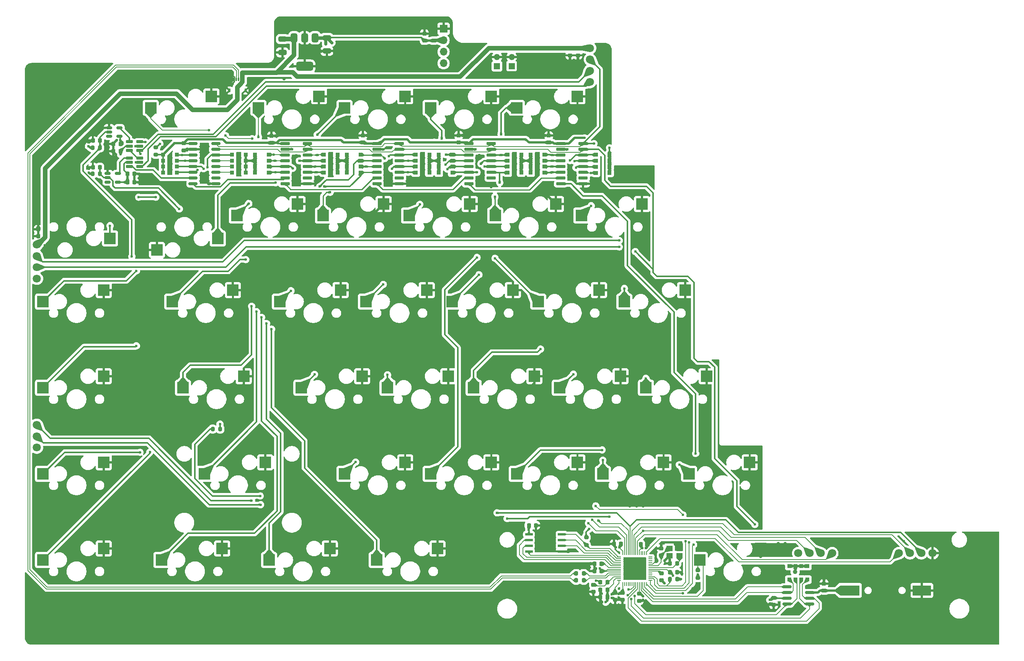
<source format=gbr>
%TF.GenerationSoftware,KiCad,Pcbnew,8.0.4*%
%TF.CreationDate,2024-10-18T15:07:03-05:00*%
%TF.ProjectId,numlocked_shift,6e756d6c-6f63-46b6-9564-5f7368696674,rev?*%
%TF.SameCoordinates,Original*%
%TF.FileFunction,Copper,L4,Bot*%
%TF.FilePolarity,Positive*%
%FSLAX46Y46*%
G04 Gerber Fmt 4.6, Leading zero omitted, Abs format (unit mm)*
G04 Created by KiCad (PCBNEW 8.0.4) date 2024-10-18 15:07:03*
%MOMM*%
%LPD*%
G01*
G04 APERTURE LIST*
G04 Aperture macros list*
%AMRoundRect*
0 Rectangle with rounded corners*
0 $1 Rounding radius*
0 $2 $3 $4 $5 $6 $7 $8 $9 X,Y pos of 4 corners*
0 Add a 4 corners polygon primitive as box body*
4,1,4,$2,$3,$4,$5,$6,$7,$8,$9,$2,$3,0*
0 Add four circle primitives for the rounded corners*
1,1,$1+$1,$2,$3*
1,1,$1+$1,$4,$5*
1,1,$1+$1,$6,$7*
1,1,$1+$1,$8,$9*
0 Add four rect primitives between the rounded corners*
20,1,$1+$1,$2,$3,$4,$5,0*
20,1,$1+$1,$4,$5,$6,$7,0*
20,1,$1+$1,$6,$7,$8,$9,0*
20,1,$1+$1,$8,$9,$2,$3,0*%
G04 Aperture macros list end*
%TA.AperFunction,SMDPad,CuDef*%
%ADD10R,2.550000X2.500000*%
%TD*%
%TA.AperFunction,ComponentPad*%
%ADD11R,1.350000X1.350000*%
%TD*%
%TA.AperFunction,ComponentPad*%
%ADD12O,1.350000X1.350000*%
%TD*%
%TA.AperFunction,ComponentPad*%
%ADD13C,4.400000*%
%TD*%
%TA.AperFunction,ComponentPad*%
%ADD14C,1.800000*%
%TD*%
%TA.AperFunction,ComponentPad*%
%ADD15R,1.700000X1.700000*%
%TD*%
%TA.AperFunction,ComponentPad*%
%ADD16O,1.700000X1.700000*%
%TD*%
%TA.AperFunction,SMDPad,CuDef*%
%ADD17RoundRect,0.150000X-0.512500X-0.150000X0.512500X-0.150000X0.512500X0.150000X-0.512500X0.150000X0*%
%TD*%
%TA.AperFunction,SMDPad,CuDef*%
%ADD18RoundRect,0.250000X-0.650000X0.325000X-0.650000X-0.325000X0.650000X-0.325000X0.650000X0.325000X0*%
%TD*%
%TA.AperFunction,SMDPad,CuDef*%
%ADD19RoundRect,0.225000X0.225000X0.250000X-0.225000X0.250000X-0.225000X-0.250000X0.225000X-0.250000X0*%
%TD*%
%TA.AperFunction,SMDPad,CuDef*%
%ADD20R,0.900000X0.900000*%
%TD*%
%TA.AperFunction,SMDPad,CuDef*%
%ADD21R,4.350000X2.300000*%
%TD*%
%TA.AperFunction,SMDPad,CuDef*%
%ADD22R,4.040000X2.300000*%
%TD*%
%TA.AperFunction,SMDPad,CuDef*%
%ADD23RoundRect,0.225000X0.250000X-0.225000X0.250000X0.225000X-0.250000X0.225000X-0.250000X-0.225000X0*%
%TD*%
%TA.AperFunction,SMDPad,CuDef*%
%ADD24RoundRect,0.225000X-0.250000X0.225000X-0.250000X-0.225000X0.250000X-0.225000X0.250000X0.225000X0*%
%TD*%
%TA.AperFunction,SMDPad,CuDef*%
%ADD25RoundRect,0.075000X0.910000X0.225000X-0.910000X0.225000X-0.910000X-0.225000X0.910000X-0.225000X0*%
%TD*%
%TA.AperFunction,SMDPad,CuDef*%
%ADD26RoundRect,0.072500X0.732500X0.217500X-0.732500X0.217500X-0.732500X-0.217500X0.732500X-0.217500X0*%
%TD*%
%TA.AperFunction,SMDPad,CuDef*%
%ADD27RoundRect,0.200000X-0.200000X-0.275000X0.200000X-0.275000X0.200000X0.275000X-0.200000X0.275000X0*%
%TD*%
%TA.AperFunction,SMDPad,CuDef*%
%ADD28RoundRect,0.150000X0.650000X0.150000X-0.650000X0.150000X-0.650000X-0.150000X0.650000X-0.150000X0*%
%TD*%
%TA.AperFunction,SMDPad,CuDef*%
%ADD29RoundRect,0.225000X-0.225000X-0.250000X0.225000X-0.250000X0.225000X0.250000X-0.225000X0.250000X0*%
%TD*%
%TA.AperFunction,SMDPad,CuDef*%
%ADD30RoundRect,0.200000X0.200000X0.275000X-0.200000X0.275000X-0.200000X-0.275000X0.200000X-0.275000X0*%
%TD*%
%TA.AperFunction,SMDPad,CuDef*%
%ADD31RoundRect,0.075000X0.075000X0.325000X-0.075000X0.325000X-0.075000X-0.325000X0.075000X-0.325000X0*%
%TD*%
%TA.AperFunction,SMDPad,CuDef*%
%ADD32RoundRect,0.100000X0.100000X0.300000X-0.100000X0.300000X-0.100000X-0.300000X0.100000X-0.300000X0*%
%TD*%
%TA.AperFunction,SMDPad,CuDef*%
%ADD33RoundRect,0.050000X-0.050000X0.387500X-0.050000X-0.387500X0.050000X-0.387500X0.050000X0.387500X0*%
%TD*%
%TA.AperFunction,SMDPad,CuDef*%
%ADD34RoundRect,0.050000X-0.387500X0.050000X-0.387500X-0.050000X0.387500X-0.050000X0.387500X0.050000X0*%
%TD*%
%TA.AperFunction,HeatsinkPad*%
%ADD35R,3.200000X3.200000*%
%TD*%
%TA.AperFunction,SMDPad,CuDef*%
%ADD36RoundRect,0.200000X-0.275000X0.200000X-0.275000X-0.200000X0.275000X-0.200000X0.275000X0.200000X0*%
%TD*%
%TA.AperFunction,SMDPad,CuDef*%
%ADD37RoundRect,0.375000X-0.375000X0.625000X-0.375000X-0.625000X0.375000X-0.625000X0.375000X0.625000X0*%
%TD*%
%TA.AperFunction,SMDPad,CuDef*%
%ADD38RoundRect,0.500000X-1.400000X0.500000X-1.400000X-0.500000X1.400000X-0.500000X1.400000X0.500000X0*%
%TD*%
%TA.AperFunction,SMDPad,CuDef*%
%ADD39R,1.400000X1.200000*%
%TD*%
%TA.AperFunction,SMDPad,CuDef*%
%ADD40RoundRect,0.150000X-0.825000X-0.150000X0.825000X-0.150000X0.825000X0.150000X-0.825000X0.150000X0*%
%TD*%
%TA.AperFunction,SMDPad,CuDef*%
%ADD41RoundRect,0.150000X0.850000X0.150000X-0.850000X0.150000X-0.850000X-0.150000X0.850000X-0.150000X0*%
%TD*%
%TA.AperFunction,ViaPad*%
%ADD42C,0.609600*%
%TD*%
%TA.AperFunction,ViaPad*%
%ADD43C,0.600000*%
%TD*%
%TA.AperFunction,ViaPad*%
%ADD44C,0.700000*%
%TD*%
%TA.AperFunction,ViaPad*%
%ADD45C,1.000000*%
%TD*%
%TA.AperFunction,ViaPad*%
%ADD46C,0.762000*%
%TD*%
%TA.AperFunction,Conductor*%
%ADD47C,0.300000*%
%TD*%
%TA.AperFunction,Conductor*%
%ADD48C,0.500000*%
%TD*%
%TA.AperFunction,Conductor*%
%ADD49C,0.200000*%
%TD*%
%TA.AperFunction,Conductor*%
%ADD50C,0.700000*%
%TD*%
%TA.AperFunction,Conductor*%
%ADD51C,0.750000*%
%TD*%
%TA.AperFunction,Conductor*%
%ADD52C,1.000000*%
%TD*%
%TA.AperFunction,Conductor*%
%ADD53C,0.167386*%
%TD*%
%TA.AperFunction,Conductor*%
%ADD54C,0.254000*%
%TD*%
%TA.AperFunction,Conductor*%
%ADD55C,0.508000*%
%TD*%
G04 APERTURE END LIST*
D10*
%TO.P,S32,1,1*%
%TO.N,Net-(RN8-R1.1)*%
X150019200Y-69951600D03*
%TO.P,S32,2,2*%
%TO.N,GND*%
X163444200Y-67411600D03*
%TD*%
D11*
%TO.P,J2,1,Pin_1*%
%TO.N,/~{USB BOOT}*%
X131362200Y-36915600D03*
D12*
%TO.P,J2,2,Pin_2*%
%TO.N,GND*%
X131362200Y-34915600D03*
%TD*%
D10*
%TO.P,S38,1,1*%
%TO.N,Net-(RN11-R4.1)*%
X30956700Y-146151600D03*
%TO.P,S38,2,2*%
%TO.N,GND*%
X44381700Y-143611600D03*
%TD*%
%TO.P,S36,1,1*%
%TO.N,Net-(RN10-R2.1)*%
X30956700Y-89001600D03*
%TO.P,S36,2,2*%
%TO.N,GND*%
X44381700Y-86461600D03*
%TD*%
%TO.P,S4,1,1*%
%TO.N,Net-(RN1-R1.1)*%
X78581700Y-46139100D03*
%TO.P,S4,2,2*%
%TO.N,GND*%
X92006700Y-43599100D03*
%TD*%
%TO.P,S31,1,1*%
%TO.N,Net-(RN8-R2.1)*%
X159544200Y-89001600D03*
%TO.P,S31,2,2*%
%TO.N,GND*%
X172969200Y-86461600D03*
%TD*%
%TO.P,S20,1,1*%
%TO.N,Net-(RN5-R1.1)*%
X116681700Y-46139100D03*
%TO.P,S20,2,2*%
%TO.N,GND*%
X130106700Y-43599100D03*
%TD*%
%TO.P,S2,1,1*%
%TO.N,Net-(RN1-R3.1)*%
X73819200Y-69951600D03*
%TO.P,S2,2,2*%
%TO.N,GND*%
X87244200Y-67411600D03*
%TD*%
%TO.P,S35,1,1*%
%TO.N,Net-(RN10-R3.1)*%
X30956700Y-127101600D03*
%TO.P,S35,2,2*%
%TO.N,GND*%
X44381700Y-124561600D03*
%TD*%
D13*
%TO.P,H1,1,1*%
%TO.N,GND*%
X30460450Y-39710000D03*
%TD*%
%TO.P,H4,1,1*%
%TO.N,GND*%
X239154200Y-161400000D03*
%TD*%
D10*
%TO.P,S8,1,1*%
%TO.N,Net-(RN2-R1.1)*%
X66675450Y-127101600D03*
%TO.P,S8,2,2*%
%TO.N,GND*%
X80100450Y-124561600D03*
%TD*%
D13*
%TO.P,H5,1,1*%
%TO.N,GND*%
X52654200Y-139166600D03*
%TD*%
D10*
%TO.P,S30,1,1*%
%TO.N,Net-(RN8-R3.1)*%
X164306700Y-108051600D03*
%TO.P,S30,2,2*%
%TO.N,GND*%
X177731700Y-105511600D03*
%TD*%
%TO.P,S37,1,1*%
%TO.N,Net-(RN10-R1.1)*%
X45776700Y-75031600D03*
%TO.P,S37,2,2*%
%TO.N,GND*%
X32351700Y-77571600D03*
%TD*%
%TO.P,S33,1,1*%
%TO.N,Net-(U1-GPIO19)*%
X176212950Y-146151600D03*
%TO.P,S33,2,2*%
%TO.N,GND*%
X189637950Y-143611600D03*
%TD*%
%TO.P,S10,1,1*%
%TO.N,Net-(RN3-R3.1)*%
X92869200Y-69951600D03*
%TO.P,S10,2,2*%
%TO.N,GND*%
X106294200Y-67411600D03*
%TD*%
%TO.P,S25,1,1*%
%TO.N,Net-(RN7-R4.1)*%
X126206700Y-108051600D03*
%TO.P,S25,2,2*%
%TO.N,GND*%
X139631700Y-105511600D03*
%TD*%
D11*
%TO.P,J1,1,Pin_1*%
%TO.N,/~{reset}*%
X134600000Y-36900000D03*
D12*
%TO.P,J1,2,Pin_2*%
%TO.N,GND*%
X134600000Y-34900000D03*
%TD*%
D10*
%TO.P,S24,1,1*%
%TO.N,Net-(RN6-R1.1)*%
X130969200Y-69951600D03*
%TO.P,S24,2,2*%
%TO.N,GND*%
X144394200Y-67411600D03*
%TD*%
D14*
%TO.P,J7,1,Pin_1*%
%TO.N,/Encoder B*%
X220208600Y-144666600D03*
%TO.P,J7,2,Pin_2*%
%TO.N,/numpadCheckWire*%
X222708600Y-144666600D03*
%TO.P,J7,3,Pin_3*%
%TO.N,/rightCheckWire*%
X225208600Y-144666600D03*
%TO.P,J7,4,Pin_4*%
%TO.N,GND*%
X227708600Y-144666600D03*
%TD*%
D10*
%TO.P,S21,1,1*%
%TO.N,Net-(RN6-R4.1)*%
X135731700Y-46139100D03*
%TO.P,S21,2,2*%
%TO.N,GND*%
X149156700Y-43599100D03*
%TD*%
%TO.P,S14,1,1*%
%TO.N,Net-(RN4-R3.1)*%
X97631700Y-127101600D03*
%TO.P,S14,2,2*%
%TO.N,GND*%
X111056700Y-124561600D03*
%TD*%
%TO.P,S29,1,1*%
%TO.N,Net-(RN8-R4.1)*%
X173831700Y-127101600D03*
%TO.P,S29,2,2*%
%TO.N,GND*%
X187256700Y-124561600D03*
%TD*%
%TO.P,S19,1,1*%
%TO.N,Net-(RN5-R2.1)*%
X102394200Y-89001600D03*
%TO.P,S19,2,2*%
%TO.N,GND*%
X115819200Y-86461600D03*
%TD*%
D14*
%TO.P,J6,1,Pin_1*%
%TO.N,/CLK*%
X197992800Y-144666600D03*
%TO.P,J6,2,Pin_2*%
%TO.N,/capsLED*%
X200492800Y-144666600D03*
%TO.P,J6,3,Pin_3*%
%TO.N,/numlockLED{slash}scrlockLED*%
X202992800Y-144666600D03*
%TO.P,J6,4,Pin_4*%
%TO.N,/Encoder A*%
X205492800Y-144666600D03*
%TD*%
D13*
%TO.P,H3,1,1*%
%TO.N,GND*%
X30460450Y-161400000D03*
%TD*%
D10*
%TO.P,S1,1,1*%
%TO.N,Net-(RN1-R4.1)*%
X69589200Y-75031600D03*
%TO.P,S1,2,2*%
%TO.N,GND*%
X56164200Y-77571600D03*
%TD*%
%TO.P,S34,1,1*%
%TO.N,Net-(RN10-R4.1)*%
X30956700Y-108051600D03*
%TO.P,S34,2,2*%
%TO.N,GND*%
X44381700Y-105511600D03*
%TD*%
%TO.P,S26,1,1*%
%TO.N,Net-(RN7-R3.1)*%
X145256700Y-108051600D03*
%TO.P,S26,2,2*%
%TO.N,GND*%
X158681700Y-105511600D03*
%TD*%
%TO.P,S11,1,1*%
%TO.N,Net-(RN3-R2.1)*%
X57150450Y-146151600D03*
%TO.P,S11,2,2*%
%TO.N,GND*%
X70575450Y-143611600D03*
%TD*%
%TO.P,S15,1,1*%
%TO.N,Net-(RN4-R2.1)*%
X88106700Y-108051600D03*
%TO.P,S15,2,2*%
%TO.N,GND*%
X101531700Y-105511600D03*
%TD*%
%TO.P,S9,1,1*%
%TO.N,Net-(RN3-R4.1)*%
X80962950Y-146151600D03*
%TO.P,S9,2,2*%
%TO.N,GND*%
X94387950Y-143611600D03*
%TD*%
%TO.P,S6,1,1*%
%TO.N,Net-(RN2-R3.1)*%
X59531700Y-89001600D03*
%TO.P,S6,2,2*%
%TO.N,GND*%
X72956700Y-86461600D03*
%TD*%
%TO.P,S17,1,1*%
%TO.N,Net-(RN5-R4.1)*%
X116681700Y-127101600D03*
%TO.P,S17,2,2*%
%TO.N,GND*%
X130106700Y-124561600D03*
%TD*%
%TO.P,S28,1,1*%
%TO.N,Net-(RN7-R1.1)*%
X154781700Y-127101600D03*
%TO.P,S28,2,2*%
%TO.N,GND*%
X168206700Y-124561600D03*
%TD*%
%TO.P,S7,1,1*%
%TO.N,Net-(RN2-R2.1)*%
X61912950Y-108051600D03*
%TO.P,S7,2,2*%
%TO.N,GND*%
X75337950Y-105511600D03*
%TD*%
%TO.P,S3,1,1*%
%TO.N,Net-(RN1-R2.1)*%
X54769200Y-46139100D03*
%TO.P,S3,2,2*%
%TO.N,GND*%
X68194200Y-43599100D03*
%TD*%
%TO.P,S16,1,1*%
%TO.N,Net-(RN4-R1.1)*%
X107156700Y-108051600D03*
%TO.P,S16,2,2*%
%TO.N,GND*%
X120581700Y-105511600D03*
%TD*%
D13*
%TO.P,H7,1,1*%
%TO.N,GND*%
X133616700Y-120116600D03*
%TD*%
D10*
%TO.P,S18,1,1*%
%TO.N,Net-(RN5-R3.1)*%
X111919200Y-69951600D03*
%TO.P,S18,2,2*%
%TO.N,GND*%
X125344200Y-67411600D03*
%TD*%
%TO.P,S5,1,1*%
%TO.N,Net-(RN2-R4.1)*%
X97631700Y-46139100D03*
%TO.P,S5,2,2*%
%TO.N,GND*%
X111056700Y-43599100D03*
%TD*%
D15*
%TO.P,Brd1,1,GND*%
%TO.N,GND*%
X119545200Y-28664600D03*
D16*
%TO.P,Brd1,2,VCC*%
%TO.N,+3V3*%
X119545200Y-31204600D03*
%TO.P,Brd1,3,SCL*%
%TO.N,/SSD1306 SCL*%
X119545200Y-33744600D03*
%TO.P,Brd1,4,SDA*%
%TO.N,/SSD1306 SDA*%
X119545200Y-36284600D03*
%TD*%
D10*
%TO.P,S27,1,1*%
%TO.N,Net-(RN7-R2.1)*%
X135731700Y-127101600D03*
%TO.P,S27,2,2*%
%TO.N,GND*%
X149156700Y-124561600D03*
%TD*%
D13*
%TO.P,H6,1,1*%
%TO.N,GND*%
X147904200Y-82016600D03*
%TD*%
D10*
%TO.P,S12,1,1*%
%TO.N,Net-(RN3-R1.1)*%
X104775450Y-146151600D03*
%TO.P,S12,2,2*%
%TO.N,GND*%
X118200450Y-143611600D03*
%TD*%
D13*
%TO.P,H2,1,1*%
%TO.N,GND*%
X142500000Y-36600000D03*
%TD*%
D14*
%TO.P,J5,1,Pin_1*%
%TO.N,VBUS*%
X151929200Y-32927600D03*
%TO.P,J5,2,Pin_2*%
%TO.N,/SH*%
X151929200Y-35427600D03*
%TO.P,J5,3,Pin_3*%
%TO.N,/Serialout-Numpad*%
X151929200Y-37927600D03*
%TO.P,J5,4,Pin_4*%
%TO.N,/Serialout-Right*%
X151929200Y-40427600D03*
%TD*%
D10*
%TO.P,S13,1,1*%
%TO.N,Net-(RN4-R4.1)*%
X83344200Y-89001600D03*
%TO.P,S13,2,2*%
%TO.N,GND*%
X96769200Y-86461600D03*
%TD*%
%TO.P,S23,1,1*%
%TO.N,Net-(RN6-R2.1)*%
X140494200Y-89001600D03*
%TO.P,S23,2,2*%
%TO.N,GND*%
X153919200Y-86461600D03*
%TD*%
%TO.P,S22,1,1*%
%TO.N,Net-(RN6-R3.1)*%
X121444200Y-89001600D03*
%TO.P,S22,2,2*%
%TO.N,GND*%
X134869200Y-86461600D03*
%TD*%
D17*
%TO.P,U12,1,NC*%
%TO.N,unconnected-(U12-NC-Pad1)*%
X45262500Y-62550000D03*
%TO.P,U12,2*%
%TO.N,/rightCheckWire*%
X45262500Y-61600000D03*
%TO.P,U12,3,GND*%
%TO.N,GND*%
X45262500Y-60650000D03*
%TO.P,U12,4*%
%TO.N,Net-(U8-S)*%
X47537500Y-60650000D03*
%TO.P,U12,5,VCC*%
%TO.N,+3V3*%
X47537500Y-62550000D03*
%TD*%
D18*
%TO.P,C16,1*%
%TO.N,VBUS*%
X83900000Y-30925000D03*
%TO.P,C16,2*%
%TO.N,GND*%
X83900000Y-33875000D03*
%TD*%
D19*
%TO.P,C29,1*%
%TO.N,VBUS*%
X31425000Y-74500000D03*
%TO.P,C29,2*%
%TO.N,GND*%
X29875000Y-74500000D03*
%TD*%
D20*
%TO.P,RN9,1,R1.1*%
%TO.N,+3V3*%
X196000000Y-147500000D03*
%TO.P,RN9,2,R2.1*%
X197340000Y-147500000D03*
%TO.P,RN9,3,R3.1*%
X198660000Y-147500000D03*
%TO.P,RN9,4,R4.1*%
X200000000Y-147500000D03*
%TO.P,RN9,5,R4.2*%
%TO.N,/RTC_SDA*%
X200000000Y-150500000D03*
%TO.P,RN9,6,R3.2*%
%TO.N,/RTC_SCL*%
X198660000Y-150500000D03*
%TO.P,RN9,7,R2.2*%
%TO.N,/RTC_32KHZ*%
X197340000Y-150500000D03*
%TO.P,RN9,8,R1.2*%
%TO.N,/~{RTC_INT}*%
X196000000Y-150500000D03*
%TD*%
D21*
%TO.P,BT1,1,+*%
%TO.N,/VBAT*%
X209385000Y-152900000D03*
D22*
%TO.P,BT1,2,-*%
%TO.N,GND*%
X225350000Y-152900000D03*
%TD*%
D23*
%TO.P,C19,1*%
%TO.N,+3V3*%
X117402700Y-31271400D03*
%TO.P,C19,2*%
%TO.N,GND*%
X117402700Y-29721400D03*
%TD*%
%TO.P,C25,1*%
%TO.N,+3V3*%
X142800000Y-53810200D03*
%TO.P,C25,2*%
%TO.N,GND*%
X142800000Y-52260200D03*
%TD*%
D24*
%TO.P,C13,1*%
%TO.N,GND*%
X167700000Y-143625000D03*
%TO.P,C13,2*%
%TO.N,/XIN*%
X167700000Y-145175000D03*
%TD*%
D23*
%TO.P,C22,1*%
%TO.N,+3V3*%
X81500000Y-53875000D03*
%TO.P,C22,2*%
%TO.N,GND*%
X81500000Y-52325000D03*
%TD*%
%TO.P,C33,1*%
%TO.N,/VBAT*%
X203682600Y-152921000D03*
%TO.P,C33,2*%
%TO.N,GND*%
X203682600Y-151371000D03*
%TD*%
D24*
%TO.P,C31,1*%
%TO.N,VBUS*%
X147500000Y-32975000D03*
%TO.P,C31,2*%
%TO.N,GND*%
X147500000Y-34525000D03*
%TD*%
D18*
%TO.P,C17,1*%
%TO.N,+3V3*%
X93740000Y-30635000D03*
%TO.P,C17,2*%
%TO.N,GND*%
X93740000Y-33585000D03*
%TD*%
D25*
%TO.P,U4,1,SH/~LD*%
%TO.N,/SH*%
X89444400Y-54051200D03*
%TO.P,U4,2,CLK*%
%TO.N,/CLK*%
X89444400Y-55321200D03*
%TO.P,U4,3,E*%
%TO.N,Net-(RN2-R4.1)*%
X89444400Y-56591200D03*
%TO.P,U4,4,F*%
%TO.N,Net-(RN2-R3.1)*%
X89444400Y-57861200D03*
%TO.P,U4,5,G*%
%TO.N,Net-(RN2-R2.1)*%
X89444400Y-59131200D03*
%TO.P,U4,6,H*%
%TO.N,Net-(RN2-R1.1)*%
X89444400Y-60401200D03*
%TO.P,U4,7,~{QH}*%
%TO.N,unconnected-(U4-~{QH}-Pad7)*%
X89444400Y-61671200D03*
%TO.P,U4,8,GND*%
%TO.N,GND*%
X89444400Y-62941200D03*
%TO.P,U4,9,QH*%
%TO.N,Net-(U4-QH)*%
X84494400Y-62941200D03*
%TO.P,U4,10,SER*%
%TO.N,Net-(U13-QH)*%
X84494400Y-61671200D03*
%TO.P,U4,11,A*%
%TO.N,Net-(RN1-R4.1)*%
X84494400Y-60401200D03*
%TO.P,U4,12,B*%
%TO.N,Net-(RN1-R3.1)*%
X84494400Y-59131200D03*
%TO.P,U4,13,C*%
%TO.N,Net-(RN1-R2.1)*%
X84494400Y-57861200D03*
%TO.P,U4,14,D*%
%TO.N,Net-(RN1-R1.1)*%
X84494400Y-56591200D03*
%TO.P,U4,15,CLK_INH*%
%TO.N,GND*%
X84494400Y-55321200D03*
%TO.P,U4,16,VCC*%
%TO.N,+3V3*%
X84494400Y-54051200D03*
%TD*%
D19*
%TO.P,C11,1*%
%TO.N,+3V3*%
X155775000Y-152800000D03*
%TO.P,C11,2*%
%TO.N,GND*%
X154225000Y-152800000D03*
%TD*%
D20*
%TO.P,RN7,1,R1.1*%
%TO.N,Net-(RN7-R1.1)*%
X141809400Y-56496200D03*
%TO.P,RN7,2,R2.1*%
%TO.N,Net-(RN7-R2.1)*%
X141809400Y-57836200D03*
%TO.P,RN7,3,R3.1*%
%TO.N,Net-(RN7-R3.1)*%
X141809400Y-59156200D03*
%TO.P,RN7,4,R4.1*%
%TO.N,Net-(RN7-R4.1)*%
X141809400Y-60496200D03*
%TO.P,RN7,5,R4.2*%
%TO.N,+3V3*%
X138809400Y-60496200D03*
%TO.P,RN7,6,R3.2*%
X138809400Y-59156200D03*
%TO.P,RN7,7,R2.2*%
X138809400Y-57836200D03*
%TO.P,RN7,8,R1.2*%
X138809400Y-56496200D03*
%TD*%
D26*
%TO.P,U2,1,/CS*%
%TO.N,/QSPI_SS*%
X145641800Y-140487400D03*
%TO.P,U2,2,DO(IO1)*%
%TO.N,/QSPI_SD1*%
X145641800Y-141757400D03*
%TO.P,U2,3,/WP(IO2)*%
%TO.N,/QSPI_SD2*%
X145641800Y-143027400D03*
%TO.P,U2,4,GND*%
%TO.N,GND*%
X145641800Y-144297400D03*
%TO.P,U2,5,DI(IO0)*%
%TO.N,/QSPI_SD0*%
X138431800Y-144297400D03*
%TO.P,U2,6,CLK*%
%TO.N,/QSPI_SCLK*%
X138431800Y-143027400D03*
%TO.P,U2,7,/HOLD/RESET(IO3)*%
%TO.N,/QSPI_SD3*%
X138431800Y-141757400D03*
%TO.P,U2,8,VCC*%
%TO.N,+3V3*%
X138431800Y-140487400D03*
%TD*%
D19*
%TO.P,C28,1*%
%TO.N,VBUS*%
X31425000Y-73000000D03*
%TO.P,C28,2*%
%TO.N,GND*%
X29875000Y-73000000D03*
%TD*%
D27*
%TO.P,R2,1*%
%TO.N,/USB_RP2040+*%
X148882600Y-149123400D03*
%TO.P,R2,2*%
%TO.N,/USB_RP2040_Res+*%
X150532600Y-149123400D03*
%TD*%
D14*
%TO.P,J3,1,Pin_1*%
%TO.N,VBUS*%
X29579200Y-76409100D03*
%TO.P,J3,2,Pin_2*%
%TO.N,/SH*%
X29579200Y-78909100D03*
%TO.P,J3,3,Pin_3*%
%TO.N,/CLK*%
X29579200Y-81409100D03*
%TO.P,J3,4,Pin_4*%
%TO.N,/Serialout-Numpad*%
X29579200Y-83909100D03*
%TD*%
D20*
%TO.P,RN6,1,R1.1*%
%TO.N,Net-(RN6-R1.1)*%
X133729400Y-60496200D03*
%TO.P,RN6,2,R2.1*%
%TO.N,Net-(RN6-R2.1)*%
X133729400Y-59156200D03*
%TO.P,RN6,3,R3.1*%
%TO.N,Net-(RN6-R3.1)*%
X133729400Y-57836200D03*
%TO.P,RN6,4,R4.1*%
%TO.N,Net-(RN6-R4.1)*%
X133729400Y-56496200D03*
%TO.P,RN6,5,R4.2*%
%TO.N,+3V3*%
X136729400Y-56496200D03*
%TO.P,RN6,6,R3.2*%
X136729400Y-57836200D03*
%TO.P,RN6,7,R2.2*%
X136729400Y-59156200D03*
%TO.P,RN6,8,R1.2*%
X136729400Y-60496200D03*
%TD*%
%TO.P,RN8,1,R1.1*%
%TO.N,Net-(RN8-R1.1)*%
X153262200Y-60521600D03*
%TO.P,RN8,2,R2.1*%
%TO.N,Net-(RN8-R2.1)*%
X153262200Y-59181600D03*
%TO.P,RN8,3,R3.1*%
%TO.N,Net-(RN8-R3.1)*%
X153262200Y-57861600D03*
%TO.P,RN8,4,R4.1*%
%TO.N,Net-(RN8-R4.1)*%
X153262200Y-56521600D03*
%TO.P,RN8,5,R4.2*%
%TO.N,+3V3*%
X156262200Y-56521600D03*
%TO.P,RN8,6,R3.2*%
X156262200Y-57861600D03*
%TO.P,RN8,7,R2.2*%
X156262200Y-59181600D03*
%TO.P,RN8,8,R1.2*%
X156262200Y-60521600D03*
%TD*%
D28*
%TO.P,U9,1,I1*%
%TO.N,Net-(U9-I1)*%
X52323200Y-53650000D03*
%TO.P,U9,2,GND*%
%TO.N,GND*%
X52323200Y-54600000D03*
%TO.P,U9,3,I0*%
%TO.N,/Serialout-Numpad*%
X52323200Y-55550000D03*
%TO.P,U9,4,Y*%
%TO.N,Net-(U8-I1)*%
X50023200Y-55550000D03*
%TO.P,U9,5,VCC*%
%TO.N,+3V3*%
X50023200Y-54600000D03*
%TO.P,U9,6,S*%
%TO.N,Net-(U9-S)*%
X50023200Y-53650000D03*
%TD*%
D20*
%TO.P,RN1,1,R1.1*%
%TO.N,Net-(RN1-R1.1)*%
X80849400Y-56496200D03*
%TO.P,RN1,2,R2.1*%
%TO.N,Net-(RN1-R2.1)*%
X80849400Y-57836200D03*
%TO.P,RN1,3,R3.1*%
%TO.N,Net-(RN1-R3.1)*%
X80849400Y-59156200D03*
%TO.P,RN1,4,R4.1*%
%TO.N,Net-(RN1-R4.1)*%
X80849400Y-60496200D03*
%TO.P,RN1,5,R4.2*%
%TO.N,+3V3*%
X77849400Y-60496200D03*
%TO.P,RN1,6,R3.2*%
X77849400Y-59156200D03*
%TO.P,RN1,7,R2.2*%
X77849400Y-57836200D03*
%TO.P,RN1,8,R1.2*%
X77849400Y-56496200D03*
%TD*%
D29*
%TO.P,C26,1*%
%TO.N,+3V3*%
X49625000Y-62600000D03*
%TO.P,C26,2*%
%TO.N,GND*%
X51175000Y-62600000D03*
%TD*%
D19*
%TO.P,C36,1*%
%TO.N,+3V3*%
X48075000Y-54100000D03*
%TO.P,C36,2*%
%TO.N,GND*%
X46525000Y-54100000D03*
%TD*%
D29*
%TO.P,C35,1*%
%TO.N,+3V3*%
X49625000Y-60750000D03*
%TO.P,C35,2*%
%TO.N,GND*%
X51175000Y-60750000D03*
%TD*%
D19*
%TO.P,C5,1*%
%TO.N,+3V3*%
X155775000Y-154400000D03*
%TO.P,C5,2*%
%TO.N,GND*%
X154225000Y-154400000D03*
%TD*%
D27*
%TO.P,R3,1*%
%TO.N,/USB_RP2040-*%
X148882600Y-150672800D03*
%TO.P,R3,2*%
%TO.N,/USB_RP2040_Res-*%
X150532600Y-150672800D03*
%TD*%
D17*
%TO.P,U11,1,NC*%
%TO.N,unconnected-(U11-NC-Pad1)*%
X45562500Y-52450000D03*
%TO.P,U11,2*%
%TO.N,/numpadCheckWire*%
X45562500Y-51500000D03*
%TO.P,U11,3,GND*%
%TO.N,GND*%
X45562500Y-50550000D03*
%TO.P,U11,4*%
%TO.N,Net-(U9-S)*%
X47837500Y-50550000D03*
%TO.P,U11,5,VCC*%
%TO.N,+3V3*%
X47837500Y-52450000D03*
%TD*%
D27*
%TO.P,R4,1*%
%TO.N,/~{reset}*%
X169575000Y-150400000D03*
%TO.P,R4,2*%
%TO.N,+3V3*%
X171225000Y-150400000D03*
%TD*%
D19*
%TO.P,C12,1*%
%TO.N,+1V1*%
X155775000Y-151100000D03*
%TO.P,C12,2*%
%TO.N,GND*%
X154225000Y-151100000D03*
%TD*%
%TO.P,C2,1*%
%TO.N,+1V1*%
X154445000Y-146964400D03*
%TO.P,C2,2*%
%TO.N,GND*%
X152895000Y-146964400D03*
%TD*%
D24*
%TO.P,C32,1*%
%TO.N,+3V3*%
X192550000Y-154525000D03*
%TO.P,C32,2*%
%TO.N,GND*%
X192550000Y-156075000D03*
%TD*%
D30*
%TO.P,R10,1*%
%TO.N,/rightCheckWire*%
X43575000Y-60750000D03*
%TO.P,R10,2*%
%TO.N,+3V3*%
X41925000Y-60750000D03*
%TD*%
D19*
%TO.P,C4,1*%
%TO.N,+3V3*%
X154445000Y-148615400D03*
%TO.P,C4,2*%
%TO.N,GND*%
X152895000Y-148615400D03*
%TD*%
D20*
%TO.P,RN2,1,R1.1*%
%TO.N,Net-(RN2-R1.1)*%
X93089400Y-60496200D03*
%TO.P,RN2,2,R2.1*%
%TO.N,Net-(RN2-R2.1)*%
X93089400Y-59156200D03*
%TO.P,RN2,3,R3.1*%
%TO.N,Net-(RN2-R3.1)*%
X93089400Y-57836200D03*
%TO.P,RN2,4,R4.1*%
%TO.N,Net-(RN2-R4.1)*%
X93089400Y-56496200D03*
%TO.P,RN2,5,R4.2*%
%TO.N,+3V3*%
X96089400Y-56496200D03*
%TO.P,RN2,6,R3.2*%
X96089400Y-57836200D03*
%TO.P,RN2,7,R2.2*%
X96089400Y-59156200D03*
%TO.P,RN2,8,R1.2*%
X96089400Y-60496200D03*
%TD*%
D24*
%TO.P,C1,1*%
%TO.N,+1V1*%
X152700000Y-151625000D03*
%TO.P,C1,2*%
%TO.N,GND*%
X152700000Y-153175000D03*
%TD*%
D25*
%TO.P,U7,1,SH/~LD*%
%TO.N,/SH*%
X150404400Y-54051200D03*
%TO.P,U7,2,CLK*%
%TO.N,/CLK*%
X150404400Y-55321200D03*
%TO.P,U7,3,E*%
%TO.N,Net-(RN8-R4.1)*%
X150404400Y-56591200D03*
%TO.P,U7,4,F*%
%TO.N,Net-(RN8-R3.1)*%
X150404400Y-57861200D03*
%TO.P,U7,5,G*%
%TO.N,Net-(RN8-R2.1)*%
X150404400Y-59131200D03*
%TO.P,U7,6,H*%
%TO.N,Net-(RN8-R1.1)*%
X150404400Y-60401200D03*
%TO.P,U7,7,~{QH}*%
%TO.N,unconnected-(U7-~{QH}-Pad7)*%
X150404400Y-61671200D03*
%TO.P,U7,8,GND*%
%TO.N,GND*%
X150404400Y-62941200D03*
%TO.P,U7,9,QH*%
%TO.N,/SerialOut*%
X145454400Y-62941200D03*
%TO.P,U7,10,SER*%
%TO.N,Net-(U6-QH)*%
X145454400Y-61671200D03*
%TO.P,U7,11,A*%
%TO.N,Net-(RN7-R4.1)*%
X145454400Y-60401200D03*
%TO.P,U7,12,B*%
%TO.N,Net-(RN7-R3.1)*%
X145454400Y-59131200D03*
%TO.P,U7,13,C*%
%TO.N,Net-(RN7-R2.1)*%
X145454400Y-57861200D03*
%TO.P,U7,14,D*%
%TO.N,Net-(RN7-R1.1)*%
X145454400Y-56591200D03*
%TO.P,U7,15,CLK_INH*%
%TO.N,GND*%
X145454400Y-55321200D03*
%TO.P,U7,16,VCC*%
%TO.N,+3V3*%
X145454400Y-54051200D03*
%TD*%
D31*
%TO.P,J8,1,1*%
%TO.N,VBUS*%
X74714800Y-39800000D03*
%TO.P,J8,2,2*%
%TO.N,/USB_RP2040-*%
X74214800Y-39800000D03*
%TO.P,J8,3,3*%
%TO.N,/USB_RP2040+*%
X73714800Y-39800000D03*
%TO.P,J8,4,4*%
%TO.N,GND*%
X73214800Y-39800000D03*
D32*
%TO.P,J8,P1,P1*%
X75714800Y-42300000D03*
%TO.P,J8,P2,P2*%
X72214800Y-42300000D03*
%TD*%
D33*
%TO.P,U1,1,IOVDD*%
%TO.N,+3V3*%
X159220200Y-144610600D03*
%TO.P,U1,2,GPIO0*%
%TO.N,/SSD1306 SDA*%
X159620200Y-144610600D03*
%TO.P,U1,3,GPIO1*%
%TO.N,/SSD1306 SCL*%
X160020200Y-144610600D03*
%TO.P,U1,4,GPIO2*%
%TO.N,/~{USB BOOT}*%
X160420200Y-144610600D03*
%TO.P,U1,5,GPIO3*%
%TO.N,/rightCheckWire*%
X160820200Y-144610600D03*
%TO.P,U1,6,GPIO4*%
%TO.N,/numpadCheckWire*%
X161220200Y-144610600D03*
%TO.P,U1,7,GPIO5*%
%TO.N,/numlockLED{slash}scrlockLED*%
X161620200Y-144610600D03*
%TO.P,U1,8,GPIO6*%
%TO.N,/capsLED*%
X162020200Y-144610600D03*
%TO.P,U1,9,GPIO7*%
%TO.N,/Encoder A*%
X162420200Y-144610600D03*
%TO.P,U1,10,IOVDD*%
%TO.N,+3V3*%
X162820200Y-144610600D03*
%TO.P,U1,11,GPIO8*%
%TO.N,unconnected-(U1-GPIO8-Pad11)*%
X163220200Y-144610600D03*
%TO.P,U1,12,GPIO9*%
%TO.N,unconnected-(U1-GPIO9-Pad12)*%
X163620200Y-144610600D03*
%TO.P,U1,13,GPIO10*%
%TO.N,unconnected-(U1-GPIO10-Pad13)*%
X164020200Y-144610600D03*
%TO.P,U1,14,GPIO11*%
%TO.N,/Encoder B*%
X164420200Y-144610600D03*
D34*
%TO.P,U1,15,GPIO12*%
%TO.N,unconnected-(U1-GPIO12-Pad15)*%
X165257700Y-145448100D03*
%TO.P,U1,16,GPIO13*%
%TO.N,unconnected-(U1-GPIO13-Pad16)*%
X165257700Y-145848100D03*
%TO.P,U1,17,GPIO14*%
%TO.N,unconnected-(U1-GPIO14-Pad17)*%
X165257700Y-146248100D03*
%TO.P,U1,18,GPIO15*%
%TO.N,unconnected-(U1-GPIO15-Pad18)*%
X165257700Y-146648100D03*
%TO.P,U1,19,TESTEN*%
%TO.N,GND*%
X165257700Y-147048100D03*
%TO.P,U1,20,XIN*%
%TO.N,/XIN*%
X165257700Y-147448100D03*
%TO.P,U1,21,XOUT*%
%TO.N,/XOUT*%
X165257700Y-147848100D03*
%TO.P,U1,22,IOVDD*%
%TO.N,+3V3*%
X165257700Y-148248100D03*
%TO.P,U1,23,DVDD*%
%TO.N,+1V1*%
X165257700Y-148648100D03*
%TO.P,U1,24,SWCLK*%
%TO.N,/SWCLK*%
X165257700Y-149048100D03*
%TO.P,U1,25,SWD*%
%TO.N,/SWD*%
X165257700Y-149448100D03*
%TO.P,U1,26,RUN*%
%TO.N,/~{reset}*%
X165257700Y-149848100D03*
%TO.P,U1,27,GPIO16*%
%TO.N,/SH*%
X165257700Y-150248100D03*
%TO.P,U1,28,GPIO17*%
%TO.N,/SerialOut*%
X165257700Y-150648100D03*
D33*
%TO.P,U1,29,GPIO18*%
%TO.N,/CLK*%
X164420200Y-151485600D03*
%TO.P,U1,30,GPIO19*%
%TO.N,Net-(U1-GPIO19)*%
X164020200Y-151485600D03*
%TO.P,U1,31,GPIO20*%
%TO.N,/~{RTC_RST}*%
X163620200Y-151485600D03*
%TO.P,U1,32,GPIO21*%
%TO.N,/~{RTC_INT}*%
X163220200Y-151485600D03*
%TO.P,U1,33,IOVDD*%
%TO.N,+3V3*%
X162820200Y-151485600D03*
%TO.P,U1,34,GPIO22*%
%TO.N,/RTC_SDA*%
X162420200Y-151485600D03*
%TO.P,U1,35,GPIO23*%
%TO.N,/RTC_SCL*%
X162020200Y-151485600D03*
%TO.P,U1,36,GPIO24*%
%TO.N,/RTC_32KHZ*%
X161620200Y-151485600D03*
%TO.P,U1,37,GPIO25*%
%TO.N,unconnected-(U1-GPIO25-Pad37)*%
X161220200Y-151485600D03*
%TO.P,U1,38,GPIO26_ADC0*%
%TO.N,unconnected-(U1-GPIO26_ADC0-Pad38)*%
X160820200Y-151485600D03*
%TO.P,U1,39,GPIO27_ADC1*%
%TO.N,unconnected-(U1-GPIO27_ADC1-Pad39)*%
X160420200Y-151485600D03*
%TO.P,U1,40,GPIO28_ADC2*%
%TO.N,unconnected-(U1-GPIO28_ADC2-Pad40)*%
X160020200Y-151485600D03*
%TO.P,U1,41,GPIO29_ADC3*%
%TO.N,unconnected-(U1-GPIO29_ADC3-Pad41)*%
X159620200Y-151485600D03*
%TO.P,U1,42,IOVDD*%
%TO.N,+3V3*%
X159220200Y-151485600D03*
D34*
%TO.P,U1,43,ADC_AVDD*%
X158382700Y-150648100D03*
%TO.P,U1,44,VREG_IN*%
X158382700Y-150248100D03*
%TO.P,U1,45,VREG_VOUT*%
%TO.N,+1V1*%
X158382700Y-149848100D03*
%TO.P,U1,46,USB_DM*%
%TO.N,/USB_RP2040_Res-*%
X158382700Y-149448100D03*
%TO.P,U1,47,USB_DP*%
%TO.N,/USB_RP2040_Res+*%
X158382700Y-149048100D03*
%TO.P,U1,48,USB_VDD*%
%TO.N,+3V3*%
X158382700Y-148648100D03*
%TO.P,U1,49,IOVDD*%
X158382700Y-148248100D03*
%TO.P,U1,50,DVDD*%
%TO.N,+1V1*%
X158382700Y-147848100D03*
%TO.P,U1,51,QSPI_SD3*%
%TO.N,/QSPI_SD3*%
X158382700Y-147448100D03*
%TO.P,U1,52,QSPI_SCLK*%
%TO.N,/QSPI_SCLK*%
X158382700Y-147048100D03*
%TO.P,U1,53,QSPI_SD0*%
%TO.N,/QSPI_SD0*%
X158382700Y-146648100D03*
%TO.P,U1,54,QSPI_SD2*%
%TO.N,/QSPI_SD2*%
X158382700Y-146248100D03*
%TO.P,U1,55,QSPI_SD1*%
%TO.N,/QSPI_SD1*%
X158382700Y-145848100D03*
%TO.P,U1,56,QSPI_SS*%
%TO.N,/QSPI_SS*%
X158382700Y-145448100D03*
D35*
%TO.P,U1,57,GND*%
%TO.N,GND*%
X161820200Y-148048100D03*
%TD*%
D36*
%TO.P,R6,1*%
%TO.N,Net-(U9-I1)*%
X55900000Y-54875000D03*
%TO.P,R6,2*%
%TO.N,+3V3*%
X55900000Y-56525000D03*
%TD*%
D24*
%TO.P,C3,1*%
%TO.N,+1V1*%
X167767000Y-149110400D03*
%TO.P,C3,2*%
%TO.N,GND*%
X167767000Y-150660400D03*
%TD*%
D19*
%TO.P,C34,1*%
%TO.N,/numpadCheckWire*%
X43525000Y-53400000D03*
%TO.P,C34,2*%
%TO.N,GND*%
X41975000Y-53400000D03*
%TD*%
D20*
%TO.P,RN11,1,R1.1*%
%TO.N,Net-(RN11-R1.1)*%
X72769400Y-60496200D03*
%TO.P,RN11,2,R2.1*%
%TO.N,Net-(RN11-R2.1)*%
X72769400Y-59156200D03*
%TO.P,RN11,3,R3.1*%
%TO.N,Net-(RN11-R3.1)*%
X72769400Y-57836200D03*
%TO.P,RN11,4,R4.1*%
%TO.N,Net-(RN11-R4.1)*%
X72769400Y-56496200D03*
%TO.P,RN11,5,R4.2*%
%TO.N,+3V3*%
X75769400Y-56496200D03*
%TO.P,RN11,6,R3.2*%
X75769400Y-57836200D03*
%TO.P,RN11,7,R2.2*%
X75769400Y-59156200D03*
%TO.P,RN11,8,R1.2*%
X75769400Y-60496200D03*
%TD*%
D24*
%TO.P,C9,1*%
%TO.N,+3V3*%
X157464200Y-153425000D03*
%TO.P,C9,2*%
%TO.N,GND*%
X157464200Y-154975000D03*
%TD*%
D20*
%TO.P,RN4,1,R1.1*%
%TO.N,Net-(RN4-R1.1)*%
X113409400Y-60496200D03*
%TO.P,RN4,2,R2.1*%
%TO.N,Net-(RN4-R2.1)*%
X113409400Y-59156200D03*
%TO.P,RN4,3,R3.1*%
%TO.N,Net-(RN4-R3.1)*%
X113409400Y-57836200D03*
%TO.P,RN4,4,R4.1*%
%TO.N,Net-(RN4-R4.1)*%
X113409400Y-56496200D03*
%TO.P,RN4,5,R4.2*%
%TO.N,+3V3*%
X116409400Y-56496200D03*
%TO.P,RN4,6,R3.2*%
X116409400Y-57836200D03*
%TO.P,RN4,7,R2.2*%
X116409400Y-59156200D03*
%TO.P,RN4,8,R1.2*%
X116409400Y-60496200D03*
%TD*%
D19*
%TO.P,C27,1*%
%TO.N,+3V3*%
X48075000Y-55700000D03*
%TO.P,C27,2*%
%TO.N,GND*%
X46525000Y-55700000D03*
%TD*%
D20*
%TO.P,RN3,1,R1.1*%
%TO.N,Net-(RN3-R1.1)*%
X101169400Y-56496200D03*
%TO.P,RN3,2,R2.1*%
%TO.N,Net-(RN3-R2.1)*%
X101169400Y-57836200D03*
%TO.P,RN3,3,R3.1*%
%TO.N,Net-(RN3-R3.1)*%
X101169400Y-59156200D03*
%TO.P,RN3,4,R4.1*%
%TO.N,Net-(RN3-R4.1)*%
X101169400Y-60496200D03*
%TO.P,RN3,5,R4.2*%
%TO.N,+3V3*%
X98169400Y-60496200D03*
%TO.P,RN3,6,R3.2*%
X98169400Y-59156200D03*
%TO.P,RN3,7,R2.2*%
X98169400Y-57836200D03*
%TO.P,RN3,8,R1.2*%
X98169400Y-56496200D03*
%TD*%
D19*
%TO.P,C10,1*%
%TO.N,+3V3*%
X158800000Y-142600000D03*
%TO.P,C10,2*%
%TO.N,GND*%
X157250000Y-142600000D03*
%TD*%
D24*
%TO.P,C38,1*%
%TO.N,+3V3*%
X162800000Y-153625000D03*
%TO.P,C38,2*%
%TO.N,GND*%
X162800000Y-155175000D03*
%TD*%
D37*
%TO.P,U3,1,IN*%
%TO.N,VBUS*%
X86500000Y-30650000D03*
%TO.P,U3,2,GND*%
%TO.N,GND*%
X88800000Y-30650000D03*
%TO.P,U3,3,OUT*%
%TO.N,+3V3*%
X91100000Y-30650000D03*
D38*
%TO.P,U3,4,GND*%
%TO.N,GND*%
X88800000Y-36950000D03*
%TD*%
D39*
%TO.P,X1,1,1*%
%TO.N,/XIN*%
X169500000Y-143600000D03*
%TO.P,X1,2,2*%
%TO.N,GND*%
X171700000Y-143600000D03*
%TO.P,X1,3,3*%
%TO.N,/XOUT*%
X171700000Y-145200000D03*
%TO.P,X1,4,4*%
%TO.N,GND*%
X169500000Y-145200000D03*
%TD*%
D24*
%TO.P,C39,1*%
%TO.N,+3V3*%
X62050000Y-53975000D03*
%TO.P,C39,2*%
%TO.N,GND*%
X62050000Y-55525000D03*
%TD*%
D40*
%TO.P,U10,1,32KHZ*%
%TO.N,/RTC_32KHZ*%
X195518000Y-155905000D03*
%TO.P,U10,2,VCC*%
%TO.N,+3V3*%
X195518000Y-154635000D03*
%TO.P,U10,3,~{INT}/SQW*%
%TO.N,/~{RTC_INT}*%
X195518000Y-153365000D03*
%TO.P,U10,4,~{RST}*%
%TO.N,/~{RTC_RST}*%
X195518000Y-152095000D03*
%TO.P,U10,5,GND*%
%TO.N,GND*%
X200468000Y-152095000D03*
%TO.P,U10,6,VBAT*%
%TO.N,/VBAT*%
X200468000Y-153365000D03*
%TO.P,U10,7,SDA*%
%TO.N,/RTC_SDA*%
X200468000Y-154635000D03*
%TO.P,U10,8,SCL*%
%TO.N,/RTC_SCL*%
X200468000Y-155905000D03*
%TD*%
D28*
%TO.P,U8,1,I1*%
%TO.N,Net-(U8-I1)*%
X52323200Y-57256000D03*
%TO.P,U8,2,GND*%
%TO.N,GND*%
X52323200Y-58206000D03*
%TO.P,U8,3,I0*%
%TO.N,/Serialout-Right*%
X52323200Y-59156000D03*
%TO.P,U8,4,Y*%
%TO.N,/SerialInFromMux*%
X50023200Y-59156000D03*
%TO.P,U8,5,VCC*%
%TO.N,+3V3*%
X50023200Y-58206000D03*
%TO.P,U8,6,S*%
%TO.N,Net-(U8-S)*%
X50023200Y-57256000D03*
%TD*%
D25*
%TO.P,U5,1,SH/~LD*%
%TO.N,/SH*%
X109764400Y-54051200D03*
%TO.P,U5,2,CLK*%
%TO.N,/CLK*%
X109764400Y-55321200D03*
%TO.P,U5,3,E*%
%TO.N,Net-(RN4-R4.1)*%
X109764400Y-56591200D03*
%TO.P,U5,4,F*%
%TO.N,Net-(RN4-R3.1)*%
X109764400Y-57861200D03*
%TO.P,U5,5,G*%
%TO.N,Net-(RN4-R2.1)*%
X109764400Y-59131200D03*
%TO.P,U5,6,H*%
%TO.N,Net-(RN4-R1.1)*%
X109764400Y-60401200D03*
%TO.P,U5,7,~{QH}*%
%TO.N,unconnected-(U5-~{QH}-Pad7)*%
X109764400Y-61671200D03*
%TO.P,U5,8,GND*%
%TO.N,GND*%
X109764400Y-62941200D03*
%TO.P,U5,9,QH*%
%TO.N,Net-(U5-QH)*%
X104814400Y-62941200D03*
%TO.P,U5,10,SER*%
%TO.N,Net-(U4-QH)*%
X104814400Y-61671200D03*
%TO.P,U5,11,A*%
%TO.N,Net-(RN3-R4.1)*%
X104814400Y-60401200D03*
%TO.P,U5,12,B*%
%TO.N,Net-(RN3-R3.1)*%
X104814400Y-59131200D03*
%TO.P,U5,13,C*%
%TO.N,Net-(RN3-R2.1)*%
X104814400Y-57861200D03*
%TO.P,U5,14,D*%
%TO.N,Net-(RN3-R1.1)*%
X104814400Y-56591200D03*
%TO.P,U5,15,CLK_INH*%
%TO.N,GND*%
X104814400Y-55321200D03*
%TO.P,U5,16,VCC*%
%TO.N,+3V3*%
X104814400Y-54051200D03*
%TD*%
D23*
%TO.P,C23,1*%
%TO.N,+3V3*%
X101700000Y-53775000D03*
%TO.P,C23,2*%
%TO.N,GND*%
X101700000Y-52225000D03*
%TD*%
D36*
%TO.P,R5,1*%
%TO.N,/~{USB BOOT}*%
X151114200Y-141165100D03*
%TO.P,R5,2*%
%TO.N,/QSPI_SS*%
X151114200Y-142815100D03*
%TD*%
D19*
%TO.P,C37,1*%
%TO.N,/rightCheckWire*%
X43525000Y-59250000D03*
%TO.P,C37,2*%
%TO.N,GND*%
X41975000Y-59250000D03*
%TD*%
D41*
%TO.P,U13,1,SH/~LD*%
%TO.N,/SH*%
X69149400Y-54051200D03*
%TO.P,U13,2,CLK*%
%TO.N,/CLK*%
X69149400Y-55321200D03*
%TO.P,U13,3,E*%
%TO.N,Net-(RN11-R4.1)*%
X69149400Y-56591200D03*
%TO.P,U13,4,F*%
%TO.N,Net-(RN11-R3.1)*%
X69149400Y-57861200D03*
%TO.P,U13,5,G*%
%TO.N,Net-(RN11-R2.1)*%
X69149400Y-59131200D03*
%TO.P,U13,6,H*%
%TO.N,Net-(RN11-R1.1)*%
X69149400Y-60401200D03*
%TO.P,U13,7,~{QH}*%
%TO.N,unconnected-(U13-~{QH}-Pad7)*%
X69149400Y-61671200D03*
%TO.P,U13,8,GND*%
%TO.N,GND*%
X69149400Y-62941200D03*
%TO.P,U13,9,QH*%
%TO.N,Net-(U13-QH)*%
X64149400Y-62941200D03*
%TO.P,U13,10,SER*%
%TO.N,/SerialInFromMux*%
X64149400Y-61671200D03*
%TO.P,U13,11,A*%
%TO.N,Net-(RN10-R4.1)*%
X64149400Y-60401200D03*
%TO.P,U13,12,B*%
%TO.N,Net-(RN10-R3.1)*%
X64149400Y-59131200D03*
%TO.P,U13,13,C*%
%TO.N,Net-(RN10-R2.1)*%
X64149400Y-57861200D03*
%TO.P,U13,14,D*%
%TO.N,Net-(RN10-R1.1)*%
X64149400Y-56591200D03*
%TO.P,U13,15,CLK_INH*%
%TO.N,GND*%
X64149400Y-55321200D03*
%TO.P,U13,16,VCC*%
%TO.N,+3V3*%
X64149400Y-54051200D03*
%TD*%
D24*
%TO.P,C30,1*%
%TO.N,VBUS*%
X149250000Y-32975000D03*
%TO.P,C30,2*%
%TO.N,GND*%
X149250000Y-34525000D03*
%TD*%
D29*
%TO.P,C7,1*%
%TO.N,+3V3*%
X169633600Y-148844000D03*
%TO.P,C7,2*%
%TO.N,GND*%
X171183600Y-148844000D03*
%TD*%
D23*
%TO.P,C18,1*%
%TO.N,+3V3*%
X115300000Y-31275000D03*
%TO.P,C18,2*%
%TO.N,GND*%
X115300000Y-29725000D03*
%TD*%
D20*
%TO.P,RN10,1,R1.1*%
%TO.N,Net-(RN10-R1.1)*%
X60529400Y-56496200D03*
%TO.P,RN10,2,R2.1*%
%TO.N,Net-(RN10-R2.1)*%
X60529400Y-57836200D03*
%TO.P,RN10,3,R3.1*%
%TO.N,Net-(RN10-R3.1)*%
X60529400Y-59156200D03*
%TO.P,RN10,4,R4.1*%
%TO.N,Net-(RN10-R4.1)*%
X60529400Y-60496200D03*
%TO.P,RN10,5,R4.2*%
%TO.N,+3V3*%
X57529400Y-60496200D03*
%TO.P,RN10,6,R3.2*%
X57529400Y-59156200D03*
%TO.P,RN10,7,R2.2*%
X57529400Y-57836200D03*
%TO.P,RN10,8,R1.2*%
X57529400Y-56496200D03*
%TD*%
D23*
%TO.P,C24,1*%
%TO.N,+3V3*%
X122900000Y-53775000D03*
%TO.P,C24,2*%
%TO.N,GND*%
X122900000Y-52225000D03*
%TD*%
D20*
%TO.P,RN5,1,R1.1*%
%TO.N,Net-(RN5-R1.1)*%
X121489400Y-56496200D03*
%TO.P,RN5,2,R2.1*%
%TO.N,Net-(RN5-R2.1)*%
X121489400Y-57836200D03*
%TO.P,RN5,3,R3.1*%
%TO.N,Net-(RN5-R3.1)*%
X121489400Y-59156200D03*
%TO.P,RN5,4,R4.1*%
%TO.N,Net-(RN5-R4.1)*%
X121489400Y-60496200D03*
%TO.P,RN5,5,R4.2*%
%TO.N,+3V3*%
X118489400Y-60496200D03*
%TO.P,RN5,6,R3.2*%
X118489400Y-59156200D03*
%TO.P,RN5,7,R2.2*%
X118489400Y-57836200D03*
%TO.P,RN5,8,R1.2*%
X118489400Y-56496200D03*
%TD*%
D29*
%TO.P,C6,1*%
%TO.N,+3V3*%
X163175000Y-142700000D03*
%TO.P,C6,2*%
%TO.N,GND*%
X164725000Y-142700000D03*
%TD*%
D14*
%TO.P,J4,1,Pin_1*%
%TO.N,/Encoder A*%
X29579200Y-116289100D03*
%TO.P,J4,2,Pin_2*%
%TO.N,/Encoder B*%
X29579200Y-118789100D03*
%TO.P,J4,3,Pin_3*%
%TO.N,/numpadCheckWire*%
X29579200Y-121289100D03*
%TO.P,J4,4,Pin_4*%
%TO.N,GND*%
X29579200Y-123789100D03*
%TD*%
D29*
%TO.P,C14,1*%
%TO.N,GND*%
X169625000Y-146900000D03*
%TO.P,C14,2*%
%TO.N,/XOUT*%
X171175000Y-146900000D03*
%TD*%
%TO.P,C15,1*%
%TO.N,+3V3*%
X138425000Y-138500000D03*
%TO.P,C15,2*%
%TO.N,GND*%
X139975000Y-138500000D03*
%TD*%
D25*
%TO.P,U6,1,SH/~LD*%
%TO.N,/SH*%
X130084400Y-54051200D03*
%TO.P,U6,2,CLK*%
%TO.N,/CLK*%
X130084400Y-55321200D03*
%TO.P,U6,3,E*%
%TO.N,Net-(RN6-R4.1)*%
X130084400Y-56591200D03*
%TO.P,U6,4,F*%
%TO.N,Net-(RN6-R3.1)*%
X130084400Y-57861200D03*
%TO.P,U6,5,G*%
%TO.N,Net-(RN6-R2.1)*%
X130084400Y-59131200D03*
%TO.P,U6,6,H*%
%TO.N,Net-(RN6-R1.1)*%
X130084400Y-60401200D03*
%TO.P,U6,7,~{QH}*%
%TO.N,unconnected-(U6-~{QH}-Pad7)*%
X130084400Y-61671200D03*
%TO.P,U6,8,GND*%
%TO.N,GND*%
X130084400Y-62941200D03*
%TO.P,U6,9,QH*%
%TO.N,Net-(U6-QH)*%
X125134400Y-62941200D03*
%TO.P,U6,10,SER*%
%TO.N,Net-(U5-QH)*%
X125134400Y-61671200D03*
%TO.P,U6,11,A*%
%TO.N,Net-(RN5-R4.1)*%
X125134400Y-60401200D03*
%TO.P,U6,12,B*%
%TO.N,Net-(RN5-R3.1)*%
X125134400Y-59131200D03*
%TO.P,U6,13,C*%
%TO.N,Net-(RN5-R2.1)*%
X125134400Y-57861200D03*
%TO.P,U6,14,D*%
%TO.N,Net-(RN5-R1.1)*%
X125134400Y-56591200D03*
%TO.P,U6,15,CLK_INH*%
%TO.N,GND*%
X125134400Y-55321200D03*
%TO.P,U6,16,VCC*%
%TO.N,+3V3*%
X125134400Y-54051200D03*
%TD*%
D24*
%TO.P,C8,1*%
%TO.N,+3V3*%
X159100000Y-153425000D03*
%TO.P,C8,2*%
%TO.N,GND*%
X159100000Y-154975000D03*
%TD*%
D36*
%TO.P,R8,1*%
%TO.N,Net-(U1-GPIO19)*%
X175800000Y-148475000D03*
%TO.P,R8,2*%
%TO.N,+3V3*%
X175800000Y-150125000D03*
%TD*%
D30*
%TO.P,R9,1*%
%TO.N,/numpadCheckWire*%
X43575000Y-55000000D03*
%TO.P,R9,2*%
%TO.N,+3V3*%
X41925000Y-55000000D03*
%TD*%
D27*
%TO.P,R11,1*%
%TO.N,/capsLED*%
X68475000Y-117200000D03*
%TO.P,R11,2*%
%TO.N,Net-(D2-A)*%
X70125000Y-117200000D03*
%TD*%
D42*
%TO.N,Net-(RN6-R4.1)*%
X132257800Y-52000000D03*
X132257800Y-56591200D03*
D43*
%TO.N,+3V3*%
X172100000Y-150400000D03*
X158442784Y-143402887D03*
X41000000Y-54604803D03*
D44*
X94810000Y-31770000D03*
D43*
X49625000Y-61600000D03*
X175800000Y-149375000D03*
X60050600Y-53975000D03*
X137800000Y-57850000D03*
X76800000Y-53875000D03*
D44*
X93500000Y-32060000D03*
D45*
X197300000Y-148800000D03*
D43*
X138400000Y-139500000D03*
X76796222Y-57836200D03*
X137800000Y-53200000D03*
X117450000Y-57836200D03*
X191700000Y-154999997D03*
X158300000Y-153649997D03*
X97100000Y-57800000D03*
X170319547Y-149631034D03*
X163695255Y-154193784D03*
X41122880Y-60504142D03*
X94390000Y-53301200D03*
X48054703Y-53296776D03*
X117450000Y-53750000D03*
X156250000Y-55000000D03*
X163495200Y-143550000D03*
X154107950Y-147999430D03*
X150700000Y-52800000D03*
X48100829Y-56449374D03*
X155396067Y-155495751D03*
X156773888Y-153747173D03*
X97100000Y-53500000D03*
%TO.N,/SSD1306 SCL*%
X152423200Y-137276800D03*
%TO.N,/SSD1306 SDA*%
X151587500Y-138012500D03*
%TO.N,/~{reset}*%
X173100000Y-142000000D03*
X153200000Y-134200000D03*
X172500000Y-136200000D03*
%TO.N,/~{USB BOOT}*%
X153789400Y-137410600D03*
X151749973Y-139300000D03*
%TO.N,/SH*%
X158400000Y-75500000D03*
X173869222Y-142219778D03*
X152813319Y-54057455D03*
%TO.N,/Serialout-Numpad*%
X52500000Y-56300000D03*
%TO.N,/CLK*%
X158400000Y-76900000D03*
X161950000Y-77925000D03*
X188400000Y-138300000D03*
X172450000Y-153550000D03*
%TO.N,/numpadCheckWire*%
X50600000Y-79000000D03*
%TO.N,/Encoder B*%
X79075000Y-133925000D03*
%TO.N,/Encoder A*%
X77075000Y-133025000D03*
%TO.N,/capsLED*%
X156226800Y-136626800D03*
X79000000Y-132000000D03*
X163650000Y-139725000D03*
X133600000Y-137000000D03*
%TO.N,/rightCheckWire*%
X131375000Y-135737600D03*
X61100000Y-68500000D03*
%TO.N,Net-(RN1-R2.1)*%
X77200000Y-52950000D03*
D42*
X82200000Y-57861200D03*
D43*
X71325000Y-52275000D03*
X67700000Y-51100000D03*
%TO.N,Net-(RN1-R3.1)*%
X86169200Y-59530800D03*
X76470800Y-67300000D03*
%TO.N,Net-(RN1-R1.1)*%
X82000000Y-56512800D03*
X78600000Y-52600000D03*
%TO.N,Net-(RN1-R4.1)*%
X82400000Y-62700000D03*
X82400000Y-60401200D03*
%TO.N,Net-(RN2-R3.1)*%
X75800000Y-79700000D03*
X87638800Y-57861200D03*
%TO.N,Net-(RN2-R2.1)*%
X77100000Y-90050000D03*
X91200000Y-59156200D03*
D42*
%TO.N,Net-(RN2-R4.1)*%
X91592400Y-52100000D03*
X91592400Y-56591200D03*
D43*
%TO.N,Net-(RN2-R1.1)*%
X78200000Y-91250000D03*
X91338400Y-60401200D03*
D42*
%TO.N,Net-(RN3-R3.1)*%
X94437200Y-64817600D03*
X102412800Y-59131200D03*
D43*
%TO.N,Net-(RN3-R4.1)*%
X93167200Y-63558800D03*
X80400000Y-93850000D03*
%TO.N,Net-(RN3-R1.1)*%
X81500000Y-95100000D03*
X106553000Y-57344801D03*
%TO.N,Net-(RN3-R2.1)*%
X79300000Y-92500000D03*
X92176600Y-63550800D03*
%TO.N,Net-(RN4-R4.1)*%
X85800000Y-86600000D03*
X107500000Y-56800000D03*
%TO.N,Net-(RN4-R1.1)*%
X111700000Y-60401200D03*
X107156700Y-105200000D03*
%TO.N,Net-(RN4-R3.1)*%
X111800000Y-57836200D03*
X100100000Y-124500000D03*
%TO.N,Net-(RN4-R2.1)*%
X91000000Y-105100000D03*
X108100000Y-59600000D03*
%TO.N,Net-(RN5-R4.1)*%
X126951200Y-60401200D03*
X126949200Y-79250800D03*
%TO.N,Net-(RN5-R1.1)*%
X120100000Y-56500000D03*
X119160000Y-52910000D03*
%TO.N,Net-(RN5-R3.1)*%
X114300000Y-67500000D03*
X120400000Y-59700000D03*
%TO.N,Net-(RN5-R2.1)*%
X119987800Y-58687800D03*
X106200000Y-85200000D03*
%TO.N,Net-(RN6-R3.1)*%
X127376200Y-83069600D03*
D42*
X127800000Y-58500000D03*
%TO.N,Net-(RN6-R1.1)*%
X130900000Y-65800000D03*
X131953000Y-62700000D03*
D43*
%TO.N,Net-(RN6-R2.1)*%
X130921300Y-79428700D03*
X128600000Y-59100000D03*
%TO.N,Net-(RN7-R2.1)*%
X154600000Y-121818400D03*
D42*
X143611600Y-57861200D03*
D43*
%TO.N,Net-(RN7-R3.1)*%
X148254150Y-105054150D03*
D42*
X143484600Y-59131200D03*
%TO.N,Net-(RN7-R1.1)*%
X143560800Y-56591200D03*
D43*
X154781700Y-124100000D03*
D42*
%TO.N,Net-(RN7-R4.1)*%
X143510000Y-60401200D03*
D43*
X141000000Y-99500000D03*
%TO.N,Net-(RN8-R4.1)*%
X147500000Y-57800000D03*
X171700000Y-125100000D03*
%TO.N,Net-(RN8-R1.1)*%
X152200000Y-67800000D03*
X152200000Y-60521600D03*
%TO.N,Net-(RN8-R3.1)*%
X148500000Y-57900000D03*
X164300000Y-106000000D03*
%TO.N,Net-(RN8-R2.1)*%
X148825000Y-59375000D03*
X159544200Y-86100000D03*
%TO.N,/SerialOut*%
X174850000Y-142800000D03*
X175300000Y-122600000D03*
%TO.N,/RTC_SCL*%
X160251470Y-153950000D03*
X161085859Y-154812671D03*
%TO.N,/RTC_32KHZ*%
X160500000Y-152700000D03*
X161800000Y-154100000D03*
D44*
%TO.N,GND*%
X116200000Y-114800000D03*
D43*
X153400000Y-88700000D03*
D44*
X77100000Y-78400000D03*
X193600000Y-142500000D03*
X214350000Y-142550000D03*
D43*
X88800000Y-35500000D03*
D44*
X87600000Y-126000000D03*
D43*
X157642799Y-143397671D03*
D44*
X74450000Y-84150000D03*
X220204600Y-158200000D03*
X195100000Y-142500000D03*
X127830000Y-50990000D03*
X141800000Y-52260200D03*
X144700000Y-134500000D03*
X211350000Y-142550000D03*
X167700000Y-142600000D03*
X149400000Y-138300000D03*
X230500000Y-146100000D03*
D43*
X160804200Y-147032100D03*
X46500000Y-143600000D03*
D42*
X133604000Y-115087400D03*
D44*
X147800000Y-103100000D03*
D42*
X127450000Y-56550000D03*
D44*
X105100000Y-134600000D03*
D42*
X112600000Y-62900000D03*
D44*
X139000000Y-43300000D03*
X145800000Y-50900000D03*
D42*
X114274600Y-65252600D03*
D44*
X52100000Y-110000000D03*
D43*
X115800000Y-88500000D03*
D44*
X159000000Y-78700000D03*
D42*
X45262500Y-59500000D03*
D44*
X56600000Y-133200000D03*
X154000000Y-115600000D03*
D42*
X126600000Y-55318000D03*
D44*
X180150003Y-144000000D03*
X227700000Y-141800000D03*
X84600000Y-126000000D03*
X49150000Y-88450000D03*
D43*
X92000000Y-45500000D03*
D42*
X57000000Y-63000000D03*
D44*
X147600000Y-46500000D03*
D42*
X113870000Y-62900000D03*
D43*
X225350000Y-155050000D03*
X154596346Y-155495751D03*
D44*
X155600000Y-37600000D03*
D46*
X151900000Y-146964400D03*
D44*
X92300000Y-33600000D03*
D42*
X51400000Y-54600000D03*
X87000000Y-56700000D03*
D44*
X68400000Y-95600000D03*
X67608800Y-62891200D03*
X75100000Y-155400000D03*
D43*
X161820200Y-147032100D03*
D44*
X76600000Y-155400000D03*
D43*
X44400000Y-88500000D03*
D44*
X118100000Y-43600000D03*
X130700000Y-141100000D03*
D42*
X134874000Y-115087400D03*
D44*
X71450000Y-84150000D03*
X111900000Y-139200000D03*
X113800000Y-34000000D03*
X144800000Y-103100000D03*
D43*
X68200000Y-41700000D03*
X115300000Y-28700000D03*
X161820200Y-149064100D03*
D44*
X229200000Y-147300000D03*
X90800000Y-95900000D03*
X77000000Y-39800000D03*
D43*
X44750000Y-50550000D03*
D44*
X151000000Y-115600000D03*
D43*
X142700000Y-65700000D03*
D44*
X132045200Y-83413600D03*
X116600000Y-43600000D03*
X129330000Y-50990000D03*
D42*
X92430600Y-61950600D03*
D44*
X157300000Y-108300000D03*
X163700000Y-134200000D03*
X69200000Y-119300000D03*
D43*
X44381700Y-107418300D03*
D44*
X58400000Y-40000000D03*
X89300000Y-95900000D03*
D43*
X168641405Y-146903512D03*
D44*
X207900000Y-149500000D03*
D42*
X116814600Y-65252600D03*
D43*
X38400000Y-76000000D03*
D44*
X229200000Y-141800000D03*
X203682600Y-150400000D03*
X76500000Y-143600000D03*
D42*
X105333800Y-64973200D03*
D44*
X189700000Y-145400000D03*
X78000000Y-143600000D03*
D43*
X70600000Y-145600000D03*
D44*
X82500000Y-52325000D03*
D42*
X139369800Y-62153800D03*
D43*
X96800000Y-88500000D03*
D44*
X172950000Y-89000000D03*
X226200000Y-141800000D03*
X94400000Y-146500000D03*
X95900000Y-146500000D03*
D43*
X140900000Y-138500000D03*
X202000000Y-152100000D03*
X83900000Y-35100000D03*
D44*
X230500000Y-143100000D03*
D43*
X168406600Y-151300000D03*
D44*
X148200000Y-154400000D03*
X115000000Y-155900000D03*
X168400000Y-96600000D03*
X56900000Y-40000000D03*
D42*
X62805331Y-55205331D03*
X162175000Y-70000000D03*
X47249915Y-53301454D03*
D44*
X77100000Y-121100000D03*
X160700000Y-134200000D03*
D43*
X75300000Y-107500000D03*
D44*
X149100000Y-46500000D03*
X212850000Y-142550000D03*
X230500000Y-144600000D03*
X122600000Y-146400000D03*
X67700000Y-119300000D03*
X146400000Y-96200000D03*
X150600000Y-46500000D03*
X78100000Y-155400000D03*
X149400000Y-96200000D03*
X147900000Y-138300000D03*
X142000000Y-43300000D03*
D43*
X111056700Y-126456700D03*
D42*
X106300000Y-55318000D03*
D44*
X156500000Y-141050000D03*
X109700000Y-95900000D03*
D43*
X80100000Y-126400000D03*
D42*
X57300000Y-54800000D03*
D44*
X155600000Y-34600000D03*
X72950000Y-84150000D03*
X210900000Y-156100000D03*
X95000000Y-82500000D03*
X147500000Y-37700000D03*
D43*
X87200000Y-69400000D03*
D44*
X97500000Y-82500000D03*
X59150000Y-117050000D03*
X114700000Y-114800000D03*
D43*
X44381700Y-126618300D03*
X168200000Y-126600000D03*
X130100000Y-45500000D03*
D42*
X163445000Y-70000000D03*
D43*
X72700000Y-38800000D03*
D44*
X74250000Y-58400000D03*
X130038600Y-83413600D03*
X170800000Y-142700000D03*
D43*
X29872083Y-71888532D03*
D44*
X187675000Y-156200000D03*
D42*
X47100000Y-56500000D03*
D44*
X171700000Y-115300000D03*
X157500000Y-78700000D03*
D43*
X87650000Y-62941200D03*
D42*
X102793800Y-64973200D03*
D44*
X88200000Y-52000000D03*
X149000000Y-37700000D03*
X155000000Y-141050000D03*
X126330000Y-50990000D03*
X117900000Y-78500000D03*
D42*
X132334000Y-115087400D03*
D44*
X152500000Y-115600000D03*
X72200000Y-39800000D03*
X147500000Y-35600000D03*
X165400000Y-96600000D03*
D43*
X134800000Y-88500000D03*
D44*
X80100000Y-78400000D03*
X217804600Y-158200000D03*
X162200000Y-134200000D03*
X113400000Y-139200000D03*
X86100000Y-126000000D03*
D43*
X72700000Y-40900000D03*
D44*
X92500000Y-82500000D03*
D43*
X28900000Y-74500000D03*
X151700000Y-153200000D03*
D44*
X142500000Y-70000000D03*
X128800000Y-95900000D03*
X155800000Y-108300000D03*
X130300000Y-95900000D03*
X109700000Y-46230000D03*
D42*
X119900000Y-57700000D03*
X86000000Y-55300000D03*
D44*
X115300000Y-34000000D03*
X113200000Y-114800000D03*
X78600000Y-78400000D03*
D43*
X120600000Y-107700000D03*
D44*
X127300000Y-95900000D03*
X79600000Y-66200000D03*
X56600000Y-134700000D03*
X174700000Y-152500000D03*
X125600000Y-146400000D03*
D43*
X158303562Y-152505150D03*
D42*
X41000000Y-53800000D03*
X41118795Y-59618795D03*
D43*
X168400000Y-146300000D03*
D44*
X187250000Y-126900000D03*
X102700000Y-52225000D03*
X207900000Y-156100000D03*
X140500000Y-43300000D03*
X151200000Y-154400000D03*
X66900000Y-95600000D03*
X111200000Y-46230000D03*
D42*
X82296000Y-43281600D03*
X164300003Y-143550000D03*
D44*
X185400000Y-138100000D03*
D43*
X117437700Y-28539373D03*
D44*
X99200000Y-43600000D03*
X78100000Y-66200000D03*
X110400000Y-139200000D03*
D43*
X191700000Y-155800000D03*
D44*
X209400000Y-156100000D03*
X76500000Y-49000000D03*
D42*
X138099800Y-62153800D03*
X51500000Y-58206000D03*
D44*
X57650000Y-117050000D03*
X129200000Y-141100000D03*
X123900000Y-84500000D03*
X80100000Y-121100000D03*
D42*
X162836200Y-147032100D03*
X221361000Y-141986000D03*
D44*
X226200000Y-147300000D03*
X141700000Y-134500000D03*
X227700000Y-147300000D03*
X108200000Y-95900000D03*
D42*
X122284025Y-62002586D03*
X55500000Y-58000000D03*
D44*
X146300000Y-103100000D03*
D43*
X163702091Y-154993757D03*
D44*
X143200000Y-134500000D03*
D43*
X138900000Y-107800000D03*
D44*
X153500000Y-141050000D03*
D42*
X197993000Y-156032200D03*
D44*
X127700000Y-141100000D03*
X149250000Y-35600000D03*
X173200000Y-115300000D03*
X97700000Y-43600000D03*
X180025000Y-152500000D03*
X147300000Y-50900000D03*
X96200000Y-43600000D03*
X100500000Y-37000000D03*
X123100000Y-35000000D03*
D42*
X163150200Y-60083800D03*
D43*
X125344200Y-69800000D03*
X158700000Y-103500000D03*
D44*
X59900000Y-40000000D03*
X65400000Y-95600000D03*
X156000000Y-78700000D03*
X122700000Y-134500000D03*
X120900000Y-78500000D03*
D43*
X160804200Y-148048100D03*
D44*
X112700000Y-46230000D03*
D42*
X160905000Y-70000000D03*
D44*
X219100000Y-158200000D03*
X210900000Y-149500000D03*
D43*
X225359166Y-150880555D03*
D44*
X59000000Y-58500000D03*
X119400000Y-78500000D03*
D43*
X33905000Y-76029374D03*
D44*
X92300000Y-95900000D03*
D43*
X101500000Y-107500000D03*
X104500000Y-69200000D03*
D42*
X164420200Y-60083800D03*
D44*
X70700000Y-119300000D03*
D43*
X149100000Y-126500000D03*
D44*
X84300000Y-39700000D03*
D43*
X153307959Y-148003657D03*
X88800000Y-32200000D03*
D42*
X52200000Y-60750000D03*
D44*
X131038600Y-83413600D03*
D43*
X118200000Y-145600000D03*
D44*
X172200000Y-149200000D03*
D42*
X146900000Y-55321200D03*
D44*
X106600000Y-134600000D03*
D42*
X111388800Y-62941200D03*
X94615000Y-60858400D03*
D44*
X56600000Y-136200000D03*
D42*
X115544600Y-65252600D03*
D44*
X170200000Y-115300000D03*
D43*
X162836200Y-148048100D03*
D44*
X124200000Y-134500000D03*
D42*
X104063800Y-64973200D03*
D44*
X148800000Y-50900000D03*
X89700000Y-52000000D03*
X56150000Y-75500000D03*
D43*
X154542348Y-153581666D03*
D44*
X183700000Y-142800000D03*
D42*
X84836000Y-43281600D03*
D44*
X189200000Y-154600000D03*
X116800000Y-34000000D03*
X147200000Y-144297400D03*
X86700000Y-52000000D03*
X155600000Y-36100000D03*
D43*
X191400000Y-143600000D03*
D44*
X103600000Y-134600000D03*
D42*
X166446200Y-145516600D03*
D44*
X115100000Y-43600000D03*
D43*
X156767500Y-154547150D03*
X153300000Y-150723100D03*
D44*
X149700000Y-154400000D03*
X102000000Y-37000000D03*
X209400000Y-149500000D03*
D43*
X160832800Y-149064100D03*
D44*
X60650000Y-117050000D03*
X99000000Y-37000000D03*
X51800000Y-90500000D03*
X158800000Y-108300000D03*
X146400000Y-138300000D03*
X78600000Y-121100000D03*
X75000000Y-143600000D03*
D43*
X150400000Y-63800000D03*
D44*
X125700000Y-134500000D03*
D43*
X151100000Y-43600000D03*
D42*
X161880200Y-60083800D03*
D44*
X124100000Y-146400000D03*
D43*
X162836200Y-149064100D03*
D44*
X76600000Y-66200000D03*
X116500000Y-155900000D03*
D42*
X52200000Y-62600000D03*
D44*
X111200000Y-95900000D03*
X146000000Y-37700000D03*
D43*
X158300000Y-154450000D03*
D42*
X83566000Y-43281600D03*
D44*
X92900000Y-146500000D03*
X166900000Y-96600000D03*
D42*
X130100000Y-63655600D03*
D44*
X118000000Y-155900000D03*
D43*
X177700000Y-107600000D03*
D44*
X123900000Y-52225000D03*
X147900000Y-96200000D03*
D43*
%TO.N,Net-(RN10-R3.1)*%
X66450000Y-59600000D03*
X52400000Y-122350000D03*
%TO.N,Net-(RN10-R2.1)*%
X51600000Y-82200000D03*
X62450000Y-57861200D03*
%TO.N,Net-(RN10-R4.1)*%
X65102314Y-59923370D03*
X51600000Y-98800000D03*
%TO.N,Net-(RN10-R1.1)*%
X45776700Y-72223300D03*
X61700000Y-56591200D03*
X52100000Y-65900000D03*
X55900000Y-65900000D03*
%TO.N,Net-(RN11-R4.1)*%
X54600000Y-122300000D03*
X67300000Y-59250000D03*
%TO.N,Net-(D2-A)*%
X70100000Y-116100000D03*
%TO.N,Net-(U9-I1)*%
X56800000Y-54100000D03*
X53600000Y-53700000D03*
%TD*%
D47*
%TO.N,Net-(RN6-R4.1)*%
X133360900Y-46139100D02*
X135731700Y-46139100D01*
X132257800Y-52000000D02*
X132257800Y-47242200D01*
X133634400Y-56591200D02*
X132257800Y-56591200D01*
X132257800Y-47242200D02*
X133360900Y-46139100D01*
X130084400Y-56591200D02*
X132257800Y-56591200D01*
%TO.N,+3V3*%
X116409400Y-57836200D02*
X116409400Y-56496200D01*
D48*
X137800000Y-57850000D02*
X138795600Y-57850000D01*
X77849400Y-56496200D02*
X77849400Y-57836200D01*
X175800000Y-150125000D02*
X175800000Y-149375000D01*
X163175000Y-142700000D02*
X163175000Y-143229800D01*
X98169400Y-57836200D02*
X97136200Y-57836200D01*
D47*
X93750000Y-30625000D02*
X114650000Y-30625000D01*
D48*
X137800000Y-57850000D02*
X136743200Y-57850000D01*
D49*
X159225000Y-153271200D02*
X159225000Y-152024260D01*
D48*
X197340000Y-147500000D02*
X197340000Y-148760000D01*
X137800000Y-53200000D02*
X138410200Y-53810200D01*
X158300000Y-153649997D02*
X158524997Y-153425000D01*
D47*
X118489400Y-56496200D02*
X118489400Y-57836200D01*
D48*
X48100829Y-55725829D02*
X48100829Y-56449374D01*
D47*
X49625000Y-62400000D02*
X49425000Y-62600000D01*
D49*
X159225000Y-152024260D02*
X159220200Y-152019460D01*
D48*
X192075003Y-154999997D02*
X192550000Y-154525000D01*
X48075000Y-55700000D02*
X48100829Y-55725829D01*
X97100000Y-57800000D02*
X97063800Y-57836200D01*
X117402700Y-31271400D02*
X115303600Y-31271400D01*
D47*
X116409400Y-60496200D02*
X116409400Y-59156200D01*
X48054703Y-52667203D02*
X48054703Y-53296776D01*
D48*
X48525000Y-53825000D02*
X48054703Y-53354703D01*
D47*
X82851200Y-54051200D02*
X84494400Y-54051200D01*
X97136200Y-57836200D02*
X97100000Y-57800000D01*
D48*
X157096061Y-153425000D02*
X156773888Y-153747173D01*
D47*
X156262200Y-57861600D02*
X156262200Y-59181600D01*
D49*
X157464200Y-152235800D02*
X158382700Y-151317300D01*
X157150577Y-151447023D02*
X155816600Y-152781000D01*
D47*
X57529400Y-56496200D02*
X55928800Y-56496200D01*
D48*
X101985000Y-54060000D02*
X104805600Y-54060000D01*
D47*
X49425000Y-62600000D02*
X47987500Y-62600000D01*
D50*
X93740000Y-30700000D02*
X94810000Y-31770000D01*
D47*
X55928800Y-56496200D02*
X55900000Y-56525000D01*
D49*
X159220200Y-144195200D02*
X159220200Y-144610600D01*
D47*
X138431800Y-140487400D02*
X138431800Y-139531800D01*
D48*
X97400000Y-53800000D02*
X101675000Y-53800000D01*
X57529400Y-56496200D02*
X60050600Y-53975000D01*
X116409400Y-57836200D02*
X117450000Y-57836200D01*
D49*
X158382700Y-148248100D02*
X155801900Y-148248100D01*
D48*
X97100000Y-53500000D02*
X97400000Y-53800000D01*
D47*
X75769400Y-57836200D02*
X75769400Y-59156200D01*
X96089400Y-60496200D02*
X96089400Y-59156200D01*
X82675000Y-53875000D02*
X82851200Y-54051200D01*
D48*
X71475000Y-53875000D02*
X70700000Y-53100000D01*
X112140000Y-53750000D02*
X111490000Y-53100000D01*
X75769400Y-57836200D02*
X76796222Y-57836200D01*
X158524997Y-153425000D02*
X159100000Y-153425000D01*
X60050600Y-53975000D02*
X62050000Y-53975000D01*
D47*
X57529400Y-60496200D02*
X57529400Y-59156200D01*
D48*
X143700000Y-53800000D02*
X143951200Y-54051200D01*
X138400000Y-139500000D02*
X138400000Y-138525000D01*
X172100000Y-150400000D02*
X171225000Y-150400000D01*
D49*
X163320200Y-143550000D02*
X163495200Y-143550000D01*
D47*
X57529400Y-57836200D02*
X57529400Y-59156200D01*
D48*
X124858200Y-53775000D02*
X125134400Y-54051200D01*
D49*
X154107950Y-147999430D02*
X154445000Y-148336480D01*
D48*
X94390000Y-53301200D02*
X83248800Y-53301200D01*
X41395197Y-55000000D02*
X41925000Y-55000000D01*
X125892800Y-53292800D02*
X125134400Y-54051200D01*
D47*
X48873200Y-59998200D02*
X48873200Y-58556001D01*
D48*
X145454400Y-54051200D02*
X147248800Y-54051200D01*
D47*
X192660000Y-154635000D02*
X195518000Y-154635000D01*
D49*
X162820200Y-151485600D02*
X162820200Y-153604800D01*
D47*
X77849400Y-57836200D02*
X77849400Y-59156200D01*
D49*
X158382700Y-151317300D02*
X158382700Y-150648100D01*
D47*
X49223201Y-58206000D02*
X50023200Y-58206000D01*
D49*
X157150577Y-150749423D02*
X157150577Y-151447023D01*
X157651900Y-150248100D02*
X158382700Y-150248100D01*
D51*
X91100000Y-30650000D02*
X93375000Y-30650000D01*
D48*
X155800000Y-155091818D02*
X155800000Y-154416600D01*
D47*
X49175000Y-54600000D02*
X48075000Y-55700000D01*
D48*
X125892800Y-53292800D02*
X126085600Y-53100000D01*
X41925000Y-60750000D02*
X41368738Y-60750000D01*
X96901200Y-53301200D02*
X97100000Y-53500000D01*
D47*
X136729400Y-57836200D02*
X136729400Y-56496200D01*
D48*
X117450000Y-53750000D02*
X117475000Y-53775000D01*
D49*
X162820200Y-144050000D02*
X163320200Y-143550000D01*
D48*
X48525000Y-54250000D02*
X48525000Y-53825000D01*
X158442784Y-143402887D02*
X158800000Y-143045671D01*
X76800000Y-53875000D02*
X71475000Y-53875000D01*
D47*
X98169400Y-59156200D02*
X98169400Y-60496200D01*
X156262200Y-60521600D02*
X156262200Y-59181600D01*
D49*
X158442784Y-143402887D02*
X158442784Y-143417784D01*
X162820200Y-144050000D02*
X162820200Y-144610600D01*
D48*
X82675000Y-53875000D02*
X81500000Y-53875000D01*
X94390000Y-53301200D02*
X96901200Y-53301200D01*
D47*
X156262200Y-56521600D02*
X156262200Y-57861600D01*
D48*
X200000000Y-147500000D02*
X196000000Y-147500000D01*
X76796222Y-57836200D02*
X77849400Y-57836200D01*
X163126471Y-153625000D02*
X162800000Y-153625000D01*
D47*
X47987500Y-62600000D02*
X47937500Y-62550000D01*
D48*
X62925000Y-53100000D02*
X62050000Y-53975000D01*
D47*
X156250000Y-55000000D02*
X156250000Y-56509400D01*
D49*
X158442784Y-143417784D02*
X159220200Y-144195200D01*
X168936613Y-148248100D02*
X165257700Y-148248100D01*
D47*
X64149400Y-54051200D02*
X62126200Y-54051200D01*
D48*
X117475000Y-53775000D02*
X124858200Y-53775000D01*
D49*
X154107950Y-147999430D02*
X154107950Y-148278350D01*
D47*
X57529400Y-56496200D02*
X57529400Y-57836200D01*
D48*
X137700000Y-53100000D02*
X137800000Y-53200000D01*
X118489400Y-57836200D02*
X117450000Y-57836200D01*
X138410200Y-53810200D02*
X142800000Y-53810200D01*
X148500000Y-52800000D02*
X150700000Y-52800000D01*
D47*
X136729400Y-59156200D02*
X136729400Y-60496200D01*
X118489400Y-59156200D02*
X118489400Y-57836200D01*
D48*
X41000000Y-54604803D02*
X41395197Y-55000000D01*
D47*
X98169400Y-56496200D02*
X98169400Y-57836200D01*
X138809400Y-57836200D02*
X138809400Y-56496200D01*
D48*
X157464200Y-153425000D02*
X157096061Y-153425000D01*
X70700000Y-53100000D02*
X62925000Y-53100000D01*
X48054703Y-53354703D02*
X48054703Y-53296776D01*
X81500000Y-53875000D02*
X76800000Y-53875000D01*
D47*
X138809400Y-57836200D02*
X138809400Y-59156200D01*
D48*
X75769400Y-56496200D02*
X75769400Y-57836200D01*
X111490000Y-53100000D02*
X106450000Y-53100000D01*
X83248800Y-53301200D02*
X82675000Y-53875000D01*
X142500000Y-53810200D02*
X143689800Y-53810200D01*
D47*
X98169400Y-57836200D02*
X98169400Y-59156200D01*
X138809400Y-59156200D02*
X138809400Y-60496200D01*
D48*
X143951200Y-54051200D02*
X145454400Y-54051200D01*
D47*
X118489400Y-59156200D02*
X118489400Y-60496200D01*
X136729400Y-57836200D02*
X136729400Y-59156200D01*
X154463165Y-148597235D02*
X155536155Y-148597235D01*
D49*
X155401900Y-148648100D02*
X158382700Y-148648100D01*
D48*
X147248800Y-54051200D02*
X148500000Y-52800000D01*
D49*
X170319547Y-149529947D02*
X169633600Y-148844000D01*
D50*
X93500000Y-32060000D02*
X93500000Y-30875000D01*
D49*
X157464200Y-153407100D02*
X157464200Y-152235800D01*
D48*
X163695255Y-154193784D02*
X163126471Y-153625000D01*
X49625000Y-62600000D02*
X49625000Y-60750000D01*
D47*
X96089400Y-57836200D02*
X96089400Y-59156200D01*
X116409400Y-57836200D02*
X116409400Y-59156200D01*
D49*
X170319547Y-149631034D02*
X168936613Y-148248100D01*
X170319547Y-149631034D02*
X170319547Y-149529947D01*
D47*
X49625000Y-60750000D02*
X48873200Y-59998200D01*
D49*
X159220200Y-152019460D02*
X159220200Y-151485600D01*
D47*
X47837500Y-52450000D02*
X48054703Y-52667203D01*
D48*
X191700000Y-154999997D02*
X192075003Y-154999997D01*
X126085600Y-53100000D02*
X137700000Y-53100000D01*
D49*
X154107950Y-147999430D02*
X154756620Y-148648100D01*
D47*
X114650000Y-30625000D02*
X115300000Y-31275000D01*
D48*
X155396067Y-155495751D02*
X155800000Y-155091818D01*
D47*
X50023200Y-54600000D02*
X49175000Y-54600000D01*
D48*
X106450000Y-53100000D02*
X105498800Y-54051200D01*
D47*
X75769400Y-60496200D02*
X75769400Y-59156200D01*
D48*
X97063800Y-57836200D02*
X96161800Y-57836200D01*
X158800000Y-143045671D02*
X158800000Y-142600000D01*
X101725000Y-53800000D02*
X101985000Y-54060000D01*
X41368738Y-60750000D02*
X41122880Y-60504142D01*
X119545200Y-31204600D02*
X117469500Y-31204600D01*
X197340000Y-148760000D02*
X197300000Y-148800000D01*
D47*
X96089400Y-56496200D02*
X96089400Y-57836200D01*
D49*
X155801900Y-148248100D02*
X155401900Y-148648100D01*
D47*
X77849400Y-59156200D02*
X77849400Y-60496200D01*
D48*
X143689800Y-53810200D02*
X143700000Y-53800000D01*
D47*
X48873200Y-58556001D02*
X49223201Y-58206000D01*
D48*
X163175000Y-143229800D02*
X163495200Y-143550000D01*
X155816600Y-152781000D02*
X155816600Y-154400000D01*
D47*
X138431800Y-139531800D02*
X138400000Y-139500000D01*
D49*
X154107950Y-148278350D02*
X154445000Y-148615400D01*
D50*
X93500000Y-30875000D02*
X93740000Y-30635000D01*
D48*
X117450000Y-53750000D02*
X112140000Y-53750000D01*
D49*
X157150577Y-150749423D02*
X157651900Y-150248100D01*
%TO.N,/SSD1306 SCL*%
X152423200Y-137276800D02*
X154046400Y-138900000D01*
X160020200Y-140670200D02*
X160020200Y-144610600D01*
X158250000Y-138900000D02*
X160020200Y-140670200D01*
X154046400Y-138900000D02*
X158250000Y-138900000D01*
%TO.N,/SSD1306 SDA*%
X159620200Y-141370200D02*
X159620200Y-144610600D01*
X153275000Y-139725000D02*
X157950000Y-139725000D01*
X157975000Y-139725000D02*
X159620200Y-141370200D01*
X151587500Y-138012500D02*
X153275000Y-139700000D01*
%TO.N,+1V1*%
X155097400Y-151900000D02*
X152975000Y-151900000D01*
X167304700Y-148648100D02*
X167767000Y-149110400D01*
X152975000Y-151900000D02*
X152707443Y-151632443D01*
X165257700Y-148648100D02*
X167304700Y-148648100D01*
X158382700Y-149848100D02*
X157149300Y-149848100D01*
X158382700Y-147848100D02*
X156048100Y-147848100D01*
X156048100Y-147848100D02*
X155164400Y-146964400D01*
X155164400Y-146964400D02*
X154445000Y-146964400D01*
X157149300Y-149848100D02*
X155097400Y-151900000D01*
%TO.N,/XIN*%
X167700000Y-146700000D02*
X167700000Y-145175000D01*
X167624200Y-145225800D02*
X169050000Y-143800000D01*
X166951900Y-147448100D02*
X167700000Y-146700000D01*
X165257700Y-147448100D02*
X166951900Y-147448100D01*
X167624200Y-145375800D02*
X167624200Y-145225800D01*
X169050000Y-143800000D02*
X169500000Y-143800000D01*
D52*
%TO.N,VBUS*%
X75064800Y-38342400D02*
X82657600Y-38342400D01*
X87150000Y-39250000D02*
X86200000Y-38300000D01*
X74600000Y-40900000D02*
X74612894Y-40900000D01*
X64050000Y-46550000D02*
X71750000Y-46550000D01*
X147500000Y-32975000D02*
X129525000Y-32975000D01*
X48000000Y-43000000D02*
X60500000Y-43000000D01*
X73900000Y-44400000D02*
X73900000Y-41600000D01*
X31425000Y-73000000D02*
X31425000Y-74500000D01*
X149250000Y-32975000D02*
X151881800Y-32975000D01*
X86200000Y-38300000D02*
X82700000Y-38300000D01*
X82657600Y-38342400D02*
X86500000Y-34500000D01*
X71750000Y-46550000D02*
X73900000Y-44400000D01*
X129525000Y-32975000D02*
X123250000Y-39250000D01*
X29812500Y-76409100D02*
X29579200Y-76409100D01*
X73900000Y-41600000D02*
X74600000Y-40900000D01*
X147500000Y-32975000D02*
X149250000Y-32975000D01*
X84000000Y-30925000D02*
X86225000Y-30925000D01*
X75064800Y-40448094D02*
X75064800Y-38342400D01*
X31425000Y-59575000D02*
X48000000Y-43000000D01*
X60500000Y-43000000D02*
X64050000Y-46550000D01*
X82700000Y-38300000D02*
X82657600Y-38342400D01*
X123250000Y-39250000D02*
X87150000Y-39250000D01*
X74612894Y-40900000D02*
X75064800Y-40448094D01*
X86500000Y-34500000D02*
X86500000Y-30650000D01*
X31425000Y-74500000D02*
X31425000Y-74796600D01*
X31425000Y-74796600D02*
X29812500Y-76409100D01*
X86225000Y-30925000D02*
X86500000Y-30650000D01*
X31425000Y-73000000D02*
X31425000Y-59575000D01*
D49*
%TO.N,/~{reset}*%
X172300000Y-151900000D02*
X173100000Y-151100000D01*
X165257700Y-149848100D02*
X166248100Y-149848100D01*
X167350000Y-151900000D02*
X168827662Y-151900000D01*
X166248100Y-149848100D02*
X166800000Y-150400000D01*
X154000000Y-135000000D02*
X153200000Y-134200000D01*
X166800000Y-151350000D02*
X167350000Y-151900000D01*
X169575000Y-151152662D02*
X169575000Y-150400000D01*
X166800000Y-150400000D02*
X166800000Y-151350000D01*
X172500000Y-136200000D02*
X171300000Y-135000000D01*
X173100000Y-151100000D02*
X173100000Y-142000000D01*
X168827662Y-151900000D02*
X172300000Y-151900000D01*
X171300000Y-135000000D02*
X154000000Y-135000000D01*
X168827662Y-151900000D02*
X169575000Y-151152662D01*
%TO.N,/~{USB BOOT}*%
X154453800Y-138075000D02*
X158850000Y-138075000D01*
X160420200Y-139645200D02*
X160420200Y-144610600D01*
D47*
X151104600Y-139945373D02*
X151104600Y-141155500D01*
X151749973Y-139300000D02*
X151104600Y-139945373D01*
D49*
X158850000Y-138075000D02*
X160420200Y-139645200D01*
X153789400Y-137410600D02*
X154453800Y-138075000D01*
%TO.N,/SH*%
X166250000Y-150575000D02*
X165923100Y-150248100D01*
D47*
X70750000Y-80175000D02*
X30845100Y-80175000D01*
D49*
X173869222Y-151230778D02*
X172700000Y-152400000D01*
X130749600Y-54716400D02*
X149739200Y-54716400D01*
X130084400Y-54051200D02*
X130749600Y-54716400D01*
D47*
X75425000Y-75500000D02*
X70750000Y-80175000D01*
D49*
X172700000Y-152400000D02*
X167000000Y-152400000D01*
X166250000Y-151650000D02*
X166250000Y-150575000D01*
X167000000Y-152400000D02*
X166250000Y-151650000D01*
X173869222Y-142219778D02*
X173869222Y-151230778D01*
X88800400Y-54695200D02*
X89444400Y-54051200D01*
D47*
X151929200Y-35427600D02*
X154100000Y-37598400D01*
X158400000Y-75500000D02*
X75425000Y-75500000D01*
X154100000Y-37598400D02*
X154100000Y-50355600D01*
X154100000Y-50355600D02*
X150404400Y-54051200D01*
D49*
X69793400Y-54695200D02*
X88800400Y-54695200D01*
X106551810Y-54051200D02*
X105903010Y-54700000D01*
X109764400Y-54051200D02*
X106551810Y-54051200D01*
X129484400Y-54651200D02*
X130084400Y-54051200D01*
X90093200Y-54700000D02*
X89444400Y-54051200D01*
D47*
X152813319Y-54057455D02*
X150410655Y-54057455D01*
D49*
X149739200Y-54716400D02*
X150404400Y-54051200D01*
X105903010Y-54700000D02*
X90093200Y-54700000D01*
X165923100Y-150248100D02*
X165257700Y-150248100D01*
X109764400Y-54051200D02*
X110364400Y-54651200D01*
X110364400Y-54651200D02*
X129484400Y-54651200D01*
D47*
X30845100Y-80175000D02*
X29579200Y-78909100D01*
D49*
X69149400Y-54051200D02*
X69793400Y-54695200D01*
D47*
%TO.N,/Serialout-Numpad*%
X52884462Y-55550000D02*
X56434462Y-52000000D01*
X149456800Y-40400000D02*
X151929200Y-37927600D01*
X68600000Y-52000000D02*
X80200000Y-40400000D01*
X52123200Y-55554000D02*
X52127200Y-55550000D01*
X52323200Y-55550000D02*
X52884462Y-55550000D01*
X52500000Y-56300000D02*
X52323200Y-56123200D01*
X52127200Y-55550000D02*
X52323200Y-55550000D01*
X56434462Y-52000000D02*
X68600000Y-52000000D01*
X52323200Y-56123200D02*
X52323200Y-55550000D01*
X80200000Y-40400000D02*
X149456800Y-40400000D01*
D49*
%TO.N,/CLK*%
X69170600Y-55300000D02*
X82805790Y-55300000D01*
D47*
X161950000Y-77925000D02*
X165900000Y-81875000D01*
X155200000Y-62200000D02*
X156500000Y-63500000D01*
X166700000Y-83400000D02*
X173550000Y-83400000D01*
X178275000Y-102300000D02*
X179500000Y-103525000D01*
X165900000Y-65000000D02*
X165900000Y-81881639D01*
X155200000Y-56700000D02*
X155200000Y-62200000D01*
D49*
X130084400Y-55321200D02*
X129482800Y-55922800D01*
D47*
X158400000Y-76900000D02*
X75900000Y-76900000D01*
D49*
X108779401Y-55321200D02*
X108177801Y-55922800D01*
X109764400Y-55321200D02*
X108779401Y-55321200D01*
X103144728Y-55321200D02*
X89444400Y-55321200D01*
D47*
X71393043Y-81406957D02*
X29581343Y-81406957D01*
D49*
X129482800Y-55922800D02*
X124066328Y-55922800D01*
X88844400Y-55921200D02*
X89444400Y-55321200D01*
D47*
X165900000Y-81875000D02*
X165900000Y-81881639D01*
X156500000Y-63500000D02*
X164400000Y-63500000D01*
X173550000Y-83400000D02*
X174900000Y-84750000D01*
D49*
X83426990Y-55921200D02*
X88844400Y-55921200D01*
X103746328Y-55922800D02*
X103144728Y-55321200D01*
D47*
X75900000Y-76900000D02*
X71393043Y-81406957D01*
D49*
X82805790Y-55300000D02*
X83426990Y-55921200D01*
X149777400Y-55948200D02*
X143252680Y-55948200D01*
X108177801Y-55922800D02*
X103746328Y-55922800D01*
X150404400Y-55321200D02*
X149777400Y-55948200D01*
X123464728Y-55321200D02*
X109764400Y-55321200D01*
X172450000Y-153550000D02*
X166484600Y-153550000D01*
D47*
X174900000Y-84750000D02*
X174900000Y-101500000D01*
X179500000Y-103525000D02*
X179500000Y-123700000D01*
X175700000Y-102300000D02*
X178275000Y-102300000D01*
X165900000Y-82600000D02*
X166700000Y-83400000D01*
X153821200Y-55321200D02*
X155200000Y-56700000D01*
X184400000Y-128600000D02*
X184400000Y-134300000D01*
X165900000Y-81875000D02*
X165900000Y-82600000D01*
X184400000Y-134300000D02*
X188400000Y-138300000D01*
X174900000Y-101500000D02*
X175700000Y-102300000D01*
D49*
X124066328Y-55922800D02*
X123464728Y-55321200D01*
X142625680Y-55321200D02*
X130084400Y-55321200D01*
D47*
X150404400Y-55321200D02*
X153821200Y-55321200D01*
D49*
X166484600Y-153550000D02*
X164420200Y-151485600D01*
X151389399Y-55321200D02*
X150404400Y-55321200D01*
D47*
X164400000Y-63500000D02*
X165900000Y-65000000D01*
X179500000Y-123700000D02*
X184400000Y-128600000D01*
D49*
X143252680Y-55948200D02*
X142625680Y-55321200D01*
%TO.N,/numpadCheckWire*%
X218731800Y-140600000D02*
X183800000Y-140600000D01*
D47*
X39850000Y-60150501D02*
X39850000Y-58750000D01*
D49*
X183800000Y-140600000D02*
X181275000Y-138075000D01*
D47*
X46112500Y-51500000D02*
X44750000Y-51500000D01*
D49*
X161220200Y-139706246D02*
X161220200Y-144610600D01*
D47*
X43525000Y-52725000D02*
X43525000Y-53500000D01*
X44750000Y-51500000D02*
X43525000Y-52725000D01*
D49*
X162851446Y-138075000D02*
X161220200Y-139706246D01*
D47*
X43575000Y-55000000D02*
X43575000Y-53550000D01*
X50600000Y-79000000D02*
X50600000Y-70900501D01*
D49*
X222708600Y-144576800D02*
X218731800Y-140600000D01*
X181275000Y-138075000D02*
X162851446Y-138075000D01*
D47*
X39850000Y-58750000D02*
X43575000Y-55025000D01*
X50600000Y-70900501D02*
X39850000Y-60150501D01*
D49*
%TO.N,/Encoder B*%
X218275200Y-146600000D02*
X220208600Y-144666600D01*
X164420200Y-144379800D02*
X167425000Y-141375000D01*
X164420200Y-144610600D02*
X164420200Y-144379800D01*
X167425000Y-141375000D02*
X179602000Y-141375000D01*
D47*
X79075000Y-133925000D02*
X67725000Y-133925000D01*
X67725000Y-133925000D02*
X54050000Y-120250000D01*
D49*
X184827000Y-146600000D02*
X218275200Y-146600000D01*
D47*
X54050000Y-120250000D02*
X31040100Y-120250000D01*
D49*
X179602000Y-141375000D02*
X184827000Y-146600000D01*
D47*
X31040100Y-120250000D02*
X29579200Y-118789100D01*
D49*
%TO.N,/Encoder A*%
X180050000Y-140550000D02*
X163900000Y-140550000D01*
X162425000Y-142025000D02*
X162425000Y-143775000D01*
X205559400Y-144600000D02*
X204059400Y-146100000D01*
D47*
X32540100Y-119250000D02*
X54350000Y-119250000D01*
X29579200Y-116289100D02*
X32540100Y-119250000D01*
D49*
X162425000Y-143775000D02*
X162420200Y-143779800D01*
X185600000Y-146100000D02*
X180050000Y-140550000D01*
D47*
X54350000Y-119250000D02*
X68125000Y-133025000D01*
D49*
X163900000Y-140550000D02*
X162425000Y-142025000D01*
D47*
X68125000Y-133025000D02*
X77075000Y-133025000D01*
D49*
X162420200Y-143779800D02*
X162420200Y-144610600D01*
X204059400Y-146100000D02*
X185600000Y-146100000D01*
D47*
%TO.N,/Serialout-Right*%
X151056400Y-41300400D02*
X80349600Y-41300400D01*
X56900000Y-52500000D02*
X54191642Y-55208358D01*
X54191642Y-55208358D02*
X54191642Y-57848820D01*
X80349600Y-41300400D02*
X69150000Y-52500000D01*
X69150000Y-52500000D02*
X56900000Y-52500000D01*
X151841200Y-40515600D02*
X151056400Y-41300400D01*
X54191642Y-57848820D02*
X52884462Y-59156000D01*
D49*
%TO.N,/numlockLED{slash}scrlockLED*%
X199526200Y-141200000D02*
X202992800Y-144666600D01*
X163350000Y-138900000D02*
X180850000Y-138900000D01*
X161620200Y-144610600D02*
X161620200Y-140629800D01*
X161620200Y-140629800D02*
X163350000Y-138900000D01*
X183150000Y-141200000D02*
X199526200Y-141200000D01*
X180850000Y-138900000D02*
X183150000Y-141200000D01*
%TO.N,/capsLED*%
X163650000Y-139725000D02*
X180475000Y-139725000D01*
X162020200Y-141354800D02*
X163650000Y-139725000D01*
X180475000Y-139725000D02*
X182550000Y-141800000D01*
X162020200Y-144610600D02*
X162020200Y-141354800D01*
D47*
X68400000Y-132000000D02*
X79000000Y-132000000D01*
D49*
X197626200Y-141800000D02*
X200452800Y-144626600D01*
D47*
X64500000Y-128100000D02*
X68400000Y-132000000D01*
D49*
X182550000Y-141800000D02*
X197626200Y-141800000D01*
D47*
X64500000Y-120610050D02*
X64500000Y-128100000D01*
X138200000Y-137000000D02*
X133600000Y-137000000D01*
X138573200Y-136626800D02*
X138200000Y-137000000D01*
X67910050Y-117200000D02*
X64500000Y-120610050D01*
X156226800Y-136626800D02*
X138573200Y-136626800D01*
X68475000Y-117200000D02*
X67910050Y-117200000D01*
%TO.N,/rightCheckWire*%
X162240400Y-137300000D02*
X182000000Y-137300000D01*
X44425000Y-61600000D02*
X43575000Y-60750000D01*
X46900000Y-63900000D02*
X46400000Y-63400000D01*
X43575000Y-60750000D02*
X43575000Y-59300000D01*
X46400000Y-63400000D02*
X46400000Y-62313738D01*
D49*
X160820200Y-144610600D02*
X160820200Y-139540560D01*
X160820200Y-138779800D02*
X160820200Y-139540560D01*
D47*
X184800000Y-140100000D02*
X220642000Y-140100000D01*
X131375000Y-135737600D02*
X157837600Y-135737600D01*
X220642000Y-140100000D02*
X225208600Y-144666600D01*
X46400000Y-62313738D02*
X45686262Y-61600000D01*
X45686262Y-61600000D02*
X44425000Y-61600000D01*
X157837600Y-135737600D02*
X160820200Y-138720200D01*
X182000000Y-137300000D02*
X184800000Y-140100000D01*
X56500000Y-63900000D02*
X46900000Y-63900000D01*
X61100000Y-68500000D02*
X56500000Y-63900000D01*
X160820200Y-138720200D02*
X162240400Y-137300000D01*
D49*
X160820200Y-138720200D02*
X160820200Y-139540560D01*
%TO.N,/XOUT*%
X170276900Y-147848100D02*
X165257700Y-147848100D01*
X171700000Y-145400000D02*
X171700000Y-146425000D01*
X171700000Y-146425000D02*
X170276900Y-147848100D01*
D53*
%TO.N,/USB_RP2040_Res+*%
X151811108Y-149689407D02*
X151245101Y-149123400D01*
X151245101Y-149123400D02*
X150532600Y-149123400D01*
X155965455Y-149039407D02*
X155315455Y-149689407D01*
X158374007Y-149039407D02*
X155965455Y-149039407D01*
X158382700Y-149048100D02*
X158374007Y-149039407D01*
X155315455Y-149689407D02*
X151811108Y-149689407D01*
%TO.N,/USB_RP2040+*%
X47186445Y-37108693D02*
X72913555Y-37108693D01*
X28008693Y-148313555D02*
X28008693Y-56286445D01*
X132315455Y-149689407D02*
X129813555Y-152191307D01*
X148170099Y-149123400D02*
X147604092Y-149689407D01*
X28008693Y-56286445D02*
X47186445Y-37108693D01*
X73756107Y-37951245D02*
X73756107Y-39158692D01*
X72913555Y-37108693D02*
X73756107Y-37951245D01*
X147604092Y-149689407D02*
X132315455Y-149689407D01*
X129813555Y-152191307D02*
X31886445Y-152191307D01*
X31886445Y-152191307D02*
X28008693Y-148313555D01*
X73714800Y-39199999D02*
X73714800Y-39800000D01*
X148882600Y-149123400D02*
X148170099Y-149123400D01*
X73756107Y-39158692D02*
X73714800Y-39199999D01*
%TO.N,/USB_RP2040-*%
X73086445Y-36691307D02*
X74173493Y-37778355D01*
X31713555Y-152608693D02*
X27591307Y-148486445D01*
X147604092Y-150106793D02*
X132488345Y-150106793D01*
X74173493Y-37778355D02*
X74173493Y-39158692D01*
X148882600Y-150672800D02*
X148170099Y-150672800D01*
X47013555Y-36691307D02*
X73086445Y-36691307D01*
X132488345Y-150106793D02*
X129986445Y-152608693D01*
X148170099Y-150672800D02*
X147604092Y-150106793D01*
X27591307Y-148486445D02*
X27591307Y-56113555D01*
X74173493Y-39158692D02*
X74214800Y-39199999D01*
X27591307Y-56113555D02*
X47013555Y-36691307D01*
X74214800Y-39199999D02*
X74214800Y-39800000D01*
X129986445Y-152608693D02*
X31713555Y-152608693D01*
%TO.N,/USB_RP2040_Res-*%
X151811108Y-150106793D02*
X151245101Y-150672800D01*
X156138345Y-149456793D02*
X155488345Y-150106793D01*
X151245101Y-150672800D02*
X150532600Y-150672800D01*
X155488345Y-150106793D02*
X151811108Y-150106793D01*
X158382700Y-149448100D02*
X158374007Y-149456793D01*
X158374007Y-149456793D02*
X156138345Y-149456793D01*
D49*
%TO.N,/QSPI_SS*%
X151114200Y-142815100D02*
X151899100Y-143600000D01*
X148786500Y-140487400D02*
X151114200Y-142815100D01*
X151899100Y-143600000D02*
X156300000Y-143600000D01*
X145641800Y-140487400D02*
X148786500Y-140487400D01*
X156300000Y-143600000D02*
X158148100Y-145448100D01*
%TO.N,Net-(RN1-R2.1)*%
X84494400Y-57861200D02*
X82200000Y-57861200D01*
X82175000Y-57836200D02*
X82200000Y-57861200D01*
X77200000Y-52950000D02*
X72000000Y-52950000D01*
X80849400Y-57836200D02*
X82175000Y-57836200D01*
X67700000Y-51100000D02*
X57300000Y-51100000D01*
X54769200Y-48569200D02*
X54769200Y-46139100D01*
X57300000Y-51100000D02*
X54769200Y-48569200D01*
X72000000Y-52950000D02*
X71325000Y-52275000D01*
D47*
%TO.N,Net-(RN1-R3.1)*%
X84494400Y-59131200D02*
X85769600Y-59131200D01*
X85769600Y-59131200D02*
X86169200Y-59530800D01*
X76470800Y-67300000D02*
X73819200Y-69951600D01*
X80849400Y-59156200D02*
X84469400Y-59156200D01*
D49*
%TO.N,Net-(RN1-R1.1)*%
X78600000Y-52600000D02*
X78581700Y-52581700D01*
X78581700Y-52581700D02*
X78581700Y-46139100D01*
X81983400Y-56496200D02*
X82000000Y-56512800D01*
X82000000Y-56512800D02*
X84416000Y-56512800D01*
X80849400Y-56496200D02*
X81983400Y-56496200D01*
D47*
%TO.N,Net-(RN1-R4.1)*%
X84494400Y-60401200D02*
X82400000Y-60401200D01*
X72352400Y-62747600D02*
X82352400Y-62747600D01*
X82400000Y-60401200D02*
X80944400Y-60401200D01*
X82352400Y-62747600D02*
X82400000Y-62700000D01*
X69589200Y-65510800D02*
X72352400Y-62747600D01*
X69589200Y-75031600D02*
X69589200Y-65510800D01*
%TO.N,Net-(RN2-R3.1)*%
X74500000Y-79700000D02*
X71900000Y-82300000D01*
X71900000Y-82300000D02*
X66233300Y-82300000D01*
X87638800Y-57861200D02*
X89444400Y-57861200D01*
X75800000Y-79700000D02*
X74500000Y-79700000D01*
X93089400Y-57836200D02*
X89469400Y-57836200D01*
X66233300Y-82300000D02*
X59531700Y-89001600D01*
%TO.N,Net-(RN2-R2.1)*%
X77100000Y-100800000D02*
X74800000Y-103100000D01*
X77100000Y-90050000D02*
X77100000Y-100800000D01*
X61912950Y-104687050D02*
X61912950Y-108051600D01*
X63500000Y-103100000D02*
X61912950Y-104687050D01*
X91200000Y-59156200D02*
X89469400Y-59156200D01*
X93089400Y-59156200D02*
X89469400Y-59156200D01*
X74800000Y-103100000D02*
X63500000Y-103100000D01*
D49*
%TO.N,Net-(RN2-R4.1)*%
X91687400Y-56496200D02*
X91592400Y-56591200D01*
X89444400Y-56591200D02*
X91592400Y-56591200D01*
D47*
X91600000Y-52100000D02*
X97560900Y-46139100D01*
D49*
X91592400Y-52100000D02*
X91600000Y-52100000D01*
X93089400Y-56496200D02*
X91687400Y-56496200D01*
D47*
%TO.N,Net-(RN2-R1.1)*%
X78200000Y-91250000D02*
X78200000Y-115600000D01*
X89444400Y-60401200D02*
X91338400Y-60401200D01*
X78200000Y-115600000D02*
X66698400Y-127101600D01*
X91338400Y-60401200D02*
X92994400Y-60401200D01*
D54*
%TO.N,Net-(RN3-R3.1)*%
X102412800Y-59131200D02*
X101194400Y-59131200D01*
X92869200Y-65626800D02*
X92869200Y-69951600D01*
X94437200Y-64817600D02*
X93678400Y-64817600D01*
X93678400Y-64817600D02*
X92869200Y-65626800D01*
X104814400Y-59131200D02*
X102412800Y-59131200D01*
D47*
%TO.N,Net-(RN3-R4.1)*%
X101169400Y-61246200D02*
X101169400Y-60496200D01*
X83500000Y-135500000D02*
X80962950Y-138037050D01*
X83500000Y-118100000D02*
X83500000Y-135500000D01*
X80400000Y-93850000D02*
X80400000Y-115000000D01*
X80400000Y-115000000D02*
X83500000Y-118100000D01*
X80962950Y-138037050D02*
X80962950Y-146151600D01*
X93167200Y-63558800D02*
X98856800Y-63558800D01*
X98856800Y-63558800D02*
X101169400Y-61246200D01*
D54*
X104814400Y-60401200D02*
X101264400Y-60401200D01*
D47*
%TO.N,Net-(RN3-R1.1)*%
X81500000Y-112500000D02*
X88800000Y-119800000D01*
X88800000Y-125800000D02*
X104775450Y-141775450D01*
D49*
X105799399Y-56591200D02*
X104814400Y-56591200D01*
D47*
X104775450Y-141775450D02*
X104775450Y-145075450D01*
D49*
X106553000Y-57344801D02*
X105799399Y-56591200D01*
D54*
X104814400Y-56591200D02*
X101264400Y-56591200D01*
D47*
X88800000Y-119800000D02*
X88800000Y-125800000D01*
X81500000Y-95100000D02*
X81500000Y-112500000D01*
%TO.N,Net-(RN3-R2.1)*%
X82700000Y-135300000D02*
X77743400Y-140256600D01*
X77743400Y-140256600D02*
X63045450Y-140256600D01*
X82700000Y-118800000D02*
X82700000Y-135300000D01*
X79300000Y-92500000D02*
X79300000Y-115400000D01*
X99700000Y-58600000D02*
X99700000Y-60900000D01*
X100463800Y-57836200D02*
X99700000Y-58600000D01*
X99700000Y-60900000D02*
X98500000Y-62100000D01*
X79300000Y-115400000D02*
X82700000Y-118800000D01*
X98500000Y-62100000D02*
X93627400Y-62100000D01*
X63045450Y-140256600D02*
X57150450Y-146151600D01*
X104814400Y-57861200D02*
X101194400Y-57861200D01*
X93627400Y-62100000D02*
X92176600Y-63550800D01*
X101169400Y-57836200D02*
X100463800Y-57836200D01*
%TO.N,Net-(RN4-R4.1)*%
X85745800Y-86600000D02*
X83344200Y-89001600D01*
X107708800Y-56591200D02*
X107500000Y-56800000D01*
X109764400Y-56591200D02*
X107708800Y-56591200D01*
X113409400Y-56496200D02*
X109859400Y-56496200D01*
X85800000Y-86600000D02*
X85745800Y-86600000D01*
%TO.N,Net-(RN4-R1.1)*%
X107156700Y-105200000D02*
X107156700Y-108051600D01*
X109764400Y-60401200D02*
X113314400Y-60401200D01*
%TO.N,Net-(RN4-R3.1)*%
X100100000Y-124500000D02*
X97631700Y-126968300D01*
X113409400Y-57836200D02*
X109789400Y-57836200D01*
%TO.N,Net-(RN4-R2.1)*%
X113409400Y-59156200D02*
X109789400Y-59156200D01*
X91000000Y-105100000D02*
X91000000Y-105200000D01*
X91000000Y-105200000D02*
X88148400Y-108051600D01*
X109764400Y-59131200D02*
X108568800Y-59131200D01*
X108568800Y-59131200D02*
X108100000Y-59600000D01*
%TO.N,Net-(RN5-R4.1)*%
X126949200Y-79250800D02*
X119819200Y-86380800D01*
X119819200Y-86380800D02*
X119819200Y-96319200D01*
X119819200Y-96319200D02*
X122700000Y-99200000D01*
X122700000Y-121100000D02*
X116698400Y-127101600D01*
X125134400Y-60401200D02*
X121584400Y-60401200D01*
X122700000Y-99200000D02*
X122700000Y-121100000D01*
D49*
X126119399Y-60401200D02*
X125134400Y-60401200D01*
D47*
X126951200Y-60401200D02*
X125134400Y-60401200D01*
%TO.N,Net-(RN5-R1.1)*%
X119160000Y-51160000D02*
X116681700Y-48681700D01*
X125134400Y-56591200D02*
X121584400Y-56591200D01*
X116681700Y-48681700D02*
X116681700Y-46139100D01*
X119160000Y-52910000D02*
X119160000Y-51160000D01*
D54*
X120100000Y-56500000D02*
X120191200Y-56591200D01*
D47*
X120100000Y-56500000D02*
X121485600Y-56500000D01*
%TO.N,Net-(RN5-R3.1)*%
X120943800Y-59156200D02*
X121489400Y-59156200D01*
X111919200Y-69951600D02*
X114300000Y-67570800D01*
X120400000Y-59700000D02*
X120943800Y-59156200D01*
X114300000Y-67570800D02*
X114300000Y-67500000D01*
X125134400Y-59131200D02*
X121514400Y-59131200D01*
%TO.N,Net-(RN5-R2.1)*%
X121489400Y-57836200D02*
X120839400Y-57836200D01*
X125134400Y-57861200D02*
X121514400Y-57861200D01*
X102394200Y-89001600D02*
X106195800Y-85200000D01*
X120839400Y-57836200D02*
X119987800Y-58687800D01*
X106195800Y-85200000D02*
X106200000Y-85200000D01*
%TO.N,Net-(RN6-R3.1)*%
X133729400Y-57836200D02*
X130109400Y-57836200D01*
X127800000Y-58500000D02*
X128438800Y-57861200D01*
X121444200Y-89001600D02*
X127376200Y-83069600D01*
X128438800Y-57861200D02*
X130084400Y-57861200D01*
%TO.N,Net-(RN6-R1.1)*%
X133729400Y-60496200D02*
X131950000Y-60496200D01*
X131950000Y-60496200D02*
X130179400Y-60496200D01*
X131950000Y-60496200D02*
X131950000Y-62697000D01*
D54*
X130900000Y-65800000D02*
X130900000Y-69882400D01*
D47*
X131950000Y-62697000D02*
X131953000Y-62700000D01*
%TO.N,Net-(RN6-R2.1)*%
X130921300Y-79428700D02*
X140494200Y-89001600D01*
X130084400Y-59131200D02*
X128631200Y-59131200D01*
X128631200Y-59131200D02*
X128600000Y-59100000D01*
X130084400Y-59131200D02*
X133704400Y-59131200D01*
%TO.N,Net-(RN7-R2.1)*%
X143611600Y-57861200D02*
X145454400Y-57861200D01*
X141809400Y-57836200D02*
X143586600Y-57836200D01*
X140981600Y-121818400D02*
X154600000Y-121818400D01*
X143586600Y-57836200D02*
X143611600Y-57861200D01*
X135731700Y-127101600D02*
X135731700Y-127068300D01*
X135731700Y-127068300D02*
X140981600Y-121818400D01*
%TO.N,Net-(RN7-R3.1)*%
X143459600Y-59156200D02*
X143484600Y-59131200D01*
X143484600Y-59131200D02*
X145454400Y-59131200D01*
X148254150Y-105054150D02*
X145256700Y-108051600D01*
X141809400Y-59156200D02*
X143459600Y-59156200D01*
%TO.N,Net-(RN7-R1.1)*%
X154781700Y-124100000D02*
X154781700Y-127101600D01*
X143560800Y-56591200D02*
X145454400Y-56591200D01*
X141809400Y-56496200D02*
X143465800Y-56496200D01*
X143465800Y-56496200D02*
X143560800Y-56591200D01*
%TO.N,Net-(RN7-R4.1)*%
X141809400Y-60496200D02*
X143415000Y-60496200D01*
X126206700Y-104247500D02*
X126206700Y-108051600D01*
X145454400Y-60401200D02*
X143510000Y-60401200D01*
X141000000Y-99500000D02*
X140300000Y-100200000D01*
X143415000Y-60496200D02*
X143510000Y-60401200D01*
X130254200Y-100200000D02*
X126206700Y-104247500D01*
X140300000Y-100200000D02*
X130254200Y-100200000D01*
%TO.N,Net-(RN8-R4.1)*%
X171700000Y-125100000D02*
X171830100Y-125100000D01*
X147500000Y-57800000D02*
X147555317Y-57800000D01*
X147555317Y-57800000D02*
X148764117Y-56591200D01*
X153262200Y-56521600D02*
X150474000Y-56521600D01*
X148764117Y-56591200D02*
X150404400Y-56591200D01*
X171830100Y-125100000D02*
X173831700Y-127101600D01*
D49*
%TO.N,Net-(RN8-R1.1)*%
X152200000Y-67800000D02*
X150048400Y-69951600D01*
X153262200Y-60521600D02*
X152200000Y-60521600D01*
X152200000Y-60521600D02*
X150524800Y-60521600D01*
X150048400Y-69951600D02*
X150647400Y-69951600D01*
D47*
%TO.N,Net-(RN8-R3.1)*%
X148500000Y-57900000D02*
X148538800Y-57861200D01*
X148538800Y-57861200D02*
X150404400Y-57861200D01*
X164300000Y-106000000D02*
X164300000Y-108044900D01*
X153262200Y-57861600D02*
X150404800Y-57861600D01*
%TO.N,Net-(RN8-R2.1)*%
X149068800Y-59131200D02*
X150404400Y-59131200D01*
X159544200Y-86100000D02*
X159544200Y-89001600D01*
X148825000Y-59375000D02*
X149068800Y-59131200D01*
X153262200Y-59181600D02*
X150454800Y-59181600D01*
D49*
%TO.N,/QSPI_SD3*%
X156592100Y-147448100D02*
X155244000Y-146100000D01*
X136300000Y-142922200D02*
X137464800Y-141757400D01*
X137400000Y-146100000D02*
X136300000Y-145000000D01*
X136300000Y-145000000D02*
X136300000Y-142922200D01*
X158382700Y-147448100D02*
X156592100Y-147448100D01*
X137464800Y-141757400D02*
X138431800Y-141757400D01*
X155244000Y-146100000D02*
X137400000Y-146100000D01*
%TO.N,/QSPI_SD1*%
X145641800Y-141757400D02*
X148763126Y-141757400D01*
X148763126Y-141757400D02*
X151105726Y-144100000D01*
X157848839Y-145848100D02*
X158382700Y-145848100D01*
X151105726Y-144100000D02*
X156100739Y-144100000D01*
X156100739Y-144100000D02*
X157848839Y-145848100D01*
%TO.N,/QSPI_SD0*%
X158382700Y-146648100D02*
X157198100Y-146648100D01*
X157198100Y-146648100D02*
X155650000Y-145100000D01*
X155650000Y-145100000D02*
X138750000Y-145100000D01*
X138750000Y-145100000D02*
X138431800Y-144781800D01*
X138431800Y-144781800D02*
X138431800Y-144297400D01*
%TO.N,/QSPI_SCLK*%
X137083800Y-144780000D02*
X137083800Y-143570401D01*
X137626801Y-143027400D02*
X138431800Y-143027400D01*
X137083800Y-143570401D02*
X137626801Y-143027400D01*
X156898100Y-147048100D02*
X155450000Y-145600000D01*
X137903800Y-145600000D02*
X137083800Y-144780000D01*
X158382700Y-147048100D02*
X156898100Y-147048100D01*
X155450000Y-145600000D02*
X137903800Y-145600000D01*
D47*
%TO.N,/SerialOut*%
X147741200Y-62941200D02*
X145454400Y-62941200D01*
X154625000Y-65625000D02*
X150425000Y-65625000D01*
X160200000Y-81025000D02*
X160200000Y-71200000D01*
X175300000Y-122600000D02*
X175300000Y-109450000D01*
X175300000Y-109450000D02*
X170500000Y-104650000D01*
D49*
X166550000Y-152900000D02*
X165257700Y-151607700D01*
D47*
X150425000Y-65625000D02*
X147741200Y-62941200D01*
D49*
X174637950Y-151362050D02*
X173100000Y-152900000D01*
X174850000Y-142800000D02*
X174637950Y-143012050D01*
X165257700Y-151607700D02*
X165257700Y-150648100D01*
X173100000Y-152900000D02*
X166550000Y-152900000D01*
X174637950Y-143012050D02*
X174637950Y-151362050D01*
D47*
X160200000Y-71200000D02*
X154625000Y-65625000D01*
X170500000Y-104650000D02*
X170500000Y-91325000D01*
X170500000Y-91325000D02*
X160200000Y-81025000D01*
D49*
%TO.N,/QSPI_SD2*%
X150619800Y-144600000D02*
X149047200Y-143027400D01*
X158382700Y-146248100D02*
X157548100Y-146248100D01*
X149047200Y-143027400D02*
X145641800Y-143027400D01*
X155900000Y-144600000D02*
X150619800Y-144600000D01*
X157548100Y-146248100D02*
X155900000Y-144600000D01*
D54*
%TO.N,Net-(U4-QH)*%
X101447400Y-64185800D02*
X85739000Y-64185800D01*
X103962000Y-61671200D02*
X101447400Y-64185800D01*
X85739000Y-64185800D02*
X84494400Y-62941200D01*
D47*
%TO.N,/SerialInFromMux*%
X52794000Y-59906000D02*
X51515334Y-59906000D01*
X51515334Y-59906000D02*
X50643865Y-59034531D01*
X52800000Y-59900000D02*
X55333200Y-59900000D01*
X52800000Y-59900000D02*
X52794000Y-59906000D01*
X55333200Y-59900000D02*
X57104400Y-61671200D01*
X57104400Y-61671200D02*
X64149400Y-61671200D01*
D54*
%TO.N,Net-(U5-QH)*%
X124149401Y-61671200D02*
X121609401Y-64211200D01*
X121609401Y-64211200D02*
X106084400Y-64211200D01*
X125134400Y-61671200D02*
X124149401Y-61671200D01*
X106084400Y-64211200D02*
X104814400Y-62941200D01*
%TO.N,Net-(U6-QH)*%
X141147800Y-61671200D02*
X138531600Y-64287400D01*
X126480600Y-64287400D02*
X125134400Y-62941200D01*
X138531600Y-64287400D02*
X126480600Y-64287400D01*
X145454400Y-61671200D02*
X141147800Y-61671200D01*
D55*
%TO.N,/VBAT*%
X202821952Y-152919200D02*
X203680800Y-152919200D01*
D48*
X203682600Y-152921000D02*
X209138800Y-152921000D01*
D55*
X200468000Y-153365000D02*
X202376152Y-153365000D01*
X202376152Y-153365000D02*
X202821952Y-152919200D01*
D49*
%TO.N,/RTC_SCL*%
X161085859Y-154812671D02*
X161085859Y-156335859D01*
X198500000Y-159000000D02*
X200468000Y-157032000D01*
X198300000Y-150860000D02*
X198660000Y-150500000D01*
X163750000Y-159000000D02*
X198500000Y-159000000D01*
X198300000Y-154711999D02*
X198300000Y-150860000D01*
X199493001Y-155905000D02*
X198300000Y-154711999D01*
X200468000Y-155905000D02*
X199493001Y-155905000D01*
X160251470Y-153950000D02*
X160400000Y-153950000D01*
X162020200Y-152329800D02*
X162020200Y-151485600D01*
X160400000Y-153950000D02*
X162020200Y-152329800D01*
X161085859Y-156335859D02*
X163750000Y-159000000D01*
X200468000Y-157032000D02*
X200468000Y-155905000D01*
%TO.N,/RTC_SDA*%
X160400000Y-154650000D02*
X162420200Y-152629800D01*
X199800000Y-159700000D02*
X163350000Y-159700000D01*
X200468000Y-154635000D02*
X201535000Y-154635000D01*
X198900000Y-154041999D02*
X198900000Y-151600000D01*
X199493001Y-154635000D02*
X198900000Y-154041999D01*
X202600000Y-156900000D02*
X199800000Y-159700000D01*
X202600000Y-155700000D02*
X202600000Y-156900000D01*
X200468000Y-154635000D02*
X199493001Y-154635000D01*
X201535000Y-154635000D02*
X202600000Y-155700000D01*
X163350000Y-159700000D02*
X160400000Y-156750000D01*
X160400000Y-156750000D02*
X160400000Y-154650000D01*
X198900000Y-151600000D02*
X200000000Y-150500000D01*
X162420200Y-152629800D02*
X162420200Y-151485600D01*
%TO.N,/RTC_32KHZ*%
X160500000Y-152700000D02*
X161000000Y-152700000D01*
X196492999Y-155905000D02*
X197700000Y-154697999D01*
X193173000Y-158250000D02*
X195518000Y-155905000D01*
X161800000Y-155800000D02*
X164250000Y-158250000D01*
X161000000Y-152700000D02*
X161620200Y-152079800D01*
X161620200Y-152079800D02*
X161620200Y-151485600D01*
X195518000Y-155905000D02*
X196492999Y-155905000D01*
X164250000Y-158250000D02*
X193173000Y-158250000D01*
X161800000Y-154100000D02*
X161800000Y-155800000D01*
X197700000Y-150860000D02*
X197340000Y-150500000D01*
X197700000Y-154697999D02*
X197700000Y-150860000D01*
%TO.N,/~{RTC_INT}*%
X163220200Y-151485600D02*
X163220200Y-152821504D01*
X163220200Y-152821504D02*
X165823696Y-155425000D01*
X165823696Y-155425000D02*
X184554000Y-155425000D01*
X184554000Y-155425000D02*
X186614000Y-153365000D01*
X195518000Y-153365000D02*
X196492999Y-153365000D01*
X186614000Y-153365000D02*
X195518000Y-153365000D01*
X196492999Y-153365000D02*
X196900000Y-152957999D01*
X196900000Y-151400000D02*
X196000000Y-150500000D01*
X196900000Y-152957999D02*
X196900000Y-151400000D01*
%TO.N,/~{RTC_RST}*%
X165950000Y-154800000D02*
X163620200Y-152470200D01*
X163620200Y-152470200D02*
X163620200Y-151485600D01*
X186755000Y-152095000D02*
X184050000Y-154800000D01*
X184050000Y-154800000D02*
X165950000Y-154800000D01*
X195518000Y-152095000D02*
X186755000Y-152095000D01*
%TO.N,Net-(U1-GPIO19)*%
X164020200Y-151485600D02*
X164020200Y-152170200D01*
X175800000Y-146564550D02*
X176212950Y-146151600D01*
X166050000Y-154200000D02*
X175700000Y-154200000D01*
X175700000Y-154200000D02*
X177000000Y-152900000D01*
X164020200Y-152170200D02*
X166050000Y-154200000D01*
X177000000Y-152900000D02*
X177000000Y-147238650D01*
X175800000Y-148475000D02*
X175800000Y-146564550D01*
D47*
%TO.N,Net-(U8-S)*%
X48844000Y-57256000D02*
X50023200Y-57256000D01*
X47937500Y-60650000D02*
X47937500Y-58162500D01*
X47937500Y-58162500D02*
X48844000Y-57256000D01*
%TO.N,Net-(U9-S)*%
X50023200Y-52735700D02*
X50023200Y-53650000D01*
X47837500Y-50550000D02*
X50023200Y-52735700D01*
D48*
%TO.N,GND*%
X87244200Y-67411600D02*
X87244200Y-69355800D01*
X62805331Y-55205331D02*
X62805330Y-55205331D01*
X29875000Y-74500000D02*
X28900000Y-74500000D01*
X93725000Y-33600000D02*
X93740000Y-33585000D01*
X111056700Y-126456700D02*
X111056700Y-124561600D01*
D47*
X73214800Y-39314800D02*
X72700000Y-38800000D01*
D48*
X149156700Y-43599100D02*
X151099100Y-43599100D01*
X115819200Y-88480800D02*
X115800000Y-88500000D01*
X153919200Y-88180800D02*
X153400000Y-88700000D01*
X170800000Y-142700000D02*
X171700000Y-143600000D01*
X172200000Y-149200000D02*
X171844000Y-148844000D01*
X187256700Y-124561600D02*
X187256700Y-126893300D01*
X96769200Y-86461600D02*
X96769200Y-88469200D01*
X44381700Y-107418300D02*
X44381700Y-105511600D01*
X139975000Y-138500000D02*
X140900000Y-138500000D01*
X141800000Y-52260200D02*
X142800000Y-52260200D01*
X101531700Y-107468300D02*
X101500000Y-107500000D01*
D47*
X44750000Y-50550000D02*
X46112500Y-50550000D01*
D48*
X87244200Y-69355800D02*
X87200000Y-69400000D01*
X41300000Y-53500000D02*
X41975000Y-53500000D01*
X117437700Y-28539373D02*
X117402700Y-28574373D01*
X154542348Y-153575777D02*
X154542348Y-153581666D01*
X156767500Y-154547150D02*
X157036350Y-154547150D01*
X177731700Y-105511600D02*
X177731700Y-107568300D01*
D50*
X72200000Y-39800000D02*
X73014800Y-39800000D01*
D48*
X192275000Y-155800000D02*
X192550000Y-156075000D01*
X139631700Y-107068300D02*
X138900000Y-107800000D01*
X62805330Y-55205331D02*
X62485661Y-55525000D01*
X41118795Y-59618795D02*
X41487590Y-59250000D01*
D52*
X29875000Y-72760618D02*
X29875000Y-73000000D01*
D48*
X80100450Y-124561600D02*
X80100450Y-126399550D01*
X163702091Y-154993757D02*
X163520848Y-155175000D01*
X126600000Y-55318000D02*
X126596800Y-55321200D01*
X167850536Y-150660400D02*
X167767000Y-150660400D01*
D47*
X62921200Y-55321200D02*
X64149400Y-55321200D01*
D48*
X120581700Y-105511600D02*
X120581700Y-107681700D01*
X225350000Y-155050000D02*
X225350000Y-152900000D01*
D47*
X111388800Y-62941200D02*
X109764400Y-62941200D01*
D48*
X125344200Y-69800000D02*
X125344200Y-67411600D01*
X225350000Y-152900000D02*
X225350000Y-150889721D01*
D47*
X152675000Y-153200000D02*
X152700000Y-153175000D01*
D48*
X92300000Y-33600000D02*
X93725000Y-33600000D01*
X115300000Y-29725000D02*
X115300000Y-28700000D01*
X150404400Y-63795600D02*
X150400000Y-63800000D01*
X29875000Y-71891449D02*
X29872083Y-71888532D01*
D47*
X151700000Y-153200000D02*
X152675000Y-153200000D01*
X153593586Y-150723100D02*
X153300000Y-150723100D01*
D48*
X68194200Y-43599100D02*
X68194200Y-41705800D01*
X168644917Y-146900000D02*
X169625000Y-146900000D01*
X200468000Y-152095000D02*
X201995000Y-152095000D01*
X151099100Y-43599100D02*
X151100000Y-43600000D01*
X163520848Y-155175000D02*
X162800000Y-155175000D01*
X134869200Y-86461600D02*
X134869200Y-88430800D01*
X75337950Y-107462050D02*
X75300000Y-107500000D01*
X70575450Y-145575450D02*
X70600000Y-145600000D01*
X80100450Y-126399550D02*
X80100000Y-126400000D01*
X189700000Y-145400000D02*
X189700000Y-143673650D01*
X87650000Y-62941200D02*
X89444400Y-62941200D01*
X144394200Y-67394200D02*
X144394200Y-67411600D01*
X130106700Y-45493300D02*
X130100000Y-45500000D01*
D49*
X166446200Y-146393460D02*
X166446200Y-145516600D01*
D48*
X189637950Y-143611600D02*
X191388400Y-143611600D01*
X46525000Y-55925000D02*
X46525000Y-55700000D01*
X164725000Y-143125003D02*
X164300003Y-143550000D01*
X117402700Y-28574373D02*
X117402700Y-29721400D01*
X41487590Y-59250000D02*
X41975000Y-59250000D01*
X45262500Y-59500000D02*
X45262500Y-60650000D01*
X44381700Y-88481700D02*
X44400000Y-88500000D01*
X145454400Y-55321200D02*
X146900000Y-55321200D01*
X115819200Y-86461600D02*
X115819200Y-88480800D01*
X68194200Y-41705800D02*
X68200000Y-41700000D01*
X123900000Y-52225000D02*
X122900000Y-52225000D01*
X47100000Y-56500000D02*
X46525000Y-55925000D01*
X158300000Y-154450000D02*
X158825000Y-154975000D01*
D47*
X51400000Y-54600000D02*
X51910267Y-54600000D01*
D48*
X85978800Y-55321200D02*
X86000000Y-55300000D01*
X168206700Y-124561600D02*
X168206700Y-126593300D01*
X167700000Y-142600000D02*
X167700000Y-143625000D01*
X67608800Y-62891200D02*
X67658800Y-62941200D01*
D47*
X73214800Y-39800000D02*
X73214800Y-39314800D01*
D48*
X118200450Y-143611600D02*
X118200450Y-145599550D01*
X106294200Y-67411600D02*
X106288400Y-67411600D01*
X72956700Y-84156700D02*
X72950000Y-84150000D01*
D47*
X152707443Y-153167557D02*
X152700000Y-153175000D01*
D48*
X171700000Y-143600000D02*
X171700000Y-143800000D01*
D47*
X73214800Y-40385200D02*
X72700000Y-40900000D01*
D48*
X44381700Y-86461600D02*
X44381700Y-88481700D01*
D55*
X151900000Y-146964400D02*
X152895000Y-146964400D01*
D48*
X92006700Y-45493300D02*
X92000000Y-45500000D01*
X149250000Y-35600000D02*
X149250000Y-34525000D01*
X171844000Y-148844000D02*
X171183600Y-148844000D01*
X96769200Y-88469200D02*
X96800000Y-88500000D01*
X41000000Y-53800000D02*
X41300000Y-53500000D01*
X177731700Y-107568300D02*
X177700000Y-107600000D01*
X154542348Y-153581666D02*
X154266600Y-153305918D01*
X106300000Y-55318000D02*
X106296800Y-55321200D01*
X157250000Y-143004872D02*
X157250000Y-142675000D01*
X32351700Y-77571600D02*
X32362774Y-77571600D01*
D55*
X153307959Y-148003657D02*
X152895000Y-148416616D01*
D48*
X84494400Y-55321200D02*
X85978800Y-55321200D01*
X168641405Y-146903512D02*
X168644917Y-146900000D01*
X159100000Y-154975000D02*
X158725000Y-154975000D01*
X164725000Y-142700000D02*
X164725000Y-143125003D01*
D49*
X86000000Y-55300000D02*
X85342400Y-55300000D01*
D48*
X191388400Y-143611600D02*
X191400000Y-143600000D01*
X120581700Y-107681700D02*
X120600000Y-107700000D01*
X168206700Y-126593300D02*
X168200000Y-126600000D01*
D47*
X73214800Y-39800000D02*
X73214800Y-40385200D01*
D48*
X201995000Y-152095000D02*
X202000000Y-152100000D01*
X92006700Y-43599100D02*
X92006700Y-45493300D01*
D49*
X165791560Y-147048100D02*
X166446200Y-146393460D01*
D48*
X102700000Y-52225000D02*
X101700000Y-52225000D01*
X126596800Y-55321200D02*
X125134400Y-55321200D01*
X72956700Y-86461600D02*
X72956700Y-84156700D01*
X44381700Y-143611600D02*
X46488400Y-143611600D01*
X147500000Y-34525000D02*
X147500000Y-35600000D01*
D47*
X56150000Y-75500000D02*
X56150000Y-75798400D01*
X56150000Y-75798400D02*
X56164200Y-75812600D01*
D49*
X169733400Y-145393415D02*
X169616242Y-145276257D01*
D48*
X44381700Y-126618300D02*
X44381700Y-124561600D01*
X203682600Y-151371000D02*
X203682600Y-150400000D01*
X106296800Y-55321200D02*
X104814400Y-55321200D01*
X157036350Y-154547150D02*
X157464200Y-154975000D01*
X70575450Y-143611600D02*
X70575450Y-145575450D01*
X158681700Y-105511600D02*
X158681700Y-103518300D01*
X47249915Y-53301454D02*
X46525000Y-54026369D01*
X51175000Y-62600000D02*
X52200000Y-62600000D01*
D47*
X154051286Y-151180800D02*
X153593586Y-150723100D01*
D48*
X130106700Y-43599100D02*
X130106700Y-45493300D01*
X154266600Y-153305918D02*
X154266600Y-152781000D01*
X149156700Y-124561600D02*
X149156700Y-126443300D01*
X62485661Y-55525000D02*
X62000000Y-55525000D01*
X106288400Y-67411600D02*
X104500000Y-69200000D01*
X158825000Y-154975000D02*
X159100000Y-154975000D01*
X189700000Y-143673650D02*
X189637950Y-143611600D01*
X51175000Y-60750000D02*
X52200000Y-60750000D01*
X157642799Y-143397671D02*
X157250000Y-143004872D01*
X118200450Y-145599550D02*
X118200000Y-145600000D01*
X32362774Y-77571600D02*
X33905000Y-76029374D01*
D47*
X62805331Y-55205331D02*
X62921200Y-55321200D01*
D48*
X142700000Y-65700000D02*
X144394200Y-67394200D01*
X101531700Y-105511600D02*
X101531700Y-107468300D01*
X139631700Y-105511600D02*
X139631700Y-107068300D01*
X67658800Y-62941200D02*
X69149400Y-62941200D01*
X147200000Y-144297400D02*
X145641800Y-144297400D01*
X46488400Y-143611600D02*
X46500000Y-143600000D01*
X46525000Y-54026369D02*
X46525000Y-54100000D01*
X83900000Y-33875000D02*
X83900000Y-35100000D01*
X154596346Y-155474544D02*
X154596346Y-155495751D01*
X153919200Y-86461600D02*
X153919200Y-88180800D01*
D47*
X56164200Y-75812600D02*
X56164200Y-77571600D01*
D48*
X225350000Y-150889721D02*
X225359166Y-150880555D01*
X191700000Y-155800000D02*
X192275000Y-155800000D01*
X187256700Y-126893300D02*
X187250000Y-126900000D01*
X88800000Y-30650000D02*
X88800000Y-32200000D01*
X158681700Y-103518300D02*
X158700000Y-103500000D01*
X75337950Y-105511600D02*
X75337950Y-107462050D01*
X168406600Y-151300000D02*
X167767000Y-150660400D01*
X149156700Y-126443300D02*
X149100000Y-126500000D01*
X168400000Y-146300000D02*
X169500000Y-145200000D01*
X154596346Y-155495751D02*
X154266600Y-155166005D01*
X29875000Y-73000000D02*
X29875000Y-71891449D01*
X154266600Y-155166005D02*
X154266600Y-154400000D01*
X88800000Y-36950000D02*
X88800000Y-35500000D01*
D49*
X165257700Y-147048100D02*
X165791560Y-147048100D01*
D48*
X134869200Y-88430800D02*
X134800000Y-88500000D01*
D49*
X51500000Y-58206000D02*
X52123200Y-58206000D01*
D48*
X150404400Y-62941200D02*
X150404400Y-63795600D01*
X82500000Y-52325000D02*
X81500000Y-52325000D01*
D47*
%TO.N,Net-(RN10-R3.1)*%
X64149400Y-59131200D02*
X60554400Y-59131200D01*
X52400000Y-122350000D02*
X35708300Y-122350000D01*
X64149400Y-59131200D02*
X65981200Y-59131200D01*
X35708300Y-122350000D02*
X30956700Y-127101600D01*
X65981200Y-59131200D02*
X66450000Y-59600000D01*
%TO.N,Net-(RN10-R2.1)*%
X51600000Y-82200000D02*
X49400000Y-84400000D01*
X35558300Y-84400000D02*
X30956700Y-89001600D01*
X64149400Y-57861200D02*
X60554400Y-57861200D01*
X49400000Y-84400000D02*
X35558300Y-84400000D01*
%TO.N,Net-(RN10-R4.1)*%
X51400000Y-99000000D02*
X40008300Y-99000000D01*
X40008300Y-99000000D02*
X30956700Y-108051600D01*
X64624484Y-60401200D02*
X64149400Y-60401200D01*
X64149400Y-60401200D02*
X60624400Y-60401200D01*
X65102314Y-59923370D02*
X64624484Y-60401200D01*
X51600000Y-98800000D02*
X51400000Y-99000000D01*
%TO.N,Net-(RN10-R1.1)*%
X45776700Y-72223300D02*
X45776700Y-75031600D01*
X55900000Y-65900000D02*
X52100000Y-65900000D01*
X64149400Y-56591200D02*
X60624400Y-56591200D01*
D49*
%TO.N,Net-(RN11-R1.1)*%
X69149400Y-60401200D02*
X72674400Y-60401200D01*
%TO.N,Net-(RN11-R3.1)*%
X72769400Y-57836200D02*
X69174400Y-57836200D01*
D47*
%TO.N,Net-(RN11-R4.1)*%
X54600000Y-122508300D02*
X30956700Y-146151600D01*
X54600000Y-122300000D02*
X54600000Y-122508300D01*
X69149400Y-56591200D02*
X68149401Y-56591200D01*
X69149400Y-56591200D02*
X72674400Y-56591200D01*
X67300000Y-57440601D02*
X67300000Y-59250000D01*
X68149401Y-56591200D02*
X67300000Y-57440601D01*
D49*
%TO.N,Net-(RN11-R2.1)*%
X69149400Y-59131200D02*
X72744400Y-59131200D01*
D47*
%TO.N,Net-(U13-QH)*%
X64799400Y-63591200D02*
X64149400Y-62941200D01*
X71825862Y-61976000D02*
X70210662Y-63591200D01*
X70210662Y-63591200D02*
X64799400Y-63591200D01*
X84189600Y-61976000D02*
X71825862Y-61976000D01*
X84494400Y-61671200D02*
X84189600Y-61976000D01*
%TO.N,Net-(D2-A)*%
X70125000Y-116125000D02*
X70125000Y-116800000D01*
X70100000Y-116100000D02*
X70125000Y-116125000D01*
%TO.N,Net-(U9-I1)*%
X56025000Y-54875000D02*
X56800000Y-54100000D01*
X53600000Y-53700000D02*
X52373200Y-53700000D01*
X52373200Y-53700000D02*
X52323200Y-53650000D01*
X55900000Y-54875000D02*
X56025000Y-54875000D01*
D54*
%TO.N,Net-(U8-I1)*%
X51823200Y-57256000D02*
X50223200Y-55656000D01*
X52323200Y-57256000D02*
X51823200Y-57256000D01*
%TD*%
%TA.AperFunction,Conductor*%
%TO.N,GND*%
G36*
X232962385Y-139886785D02*
G01*
X233008140Y-139939589D01*
X233018084Y-140008747D01*
X232989059Y-140072303D01*
X232942798Y-140105661D01*
X232858155Y-140140720D01*
X232858140Y-140140727D01*
X232662257Y-140253820D01*
X232482809Y-140391515D01*
X232482802Y-140391521D01*
X232322871Y-140551452D01*
X232322865Y-140551459D01*
X232185170Y-140730907D01*
X232072077Y-140926790D01*
X232072070Y-140926805D01*
X231985517Y-141135765D01*
X231926973Y-141354252D01*
X231897451Y-141578495D01*
X231897450Y-141578511D01*
X231897450Y-141804688D01*
X231897451Y-141804704D01*
X231926123Y-142022492D01*
X231926974Y-142028951D01*
X231932075Y-142047989D01*
X231985517Y-142247434D01*
X232072070Y-142456394D01*
X232072077Y-142456409D01*
X232185170Y-142652292D01*
X232322865Y-142831740D01*
X232322871Y-142831747D01*
X232482802Y-142991678D01*
X232482809Y-142991684D01*
X232662257Y-143129379D01*
X232858140Y-143242472D01*
X232858155Y-143242479D01*
X232914419Y-143265784D01*
X233067116Y-143329033D01*
X233285599Y-143387576D01*
X233509855Y-143417100D01*
X233509862Y-143417100D01*
X233736038Y-143417100D01*
X233736045Y-143417100D01*
X233960301Y-143387576D01*
X234178784Y-143329033D01*
X234387756Y-143242474D01*
X234583643Y-143129379D01*
X234763092Y-142991683D01*
X234923033Y-142831742D01*
X235060729Y-142652293D01*
X235173824Y-142456406D01*
X235260383Y-142247434D01*
X235318926Y-142028951D01*
X235348450Y-141804695D01*
X235348450Y-141578505D01*
X235318926Y-141354249D01*
X235260383Y-141135766D01*
X235188482Y-140962181D01*
X235173829Y-140926805D01*
X235173822Y-140926790D01*
X235060729Y-140730907D01*
X234923034Y-140551459D01*
X234923028Y-140551452D01*
X234763097Y-140391521D01*
X234763090Y-140391515D01*
X234583642Y-140253820D01*
X234387759Y-140140727D01*
X234387744Y-140140720D01*
X234303102Y-140105661D01*
X234248698Y-140061821D01*
X234226633Y-139995527D01*
X234243912Y-139927827D01*
X234295049Y-139880216D01*
X234350554Y-139867100D01*
X242329700Y-139867100D01*
X242396739Y-139886785D01*
X242442494Y-139939589D01*
X242453700Y-139991100D01*
X242453700Y-164775500D01*
X242434015Y-164842539D01*
X242381211Y-164888294D01*
X242329700Y-164899500D01*
X28534982Y-164899500D01*
X28534953Y-164899498D01*
X28526330Y-164899498D01*
X28518681Y-164899498D01*
X28464860Y-164899499D01*
X28456014Y-164899183D01*
X28255890Y-164884874D01*
X28238378Y-164882357D01*
X28046651Y-164840653D01*
X28029674Y-164835668D01*
X27845841Y-164767103D01*
X27829747Y-164759753D01*
X27657541Y-164665722D01*
X27642657Y-164656157D01*
X27485584Y-164538571D01*
X27472221Y-164526991D01*
X27333486Y-164388253D01*
X27321899Y-164374881D01*
X27204321Y-164217808D01*
X27194756Y-164202924D01*
X27100727Y-164030713D01*
X27093378Y-164014618D01*
X27024820Y-163830787D01*
X27019836Y-163813811D01*
X26978135Y-163622080D01*
X26975621Y-163604582D01*
X26961266Y-163403743D01*
X26960950Y-163394898D01*
X26960953Y-163334133D01*
X26960951Y-163334128D01*
X26960952Y-163326558D01*
X26960950Y-163326508D01*
X26960950Y-156787378D01*
X131422450Y-156787378D01*
X131422450Y-157075821D01*
X131422451Y-157075838D01*
X131460099Y-157361806D01*
X131460100Y-157361811D01*
X131460101Y-157361817D01*
X131492203Y-157481622D01*
X131534759Y-157640444D01*
X131534764Y-157640460D01*
X131645141Y-157906936D01*
X131645149Y-157906952D01*
X131789370Y-158156748D01*
X131789381Y-158156764D01*
X131964974Y-158385602D01*
X131964980Y-158385609D01*
X132168940Y-158589569D01*
X132168946Y-158589574D01*
X132397794Y-158765175D01*
X132397801Y-158765179D01*
X132647597Y-158909400D01*
X132647613Y-158909408D01*
X132914089Y-159019785D01*
X132914095Y-159019786D01*
X132914105Y-159019791D01*
X133192733Y-159094449D01*
X133478722Y-159132100D01*
X133478729Y-159132100D01*
X133767171Y-159132100D01*
X133767178Y-159132100D01*
X134053167Y-159094449D01*
X134331795Y-159019791D01*
X134331807Y-159019785D01*
X134331810Y-159019785D01*
X134598286Y-158909408D01*
X134598289Y-158909406D01*
X134598295Y-158909404D01*
X134848106Y-158765175D01*
X135076954Y-158589574D01*
X135280924Y-158385604D01*
X135456525Y-158156756D01*
X135600754Y-157906945D01*
X135707391Y-157649500D01*
X135711135Y-157640460D01*
X135711135Y-157640457D01*
X135711141Y-157640445D01*
X135785799Y-157361817D01*
X135823450Y-157075828D01*
X135823450Y-156787372D01*
X135785799Y-156501383D01*
X135711141Y-156222755D01*
X135711136Y-156222745D01*
X135711135Y-156222739D01*
X135600758Y-155956263D01*
X135600750Y-155956247D01*
X135456529Y-155706451D01*
X135456525Y-155706444D01*
X135337452Y-155551265D01*
X135280925Y-155477597D01*
X135280919Y-155477590D01*
X135076959Y-155273630D01*
X135076952Y-155273624D01*
X134848114Y-155098031D01*
X134848112Y-155098029D01*
X134848106Y-155098025D01*
X134848101Y-155098022D01*
X134848098Y-155098020D01*
X134598302Y-154953799D01*
X134598286Y-154953791D01*
X134331810Y-154843414D01*
X134331798Y-154843410D01*
X134331795Y-154843409D01*
X134053167Y-154768751D01*
X134053161Y-154768750D01*
X134053156Y-154768749D01*
X133767188Y-154731101D01*
X133767183Y-154731100D01*
X133767178Y-154731100D01*
X133478722Y-154731100D01*
X133478716Y-154731100D01*
X133478711Y-154731101D01*
X133192743Y-154768749D01*
X133192736Y-154768750D01*
X133192733Y-154768751D01*
X132914105Y-154843409D01*
X132914089Y-154843414D01*
X132647613Y-154953791D01*
X132647597Y-154953799D01*
X132397801Y-155098020D01*
X132397785Y-155098031D01*
X132168947Y-155273624D01*
X132168940Y-155273630D01*
X131964980Y-155477590D01*
X131964974Y-155477597D01*
X131789381Y-155706435D01*
X131789370Y-155706451D01*
X131645149Y-155956247D01*
X131645141Y-155956263D01*
X131534764Y-156222739D01*
X131534759Y-156222755D01*
X131474511Y-156447606D01*
X131460102Y-156501380D01*
X131460099Y-156501393D01*
X131422451Y-156787361D01*
X131422450Y-156787378D01*
X26960950Y-156787378D01*
X26960950Y-154698322D01*
X153275001Y-154698322D01*
X153285144Y-154797607D01*
X153338452Y-154958481D01*
X153338457Y-154958492D01*
X153427424Y-155102728D01*
X153427427Y-155102732D01*
X153547267Y-155222572D01*
X153547271Y-155222575D01*
X153691507Y-155311542D01*
X153691518Y-155311547D01*
X153852393Y-155364855D01*
X153951683Y-155374999D01*
X153975000Y-155374998D01*
X153975000Y-154650000D01*
X153275001Y-154650000D01*
X153275001Y-154698322D01*
X26960950Y-154698322D01*
X26960950Y-153448322D01*
X151725001Y-153448322D01*
X151735144Y-153547607D01*
X151788452Y-153708481D01*
X151788457Y-153708492D01*
X151877424Y-153852728D01*
X151877427Y-153852732D01*
X151997267Y-153972572D01*
X151997271Y-153972575D01*
X152141507Y-154061542D01*
X152141518Y-154061547D01*
X152302393Y-154114855D01*
X152401683Y-154124999D01*
X152449999Y-154124998D01*
X152450000Y-154124998D01*
X152450000Y-153425000D01*
X151725001Y-153425000D01*
X151725001Y-153448322D01*
X26960950Y-153448322D01*
X26960950Y-148981624D01*
X26980635Y-148914585D01*
X27033439Y-148868830D01*
X27102597Y-148858886D01*
X27166153Y-148887911D01*
X27172631Y-148893943D01*
X27239669Y-148960981D01*
X27239675Y-148960986D01*
X31241743Y-152963054D01*
X31241753Y-152963065D01*
X31246083Y-152967395D01*
X31246084Y-152967396D01*
X31354852Y-153076164D01*
X31354854Y-153076165D01*
X31354858Y-153076168D01*
X31476823Y-153146584D01*
X31476824Y-153146584D01*
X31488065Y-153153074D01*
X31636644Y-153192886D01*
X31636645Y-153192886D01*
X31636647Y-153192886D01*
X130063353Y-153192886D01*
X130063356Y-153192886D01*
X130211935Y-153153074D01*
X130223175Y-153146584D01*
X130223177Y-153146584D01*
X130345141Y-153076168D01*
X130345140Y-153076168D01*
X130345148Y-153076164D01*
X130453916Y-152967396D01*
X130453916Y-152967394D01*
X130464120Y-152957191D01*
X130464123Y-152957186D01*
X132694006Y-150727305D01*
X132755329Y-150693820D01*
X132781687Y-150690986D01*
X147310750Y-150690986D01*
X147377789Y-150710671D01*
X147398430Y-150727304D01*
X147563223Y-150892098D01*
X147723441Y-151052316D01*
X147726737Y-151055741D01*
X147740915Y-151071050D01*
X147740925Y-151071058D01*
X147740926Y-151071059D01*
X147742519Y-151072350D01*
X147752141Y-151081016D01*
X147811396Y-151140271D01*
X147854960Y-151165422D01*
X147871017Y-151176460D01*
X147932463Y-151226246D01*
X147949013Y-151239655D01*
X147949024Y-151239663D01*
X148113146Y-151372638D01*
X148127265Y-151384077D01*
X148136874Y-151392731D01*
X148247415Y-151503272D01*
X148392994Y-151591278D01*
X148555404Y-151641886D01*
X148625984Y-151648300D01*
X148625987Y-151648300D01*
X149139213Y-151648300D01*
X149139216Y-151648300D01*
X149209796Y-151641886D01*
X149372206Y-151591278D01*
X149517785Y-151503272D01*
X149560057Y-151461000D01*
X149619919Y-151401139D01*
X149681242Y-151367654D01*
X149750934Y-151372638D01*
X149795281Y-151401139D01*
X149897411Y-151503269D01*
X149897413Y-151503270D01*
X149897415Y-151503272D01*
X150042994Y-151591278D01*
X150205404Y-151641886D01*
X150275984Y-151648300D01*
X150275987Y-151648300D01*
X150789213Y-151648300D01*
X150789216Y-151648300D01*
X150859796Y-151641886D01*
X151022206Y-151591278D01*
X151167785Y-151503272D01*
X151278325Y-151392730D01*
X151287935Y-151384074D01*
X151528556Y-151189119D01*
X151593036Y-151162212D01*
X151661828Y-151174436D01*
X151713090Y-151221911D01*
X151730548Y-151289565D01*
X151729974Y-151298068D01*
X151724501Y-151351642D01*
X151724500Y-151351660D01*
X151724501Y-151898335D01*
X151724501Y-151898355D01*
X151734650Y-151997707D01*
X151734651Y-151997710D01*
X151787996Y-152158694D01*
X151788001Y-152158705D01*
X151877029Y-152303040D01*
X151877032Y-152303044D01*
X151886660Y-152312672D01*
X151920145Y-152373995D01*
X151915161Y-152443687D01*
X151886663Y-152488031D01*
X151877428Y-152497265D01*
X151877424Y-152497271D01*
X151788457Y-152641507D01*
X151788452Y-152641518D01*
X151735144Y-152802393D01*
X151725000Y-152901677D01*
X151725000Y-152925000D01*
X152826000Y-152925000D01*
X152893039Y-152944685D01*
X152938794Y-152997489D01*
X152950000Y-153049000D01*
X152950000Y-154124999D01*
X152998308Y-154124999D01*
X152998322Y-154124998D01*
X153097605Y-154114856D01*
X153131848Y-154103509D01*
X153201677Y-154101107D01*
X153258534Y-154133534D01*
X153275000Y-154150000D01*
X153975000Y-154150000D01*
X153975000Y-152624500D01*
X153994685Y-152557461D01*
X154047489Y-152511706D01*
X154099000Y-152500500D01*
X154351000Y-152500500D01*
X154418039Y-152520185D01*
X154463794Y-152572989D01*
X154475000Y-152624500D01*
X154475000Y-155374999D01*
X154478532Y-155378531D01*
X154533541Y-155394684D01*
X154579296Y-155447488D01*
X154588324Y-155488989D01*
X154589722Y-155488832D01*
X154610697Y-155675000D01*
X154610698Y-155675005D01*
X154670278Y-155845274D01*
X154740013Y-155956255D01*
X154766251Y-155998013D01*
X154893805Y-156125567D01*
X155046545Y-156221540D01*
X155138753Y-156253805D01*
X155216812Y-156281119D01*
X155216817Y-156281120D01*
X155396063Y-156301316D01*
X155396067Y-156301316D01*
X155396071Y-156301316D01*
X155575316Y-156281120D01*
X155575319Y-156281119D01*
X155575322Y-156281119D01*
X155745589Y-156221540D01*
X155898329Y-156125567D01*
X156025883Y-155998013D01*
X156121856Y-155845273D01*
X156121859Y-155845261D01*
X156124877Y-155838999D01*
X156126722Y-155839887D01*
X156149371Y-155803812D01*
X156161841Y-155791342D01*
X156167490Y-155786037D01*
X156173592Y-155780658D01*
X156173595Y-155780653D01*
X156177438Y-155776527D01*
X156182878Y-155770305D01*
X156382952Y-155570233D01*
X156383715Y-155569090D01*
X156384271Y-155568625D01*
X156386816Y-155565525D01*
X156387403Y-155566007D01*
X156437315Y-155524279D01*
X156506638Y-155515558D01*
X156569672Y-155545700D01*
X156592365Y-155572867D01*
X156641626Y-155652731D01*
X156761467Y-155772572D01*
X156761471Y-155772575D01*
X156905707Y-155861542D01*
X156905718Y-155861547D01*
X157066593Y-155914855D01*
X157165883Y-155924999D01*
X157714200Y-155924999D01*
X157762508Y-155924999D01*
X157762522Y-155924998D01*
X157861807Y-155914855D01*
X158022681Y-155861547D01*
X158022692Y-155861542D01*
X158166928Y-155772575D01*
X158166932Y-155772572D01*
X158194419Y-155745086D01*
X158255742Y-155711601D01*
X158325434Y-155716585D01*
X158369781Y-155745086D01*
X158397267Y-155772572D01*
X158397271Y-155772575D01*
X158541507Y-155861542D01*
X158541518Y-155861547D01*
X158702393Y-155914855D01*
X158801683Y-155924999D01*
X158849999Y-155924998D01*
X158850000Y-155924998D01*
X158850000Y-155225000D01*
X157714200Y-155225000D01*
X157714200Y-155924999D01*
X157165883Y-155924999D01*
X157214199Y-155924998D01*
X157214200Y-155924998D01*
X157214200Y-154849000D01*
X157233885Y-154781961D01*
X157286689Y-154736206D01*
X157338200Y-154725000D01*
X159226000Y-154725000D01*
X159293039Y-154744685D01*
X159338794Y-154797489D01*
X159350000Y-154849000D01*
X159350000Y-155924999D01*
X159398308Y-155924999D01*
X159398322Y-155924998D01*
X159497607Y-155914855D01*
X159636496Y-155868832D01*
X159706324Y-155866430D01*
X159766366Y-155902162D01*
X159797559Y-155964682D01*
X159799500Y-155986538D01*
X159799500Y-156663330D01*
X159799499Y-156663348D01*
X159799499Y-156829054D01*
X159799498Y-156829054D01*
X159834998Y-156961542D01*
X159840423Y-156981785D01*
X159857002Y-157010500D01*
X159865373Y-157024999D01*
X159919479Y-157118714D01*
X159919481Y-157118717D01*
X160038349Y-157237585D01*
X160038355Y-157237590D01*
X162865139Y-160064374D01*
X162865149Y-160064385D01*
X162869479Y-160068715D01*
X162869480Y-160068716D01*
X162981284Y-160180520D01*
X163068095Y-160230639D01*
X163068097Y-160230641D01*
X163106151Y-160252611D01*
X163118215Y-160259577D01*
X163270943Y-160300501D01*
X163270946Y-160300501D01*
X163436653Y-160300501D01*
X163436669Y-160300500D01*
X199713331Y-160300500D01*
X199713347Y-160300501D01*
X199720943Y-160300501D01*
X199879054Y-160300501D01*
X199879057Y-160300501D01*
X200031785Y-160259577D01*
X200081904Y-160230639D01*
X200168716Y-160180520D01*
X200280520Y-160068716D01*
X200280520Y-160068714D01*
X200290728Y-160058507D01*
X200290730Y-160058504D01*
X202968713Y-157380521D01*
X202968716Y-157380520D01*
X203080520Y-157268716D01*
X203130639Y-157181904D01*
X203159577Y-157131785D01*
X203200501Y-156979057D01*
X203200501Y-156820943D01*
X203200501Y-156813348D01*
X203200500Y-156813330D01*
X203200500Y-156787378D01*
X231422450Y-156787378D01*
X231422450Y-157075821D01*
X231422451Y-157075838D01*
X231460099Y-157361806D01*
X231460100Y-157361811D01*
X231460101Y-157361817D01*
X231492203Y-157481622D01*
X231534759Y-157640444D01*
X231534764Y-157640460D01*
X231645141Y-157906936D01*
X231645149Y-157906952D01*
X231789370Y-158156748D01*
X231789381Y-158156764D01*
X231964974Y-158385602D01*
X231964980Y-158385609D01*
X232168940Y-158589569D01*
X232168946Y-158589574D01*
X232397794Y-158765175D01*
X232397801Y-158765179D01*
X232647597Y-158909400D01*
X232647613Y-158909408D01*
X232914089Y-159019785D01*
X232914095Y-159019786D01*
X232914105Y-159019791D01*
X233192733Y-159094449D01*
X233478722Y-159132100D01*
X233478729Y-159132100D01*
X233767171Y-159132100D01*
X233767178Y-159132100D01*
X234053167Y-159094449D01*
X234331795Y-159019791D01*
X234331807Y-159019785D01*
X234331810Y-159019785D01*
X234598286Y-158909408D01*
X234598289Y-158909406D01*
X234598295Y-158909404D01*
X234848106Y-158765175D01*
X235076954Y-158589574D01*
X235280924Y-158385604D01*
X235456525Y-158156756D01*
X235600754Y-157906945D01*
X235707391Y-157649500D01*
X235711135Y-157640460D01*
X235711135Y-157640457D01*
X235711141Y-157640445D01*
X235785799Y-157361817D01*
X235823450Y-157075828D01*
X235823450Y-156787372D01*
X235785799Y-156501383D01*
X235711141Y-156222755D01*
X235711136Y-156222745D01*
X235711135Y-156222739D01*
X235600758Y-155956263D01*
X235600750Y-155956247D01*
X235456529Y-155706451D01*
X235456525Y-155706444D01*
X235337452Y-155551265D01*
X235280925Y-155477597D01*
X235280919Y-155477590D01*
X235076959Y-155273630D01*
X235076952Y-155273624D01*
X234848114Y-155098031D01*
X234848112Y-155098029D01*
X234848106Y-155098025D01*
X234848101Y-155098022D01*
X234848098Y-155098020D01*
X234598302Y-154953799D01*
X234598286Y-154953791D01*
X234331810Y-154843414D01*
X234331798Y-154843410D01*
X234331795Y-154843409D01*
X234053167Y-154768751D01*
X234053161Y-154768750D01*
X234053156Y-154768749D01*
X233767188Y-154731101D01*
X233767183Y-154731100D01*
X233767178Y-154731100D01*
X233478722Y-154731100D01*
X233478716Y-154731100D01*
X233478711Y-154731101D01*
X233192743Y-154768749D01*
X233192736Y-154768750D01*
X233192733Y-154768751D01*
X232914105Y-154843409D01*
X232914089Y-154843414D01*
X232647613Y-154953791D01*
X232647597Y-154953799D01*
X232397801Y-155098020D01*
X232397785Y-155098031D01*
X232168947Y-155273624D01*
X232168940Y-155273630D01*
X231964980Y-155477590D01*
X231964974Y-155477597D01*
X231789381Y-155706435D01*
X231789370Y-155706451D01*
X231645149Y-155956247D01*
X231645141Y-155956263D01*
X231534764Y-156222739D01*
X231534759Y-156222755D01*
X231474511Y-156447606D01*
X231460102Y-156501380D01*
X231460099Y-156501393D01*
X231422451Y-156787361D01*
X231422450Y-156787378D01*
X203200500Y-156787378D01*
X203200500Y-155620943D01*
X203198290Y-155612698D01*
X203198287Y-155612686D01*
X203186913Y-155570238D01*
X203183501Y-155557502D01*
X203159577Y-155468216D01*
X203135866Y-155427147D01*
X203080524Y-155331290D01*
X203080521Y-155331286D01*
X203080520Y-155331284D01*
X202968716Y-155219480D01*
X202968715Y-155219479D01*
X202964385Y-155215149D01*
X202964374Y-155215139D01*
X202087659Y-154338424D01*
X202083603Y-154334171D01*
X202077016Y-154326928D01*
X202046474Y-154264088D01*
X202054755Y-154194710D01*
X202099229Y-154140824D01*
X202165777Y-154119536D01*
X202168753Y-154119500D01*
X202295706Y-154119500D01*
X202295726Y-154119501D01*
X202301840Y-154119501D01*
X202450466Y-154119501D01*
X202572046Y-154095315D01*
X202572046Y-154095316D01*
X202572052Y-154095313D01*
X202596232Y-154090505D01*
X202632094Y-154075649D01*
X202653096Y-154066951D01*
X202653099Y-154066949D01*
X202653107Y-154066946D01*
X202733541Y-154033630D01*
X202857118Y-153951059D01*
X202978128Y-153830046D01*
X203039448Y-153796564D01*
X203109140Y-153801548D01*
X203118218Y-153805351D01*
X203123899Y-153808001D01*
X203123903Y-153808003D01*
X203284892Y-153861349D01*
X203384255Y-153871500D01*
X203980944Y-153871499D01*
X203980952Y-153871498D01*
X203980955Y-153871498D01*
X204000318Y-153869519D01*
X204080308Y-153861349D01*
X204139416Y-153841762D01*
X204158871Y-153837020D01*
X204176345Y-153834231D01*
X204682417Y-153677077D01*
X204719191Y-153671500D01*
X205994920Y-153671500D01*
X206061959Y-153691185D01*
X206068900Y-153695986D01*
X206696571Y-154162602D01*
X206738627Y-154218395D01*
X206738772Y-154218782D01*
X206766202Y-154292328D01*
X206766206Y-154292335D01*
X206852452Y-154407544D01*
X206852455Y-154407547D01*
X206967664Y-154493793D01*
X206967671Y-154493797D01*
X207102517Y-154544091D01*
X207102516Y-154544091D01*
X207109444Y-154544835D01*
X207162127Y-154550500D01*
X211607872Y-154550499D01*
X211667483Y-154544091D01*
X211802331Y-154493796D01*
X211917546Y-154407546D01*
X212003796Y-154292331D01*
X212054091Y-154157483D01*
X212060500Y-154097873D01*
X212060500Y-154097844D01*
X222830000Y-154097844D01*
X222836401Y-154157372D01*
X222836403Y-154157379D01*
X222886645Y-154292086D01*
X222886649Y-154292093D01*
X222972809Y-154407187D01*
X222972812Y-154407190D01*
X223087906Y-154493350D01*
X223087913Y-154493354D01*
X223222620Y-154543596D01*
X223222627Y-154543598D01*
X223282155Y-154549999D01*
X223282172Y-154550000D01*
X225100000Y-154550000D01*
X225600000Y-154550000D01*
X227417828Y-154550000D01*
X227417844Y-154549999D01*
X227477372Y-154543598D01*
X227477379Y-154543596D01*
X227612086Y-154493354D01*
X227612093Y-154493350D01*
X227727187Y-154407190D01*
X227727190Y-154407187D01*
X227813350Y-154292093D01*
X227813354Y-154292086D01*
X227863596Y-154157379D01*
X227863598Y-154157372D01*
X227869999Y-154097844D01*
X227870000Y-154097827D01*
X227870000Y-153150000D01*
X225600000Y-153150000D01*
X225600000Y-154550000D01*
X225100000Y-154550000D01*
X225100000Y-153150000D01*
X222830000Y-153150000D01*
X222830000Y-154097844D01*
X212060500Y-154097844D01*
X212060499Y-152821153D01*
X212649500Y-152821153D01*
X212649500Y-152978846D01*
X212680261Y-153133489D01*
X212680264Y-153133501D01*
X212740602Y-153279172D01*
X212740609Y-153279185D01*
X212828210Y-153410288D01*
X212828213Y-153410292D01*
X212939707Y-153521786D01*
X212939711Y-153521789D01*
X213070814Y-153609390D01*
X213070827Y-153609397D01*
X213216498Y-153669735D01*
X213216503Y-153669737D01*
X213324329Y-153691185D01*
X213371153Y-153700499D01*
X213371156Y-153700500D01*
X213371158Y-153700500D01*
X213528844Y-153700500D01*
X213528845Y-153700499D01*
X213683497Y-153669737D01*
X213796166Y-153623067D01*
X213829172Y-153609397D01*
X213829172Y-153609396D01*
X213829179Y-153609394D01*
X213960289Y-153521789D01*
X214071789Y-153410289D01*
X214159394Y-153279179D01*
X214163728Y-153268717D01*
X214219735Y-153133501D01*
X214219737Y-153133497D01*
X214250500Y-152978842D01*
X214250500Y-152821158D01*
X214250500Y-152821155D01*
X214250499Y-152821153D01*
X220149500Y-152821153D01*
X220149500Y-152978846D01*
X220180261Y-153133489D01*
X220180264Y-153133501D01*
X220240602Y-153279172D01*
X220240609Y-153279185D01*
X220328210Y-153410288D01*
X220328213Y-153410292D01*
X220439707Y-153521786D01*
X220439711Y-153521789D01*
X220570814Y-153609390D01*
X220570827Y-153609397D01*
X220716498Y-153669735D01*
X220716503Y-153669737D01*
X220824329Y-153691185D01*
X220871153Y-153700499D01*
X220871156Y-153700500D01*
X220871158Y-153700500D01*
X221028844Y-153700500D01*
X221028845Y-153700499D01*
X221183497Y-153669737D01*
X221296166Y-153623067D01*
X221329172Y-153609397D01*
X221329172Y-153609396D01*
X221329179Y-153609394D01*
X221460289Y-153521789D01*
X221571789Y-153410289D01*
X221659394Y-153279179D01*
X221663728Y-153268717D01*
X221719735Y-153133501D01*
X221719737Y-153133497D01*
X221750500Y-152978842D01*
X221750500Y-152821158D01*
X221750500Y-152821155D01*
X221750499Y-152821153D01*
X221729865Y-152717420D01*
X221719737Y-152666503D01*
X221712117Y-152648106D01*
X221659397Y-152520827D01*
X221659390Y-152520814D01*
X221571789Y-152389711D01*
X221571786Y-152389707D01*
X221460292Y-152278213D01*
X221460288Y-152278210D01*
X221329185Y-152190609D01*
X221329172Y-152190602D01*
X221183501Y-152130264D01*
X221183489Y-152130261D01*
X221028845Y-152099500D01*
X221028842Y-152099500D01*
X220871158Y-152099500D01*
X220871155Y-152099500D01*
X220716510Y-152130261D01*
X220716498Y-152130264D01*
X220570827Y-152190602D01*
X220570814Y-152190609D01*
X220439711Y-152278210D01*
X220439707Y-152278213D01*
X220328213Y-152389707D01*
X220328210Y-152389711D01*
X220240609Y-152520814D01*
X220240602Y-152520827D01*
X220180264Y-152666498D01*
X220180261Y-152666510D01*
X220149500Y-152821153D01*
X214250499Y-152821153D01*
X214229865Y-152717420D01*
X214219737Y-152666503D01*
X214212117Y-152648106D01*
X214159397Y-152520827D01*
X214159390Y-152520814D01*
X214071789Y-152389711D01*
X214071786Y-152389707D01*
X213960292Y-152278213D01*
X213960288Y-152278210D01*
X213829185Y-152190609D01*
X213829172Y-152190602D01*
X213683501Y-152130264D01*
X213683489Y-152130261D01*
X213528845Y-152099500D01*
X213528842Y-152099500D01*
X213371158Y-152099500D01*
X213371155Y-152099500D01*
X213216510Y-152130261D01*
X213216498Y-152130264D01*
X213070827Y-152190602D01*
X213070814Y-152190609D01*
X212939711Y-152278210D01*
X212939707Y-152278213D01*
X212828213Y-152389707D01*
X212828210Y-152389711D01*
X212740609Y-152520814D01*
X212740602Y-152520827D01*
X212680264Y-152666498D01*
X212680261Y-152666510D01*
X212649500Y-152821153D01*
X212060499Y-152821153D01*
X212060499Y-151702155D01*
X222830000Y-151702155D01*
X222830000Y-152650000D01*
X225100000Y-152650000D01*
X225600000Y-152650000D01*
X227870000Y-152650000D01*
X227870000Y-151702172D01*
X227869999Y-151702155D01*
X227863598Y-151642627D01*
X227863596Y-151642620D01*
X227813354Y-151507913D01*
X227813350Y-151507906D01*
X227727190Y-151392812D01*
X227727187Y-151392809D01*
X227612093Y-151306649D01*
X227612086Y-151306645D01*
X227477379Y-151256403D01*
X227477372Y-151256401D01*
X227417844Y-151250000D01*
X225600000Y-151250000D01*
X225600000Y-152650000D01*
X225100000Y-152650000D01*
X225100000Y-151250000D01*
X223282155Y-151250000D01*
X223222627Y-151256401D01*
X223222620Y-151256403D01*
X223087913Y-151306645D01*
X223087906Y-151306649D01*
X222972812Y-151392809D01*
X222972809Y-151392812D01*
X222886649Y-151507906D01*
X222886645Y-151507913D01*
X222836403Y-151642620D01*
X222836401Y-151642627D01*
X222830000Y-151702155D01*
X212060499Y-151702155D01*
X212060499Y-151702128D01*
X212054091Y-151642517D01*
X212043634Y-151614481D01*
X212003797Y-151507671D01*
X212003793Y-151507664D01*
X211917547Y-151392455D01*
X211917544Y-151392452D01*
X211802335Y-151306206D01*
X211802328Y-151306202D01*
X211667482Y-151255908D01*
X211667483Y-151255908D01*
X211607883Y-151249501D01*
X211607881Y-151249500D01*
X211607873Y-151249500D01*
X211607864Y-151249500D01*
X207162129Y-151249500D01*
X207162123Y-151249501D01*
X207102516Y-151255908D01*
X206967671Y-151306202D01*
X206967664Y-151306206D01*
X206852455Y-151392452D01*
X206852452Y-151392455D01*
X206766206Y-151507664D01*
X206766202Y-151507671D01*
X206722380Y-151625166D01*
X206681017Y-151680717D01*
X206066895Y-152145384D01*
X206001557Y-152170137D01*
X205992076Y-152170500D01*
X204719194Y-152170500D01*
X204682419Y-152164921D01*
X204626228Y-152147471D01*
X204568042Y-152108790D01*
X204540006Y-152044792D01*
X204551021Y-151975796D01*
X204557466Y-151963951D01*
X204594143Y-151904490D01*
X204594147Y-151904481D01*
X204647455Y-151743606D01*
X204657599Y-151644322D01*
X204657600Y-151644309D01*
X204657600Y-151621000D01*
X202707601Y-151621000D01*
X202707601Y-151644322D01*
X202717744Y-151743607D01*
X202771052Y-151904481D01*
X202771054Y-151904486D01*
X202817766Y-151980217D01*
X202836206Y-152047610D01*
X202815283Y-152114273D01*
X202761641Y-152159043D01*
X202736419Y-152166931D01*
X202601877Y-152193693D01*
X202601871Y-152193695D01*
X202464560Y-152250571D01*
X202340987Y-152333139D01*
X202340986Y-152333140D01*
X202303705Y-152370422D01*
X202235893Y-152438234D01*
X202099946Y-152574181D01*
X202038623Y-152607666D01*
X202012265Y-152610500D01*
X201812975Y-152610500D01*
X201788315Y-152607467D01*
X201788256Y-152607809D01*
X201783894Y-152607045D01*
X201347070Y-152562393D01*
X201347068Y-152562393D01*
X201344866Y-152562416D01*
X201233565Y-152563599D01*
X201230084Y-152563833D01*
X201230081Y-152563794D01*
X201218653Y-152564500D01*
X199624500Y-152564500D01*
X199557461Y-152544815D01*
X199511706Y-152492011D01*
X199500500Y-152440500D01*
X199500500Y-151900097D01*
X199520185Y-151833058D01*
X199536814Y-151812419D01*
X199563826Y-151785407D01*
X199601564Y-151759592D01*
X200280186Y-151460999D01*
X200330125Y-151450499D01*
X200497871Y-151450499D01*
X200497872Y-151450499D01*
X200557483Y-151444091D01*
X200692331Y-151393796D01*
X200807546Y-151307546D01*
X200893796Y-151192331D01*
X200929100Y-151097677D01*
X202707600Y-151097677D01*
X202707600Y-151121000D01*
X203432600Y-151121000D01*
X203932600Y-151121000D01*
X204657599Y-151121000D01*
X204657599Y-151097692D01*
X204657598Y-151097677D01*
X204647455Y-150998392D01*
X204594147Y-150837518D01*
X204594142Y-150837507D01*
X204505175Y-150693271D01*
X204505172Y-150693267D01*
X204385332Y-150573427D01*
X204385328Y-150573424D01*
X204241092Y-150484457D01*
X204241081Y-150484452D01*
X204080206Y-150431144D01*
X203980922Y-150421000D01*
X203932600Y-150421000D01*
X203932600Y-151121000D01*
X203432600Y-151121000D01*
X203432600Y-150421000D01*
X203432599Y-150420999D01*
X203384293Y-150421000D01*
X203384275Y-150421001D01*
X203284992Y-150431144D01*
X203124118Y-150484452D01*
X203124107Y-150484457D01*
X202979871Y-150573424D01*
X202979867Y-150573427D01*
X202860027Y-150693267D01*
X202860024Y-150693271D01*
X202771057Y-150837507D01*
X202771052Y-150837518D01*
X202717744Y-150998393D01*
X202707600Y-151097677D01*
X200929100Y-151097677D01*
X200944091Y-151057483D01*
X200950500Y-150997873D01*
X200950499Y-150002128D01*
X200944091Y-149942517D01*
X200943598Y-149941196D01*
X200893797Y-149807671D01*
X200893793Y-149807664D01*
X200807547Y-149692455D01*
X200807544Y-149692452D01*
X200692335Y-149606206D01*
X200692328Y-149606202D01*
X200557482Y-149555908D01*
X200557483Y-149555908D01*
X200497883Y-149549501D01*
X200497881Y-149549500D01*
X200497873Y-149549500D01*
X200497864Y-149549500D01*
X199502129Y-149549500D01*
X199502123Y-149549501D01*
X199442515Y-149555909D01*
X199373332Y-149581712D01*
X199303640Y-149586696D01*
X199286668Y-149581712D01*
X199217485Y-149555909D01*
X199217483Y-149555908D01*
X199157883Y-149549501D01*
X199157881Y-149549500D01*
X199157873Y-149549500D01*
X199157865Y-149549500D01*
X198240300Y-149549500D01*
X198173261Y-149529815D01*
X198127506Y-149477011D01*
X198117562Y-149407853D01*
X198134175Y-149364518D01*
X198133039Y-149363911D01*
X198228811Y-149184733D01*
X198228811Y-149184732D01*
X198228814Y-149184727D01*
X198286024Y-148996132D01*
X198305341Y-148800000D01*
X198286024Y-148603868D01*
X198286023Y-148603866D01*
X198286023Y-148603861D01*
X198284994Y-148598685D01*
X198291224Y-148529094D01*
X198334089Y-148473918D01*
X198399980Y-148450676D01*
X198406612Y-148450499D01*
X199157871Y-148450499D01*
X199157872Y-148450499D01*
X199217483Y-148444091D01*
X199283537Y-148419453D01*
X199353228Y-148414470D01*
X199365152Y-148417693D01*
X199413472Y-148433379D01*
X199418489Y-148435129D01*
X199442517Y-148444091D01*
X199502127Y-148450500D01*
X200497872Y-148450499D01*
X200557483Y-148444091D01*
X200692331Y-148393796D01*
X200807546Y-148307546D01*
X200893796Y-148192331D01*
X200944091Y-148057483D01*
X200950500Y-147997873D01*
X200950499Y-147324499D01*
X200970183Y-147257461D01*
X201022987Y-147211706D01*
X201074499Y-147200500D01*
X218188531Y-147200500D01*
X218188547Y-147200501D01*
X218196143Y-147200501D01*
X218354254Y-147200501D01*
X218354257Y-147200501D01*
X218506985Y-147159577D01*
X218563136Y-147127158D01*
X218643916Y-147080520D01*
X218755720Y-146968716D01*
X218755720Y-146968714D01*
X218765924Y-146958511D01*
X218765928Y-146958506D01*
X219247837Y-146476596D01*
X219296539Y-146446565D01*
X220699957Y-145981926D01*
X220717056Y-145975923D01*
X220717845Y-145975630D01*
X220740321Y-145965397D01*
X220751401Y-145960985D01*
X220773103Y-145953536D01*
X220977226Y-145843070D01*
X220977770Y-145842647D01*
X221090381Y-145754998D01*
X221160384Y-145700513D01*
X221317579Y-145529753D01*
X221317782Y-145529442D01*
X221354791Y-145472796D01*
X221407937Y-145427439D01*
X221477169Y-145418015D01*
X221540504Y-145447517D01*
X221562409Y-145472796D01*
X221599616Y-145529747D01*
X221599619Y-145529751D01*
X221599621Y-145529753D01*
X221756816Y-145700513D01*
X221756819Y-145700515D01*
X221756822Y-145700518D01*
X221939965Y-145843064D01*
X221939971Y-145843068D01*
X221939974Y-145843070D01*
X222048285Y-145901685D01*
X222143252Y-145953079D01*
X222144097Y-145953536D01*
X222258087Y-145992668D01*
X222363615Y-146028897D01*
X222363617Y-146028897D01*
X222363619Y-146028898D01*
X222592551Y-146067100D01*
X222592552Y-146067100D01*
X222824648Y-146067100D01*
X222824649Y-146067100D01*
X223053581Y-146028898D01*
X223273103Y-145953536D01*
X223477226Y-145843070D01*
X223477770Y-145842647D01*
X223590381Y-145754998D01*
X223660384Y-145700513D01*
X223817579Y-145529753D01*
X223817782Y-145529442D01*
X223854791Y-145472796D01*
X223907937Y-145427439D01*
X223977169Y-145418015D01*
X224040504Y-145447517D01*
X224062409Y-145472796D01*
X224099616Y-145529747D01*
X224099619Y-145529751D01*
X224099621Y-145529753D01*
X224256816Y-145700513D01*
X224256819Y-145700515D01*
X224256822Y-145700518D01*
X224439965Y-145843064D01*
X224439971Y-145843068D01*
X224439974Y-145843070D01*
X224548285Y-145901685D01*
X224643252Y-145953079D01*
X224644097Y-145953536D01*
X224758087Y-145992668D01*
X224863615Y-146028897D01*
X224863617Y-146028897D01*
X224863619Y-146028898D01*
X225092551Y-146067100D01*
X225092552Y-146067100D01*
X225324648Y-146067100D01*
X225324649Y-146067100D01*
X225553581Y-146028898D01*
X225773103Y-145953536D01*
X225977226Y-145843070D01*
X225977770Y-145842647D01*
X226090381Y-145754998D01*
X226160384Y-145700513D01*
X226317579Y-145529753D01*
X226317784Y-145529440D01*
X226343994Y-145489322D01*
X226355089Y-145472338D01*
X226408235Y-145426982D01*
X226477466Y-145417558D01*
X226540802Y-145447059D01*
X226562706Y-145472338D01*
X226600013Y-145529440D01*
X226757158Y-145700145D01*
X226757162Y-145700148D01*
X226940244Y-145842647D01*
X226940248Y-145842650D01*
X227144297Y-145953076D01*
X227144306Y-145953079D01*
X227363739Y-146028411D01*
X227458599Y-146044240D01*
X227458600Y-146044239D01*
X227458600Y-144982286D01*
X227462994Y-144986680D01*
X227554206Y-145039341D01*
X227655939Y-145066600D01*
X227761261Y-145066600D01*
X227862994Y-145039341D01*
X227954206Y-144986680D01*
X227958600Y-144982286D01*
X227958600Y-146044240D01*
X228053460Y-146028411D01*
X228272893Y-145953079D01*
X228272902Y-145953076D01*
X228476951Y-145842650D01*
X228476955Y-145842647D01*
X228660037Y-145700148D01*
X228660041Y-145700145D01*
X228817185Y-145529442D01*
X228944083Y-145335209D01*
X229037282Y-145122735D01*
X229089483Y-144916600D01*
X228024286Y-144916600D01*
X228028680Y-144912206D01*
X228081341Y-144820994D01*
X228108600Y-144719261D01*
X228108600Y-144613939D01*
X228081341Y-144512206D01*
X228028680Y-144420994D01*
X228024286Y-144416600D01*
X229089483Y-144416600D01*
X229037282Y-144210464D01*
X228944083Y-143997990D01*
X228817185Y-143803757D01*
X228660041Y-143633054D01*
X228660037Y-143633051D01*
X228476955Y-143490552D01*
X228476951Y-143490549D01*
X228272902Y-143380123D01*
X228272893Y-143380120D01*
X228053461Y-143304788D01*
X227958600Y-143288959D01*
X227958600Y-144350914D01*
X227954206Y-144346520D01*
X227862994Y-144293859D01*
X227761261Y-144266600D01*
X227655939Y-144266600D01*
X227554206Y-144293859D01*
X227462994Y-144346520D01*
X227458600Y-144350914D01*
X227458600Y-143288959D01*
X227458599Y-143288959D01*
X227363738Y-143304788D01*
X227144306Y-143380120D01*
X227144297Y-143380123D01*
X226940248Y-143490549D01*
X226940244Y-143490552D01*
X226757162Y-143633051D01*
X226757158Y-143633054D01*
X226600015Y-143803756D01*
X226562706Y-143860862D01*
X226509559Y-143906218D01*
X226440328Y-143915641D01*
X226376992Y-143886138D01*
X226355089Y-143860860D01*
X226317583Y-143803452D01*
X226317580Y-143803449D01*
X226317579Y-143803447D01*
X226160384Y-143632687D01*
X226160379Y-143632683D01*
X226160377Y-143632681D01*
X225977234Y-143490135D01*
X225977223Y-143490128D01*
X225773096Y-143379660D01*
X225741946Y-143368967D01*
X225723823Y-143361079D01*
X225713673Y-143355662D01*
X225713670Y-143355661D01*
X225713667Y-143355659D01*
X224818985Y-143031588D01*
X224334638Y-142856147D01*
X224289187Y-142827241D01*
X221540727Y-140078781D01*
X221507242Y-140017458D01*
X221512226Y-139947766D01*
X221554098Y-139891833D01*
X221619562Y-139867416D01*
X221628408Y-139867100D01*
X232895346Y-139867100D01*
X232962385Y-139886785D01*
G37*
%TD.AperFunction*%
%TA.AperFunction,Conductor*%
G36*
X198036333Y-155313413D02*
G01*
X198080680Y-155341914D01*
X198839558Y-156100792D01*
X198849684Y-156112251D01*
X198868312Y-156136154D01*
X199013761Y-156276068D01*
X199036651Y-156309058D01*
X199037285Y-156308684D01*
X199124916Y-156456861D01*
X199124923Y-156456870D01*
X199241129Y-156573076D01*
X199241133Y-156573079D01*
X199241135Y-156573081D01*
X199382602Y-156656744D01*
X199405271Y-156663330D01*
X199540426Y-156702597D01*
X199540429Y-156702597D01*
X199540431Y-156702598D01*
X199577306Y-156705500D01*
X199645903Y-156705500D01*
X199712942Y-156725185D01*
X199758697Y-156777989D01*
X199768641Y-156847147D01*
X199739616Y-156910703D01*
X199733584Y-156917181D01*
X198287584Y-158363181D01*
X198226261Y-158396666D01*
X198199903Y-158399500D01*
X194172097Y-158399500D01*
X194105058Y-158379815D01*
X194059303Y-158327011D01*
X194049359Y-158257853D01*
X194078384Y-158194297D01*
X194084416Y-158187819D01*
X194659054Y-157613181D01*
X195347649Y-156924585D01*
X195379870Y-156901361D01*
X195745413Y-156718591D01*
X195800867Y-156705500D01*
X196408686Y-156705500D01*
X196408694Y-156705500D01*
X196445569Y-156702598D01*
X196445571Y-156702597D01*
X196445573Y-156702597D01*
X196497247Y-156687584D01*
X196603398Y-156656744D01*
X196744865Y-156573081D01*
X196861081Y-156456865D01*
X196931603Y-156337618D01*
X196948716Y-156308682D01*
X196949350Y-156309057D01*
X196972237Y-156276067D01*
X197117688Y-156136154D01*
X197121330Y-156132614D01*
X197121492Y-156132455D01*
X197161002Y-156088882D01*
X197161009Y-156088870D01*
X197162958Y-156086231D01*
X197175036Y-156072196D01*
X197905322Y-155341911D01*
X197966641Y-155308429D01*
X198036333Y-155313413D01*
G37*
%TD.AperFunction*%
%TA.AperFunction,Conductor*%
G36*
X191506979Y-153985185D02*
G01*
X191552734Y-154037989D01*
X191562678Y-154107147D01*
X191540457Y-154162111D01*
X191519159Y-154191594D01*
X191463945Y-154234411D01*
X191459598Y-154236024D01*
X191350476Y-154274208D01*
X191350475Y-154274209D01*
X191197737Y-154370181D01*
X191070184Y-154497734D01*
X190974211Y-154650473D01*
X190914631Y-154820742D01*
X190914630Y-154820747D01*
X190894435Y-154999993D01*
X190894435Y-155000000D01*
X190914630Y-155179246D01*
X190914631Y-155179251D01*
X190974211Y-155349520D01*
X191054683Y-155477590D01*
X191070184Y-155502259D01*
X191197738Y-155629813D01*
X191319707Y-155706451D01*
X191350478Y-155725786D01*
X191516521Y-155783887D01*
X191563248Y-155813248D01*
X191575000Y-155825000D01*
X193524999Y-155825000D01*
X193524999Y-155801692D01*
X193524998Y-155801677D01*
X193514855Y-155702392D01*
X193461547Y-155541518D01*
X193461542Y-155541507D01*
X193428965Y-155488692D01*
X193410524Y-155421300D01*
X193431446Y-155354636D01*
X193485088Y-155309867D01*
X193499572Y-155304616D01*
X193519837Y-155298668D01*
X193547596Y-155290520D01*
X193582521Y-155285500D01*
X193997524Y-155285500D01*
X194064563Y-155305185D01*
X194110318Y-155357989D01*
X194120262Y-155427147D01*
X194104257Y-155472617D01*
X194094576Y-155488989D01*
X194091253Y-155494607D01*
X194045402Y-155652426D01*
X194045401Y-155652432D01*
X194042500Y-155689298D01*
X194042500Y-156120701D01*
X194045401Y-156157567D01*
X194045402Y-156157573D01*
X194091253Y-156315393D01*
X194104397Y-156337618D01*
X194121577Y-156405343D01*
X194099416Y-156471605D01*
X194085344Y-156488418D01*
X192960584Y-157613181D01*
X192899261Y-157646666D01*
X192872903Y-157649500D01*
X164550097Y-157649500D01*
X164483058Y-157629815D01*
X164462416Y-157613181D01*
X163197557Y-156348322D01*
X191575001Y-156348322D01*
X191585144Y-156447607D01*
X191638452Y-156608481D01*
X191638457Y-156608492D01*
X191727424Y-156752728D01*
X191727427Y-156752732D01*
X191847267Y-156872572D01*
X191847271Y-156872575D01*
X191991507Y-156961542D01*
X191991518Y-156961547D01*
X192152393Y-157014855D01*
X192251683Y-157024999D01*
X192800000Y-157024999D01*
X192848308Y-157024999D01*
X192848322Y-157024998D01*
X192947607Y-157014855D01*
X193108481Y-156961547D01*
X193108492Y-156961542D01*
X193252728Y-156872575D01*
X193252732Y-156872572D01*
X193372572Y-156752732D01*
X193372575Y-156752728D01*
X193461542Y-156608492D01*
X193461547Y-156608481D01*
X193514855Y-156447606D01*
X193524999Y-156348322D01*
X193525000Y-156348309D01*
X193525000Y-156325000D01*
X192800000Y-156325000D01*
X192800000Y-157024999D01*
X192251683Y-157024999D01*
X192299999Y-157024998D01*
X192300000Y-157024998D01*
X192300000Y-156325000D01*
X191575001Y-156325000D01*
X191575001Y-156348322D01*
X163197557Y-156348322D01*
X163164363Y-156315128D01*
X163130878Y-156253805D01*
X163135862Y-156184113D01*
X163177734Y-156128180D01*
X163213041Y-156109741D01*
X163358479Y-156061548D01*
X163358492Y-156061542D01*
X163502728Y-155972575D01*
X163502732Y-155972572D01*
X163622572Y-155852732D01*
X163622575Y-155852728D01*
X163711542Y-155708492D01*
X163711547Y-155708481D01*
X163764855Y-155547606D01*
X163774999Y-155448322D01*
X163775000Y-155448309D01*
X163775000Y-155425000D01*
X162674000Y-155425000D01*
X162606961Y-155405315D01*
X162561206Y-155352511D01*
X162550000Y-155301000D01*
X162550000Y-155049000D01*
X162569685Y-154981961D01*
X162622489Y-154936206D01*
X162674000Y-154925000D01*
X163340173Y-154925000D01*
X163381128Y-154931959D01*
X163515992Y-154979150D01*
X163515998Y-154979151D01*
X163516000Y-154979152D01*
X163516001Y-154979152D01*
X163516005Y-154979153D01*
X163695251Y-154999349D01*
X163695255Y-154999349D01*
X163695259Y-154999349D01*
X163874504Y-154979153D01*
X163874507Y-154979152D01*
X163874510Y-154979152D01*
X164044777Y-154919573D01*
X164197517Y-154823600D01*
X164197608Y-154823509D01*
X164197680Y-154823469D01*
X164202960Y-154819259D01*
X164203697Y-154820183D01*
X164258931Y-154790024D01*
X164328623Y-154795008D01*
X164372970Y-154823509D01*
X165338835Y-155789374D01*
X165338845Y-155789385D01*
X165343175Y-155793715D01*
X165343176Y-155793716D01*
X165454980Y-155905520D01*
X165454982Y-155905521D01*
X165454986Y-155905524D01*
X165571124Y-155972575D01*
X165591912Y-155984577D01*
X165676981Y-156007371D01*
X165744638Y-156025500D01*
X165744639Y-156025500D01*
X184467331Y-156025500D01*
X184467347Y-156025501D01*
X184474943Y-156025501D01*
X184633054Y-156025501D01*
X184633057Y-156025501D01*
X184785785Y-155984577D01*
X184835904Y-155955639D01*
X184922716Y-155905520D01*
X185034520Y-155793716D01*
X185034520Y-155793714D01*
X185044728Y-155783507D01*
X185044729Y-155783504D01*
X186826416Y-154001819D01*
X186887739Y-153968334D01*
X186914097Y-153965500D01*
X191439940Y-153965500D01*
X191506979Y-153985185D01*
G37*
%TD.AperFunction*%
%TA.AperFunction,Conductor*%
G36*
X179368942Y-141995185D02*
G01*
X179389584Y-142011819D01*
X183657184Y-146279419D01*
X183690669Y-146340742D01*
X183685685Y-146410434D01*
X183643813Y-146466367D01*
X183578349Y-146490784D01*
X183569503Y-146491100D01*
X183478722Y-146491100D01*
X183478716Y-146491100D01*
X183478711Y-146491101D01*
X183192743Y-146528749D01*
X183192736Y-146528750D01*
X183192733Y-146528751D01*
X182948082Y-146594305D01*
X182914105Y-146603409D01*
X182914089Y-146603414D01*
X182647613Y-146713791D01*
X182647597Y-146713799D01*
X182397801Y-146858020D01*
X182397785Y-146858031D01*
X182168947Y-147033624D01*
X182168940Y-147033630D01*
X181964980Y-147237590D01*
X181964974Y-147237597D01*
X181789381Y-147466435D01*
X181789370Y-147466451D01*
X181645149Y-147716247D01*
X181645141Y-147716263D01*
X181534764Y-147982739D01*
X181534759Y-147982755D01*
X181472044Y-148216813D01*
X181460102Y-148261380D01*
X181460099Y-148261393D01*
X181422451Y-148547361D01*
X181422450Y-148547378D01*
X181422450Y-148835821D01*
X181422451Y-148835838D01*
X181460099Y-149121806D01*
X181460100Y-149121811D01*
X181460101Y-149121817D01*
X181534759Y-149400444D01*
X181534764Y-149400460D01*
X181645141Y-149666936D01*
X181645149Y-149666952D01*
X181789370Y-149916748D01*
X181789381Y-149916764D01*
X181964974Y-150145602D01*
X181964980Y-150145609D01*
X182168940Y-150349569D01*
X182168947Y-150349575D01*
X182273321Y-150429664D01*
X182397794Y-150525175D01*
X182397801Y-150525179D01*
X182647597Y-150669400D01*
X182647613Y-150669408D01*
X182914089Y-150779785D01*
X182914095Y-150779786D01*
X182914105Y-150779791D01*
X183192733Y-150854449D01*
X183478722Y-150892100D01*
X183478729Y-150892100D01*
X183767171Y-150892100D01*
X183767178Y-150892100D01*
X184053167Y-150854449D01*
X184331795Y-150779791D01*
X184331807Y-150779785D01*
X184331810Y-150779785D01*
X184598286Y-150669408D01*
X184598289Y-150669406D01*
X184598295Y-150669404D01*
X184848106Y-150525175D01*
X185076954Y-150349574D01*
X185280924Y-150145604D01*
X185456525Y-149916756D01*
X185600754Y-149666945D01*
X185600924Y-149666536D01*
X185711135Y-149400460D01*
X185711135Y-149400457D01*
X185711141Y-149400445D01*
X185785799Y-149121817D01*
X185823450Y-148835828D01*
X185823450Y-148588130D01*
X187652450Y-148588130D01*
X187652450Y-148795069D01*
X187692818Y-148998012D01*
X187692820Y-148998020D01*
X187770159Y-149184733D01*
X187772009Y-149189198D01*
X187801487Y-149233315D01*
X187886974Y-149361257D01*
X188033292Y-149507575D01*
X188033295Y-149507577D01*
X188205352Y-149622541D01*
X188396530Y-149701730D01*
X188599480Y-149742099D01*
X188599484Y-149742100D01*
X188599485Y-149742100D01*
X188806416Y-149742100D01*
X188806417Y-149742099D01*
X189009370Y-149701730D01*
X189200548Y-149622541D01*
X189372605Y-149507577D01*
X189518927Y-149361255D01*
X189633891Y-149189198D01*
X189713080Y-148998020D01*
X189753450Y-148795065D01*
X189753450Y-148588135D01*
X189713080Y-148385180D01*
X189633891Y-148194002D01*
X189518927Y-148021945D01*
X189518925Y-148021942D01*
X189372607Y-147875624D01*
X189244740Y-147790187D01*
X189200548Y-147760659D01*
X189196895Y-147759146D01*
X189009370Y-147681470D01*
X189009362Y-147681468D01*
X188806419Y-147641100D01*
X188806415Y-147641100D01*
X188599485Y-147641100D01*
X188599480Y-147641100D01*
X188396537Y-147681468D01*
X188396529Y-147681470D01*
X188205353Y-147760658D01*
X188033292Y-147875624D01*
X187886974Y-148021942D01*
X187772008Y-148194003D01*
X187692820Y-148385179D01*
X187692818Y-148385187D01*
X187652450Y-148588130D01*
X185823450Y-148588130D01*
X185823450Y-148547372D01*
X185785799Y-148261383D01*
X185711141Y-147982755D01*
X185711136Y-147982745D01*
X185711135Y-147982739D01*
X185600758Y-147716263D01*
X185600750Y-147716247D01*
X185456529Y-147466451D01*
X185456525Y-147466444D01*
X185405529Y-147399984D01*
X185380336Y-147334817D01*
X185394374Y-147266373D01*
X185443188Y-147216383D01*
X185503906Y-147200500D01*
X194925500Y-147200500D01*
X194992539Y-147220185D01*
X195038294Y-147272989D01*
X195049500Y-147324500D01*
X195049500Y-147997870D01*
X195049501Y-147997876D01*
X195055908Y-148057483D01*
X195106202Y-148192328D01*
X195106206Y-148192335D01*
X195192452Y-148307544D01*
X195192455Y-148307547D01*
X195307664Y-148393793D01*
X195307671Y-148393797D01*
X195442517Y-148444091D01*
X195442516Y-148444091D01*
X195449444Y-148444835D01*
X195502127Y-148450500D01*
X196193388Y-148450499D01*
X196260427Y-148470183D01*
X196306182Y-148522987D01*
X196316126Y-148592146D01*
X196315006Y-148598685D01*
X196313976Y-148603861D01*
X196294659Y-148800000D01*
X196313975Y-148996129D01*
X196313976Y-148996132D01*
X196364113Y-149161412D01*
X196371188Y-149184733D01*
X196466961Y-149363911D01*
X196465356Y-149364768D01*
X196483678Y-149423298D01*
X196465188Y-149490676D01*
X196413204Y-149537362D01*
X196359698Y-149549500D01*
X195502129Y-149549500D01*
X195502123Y-149549501D01*
X195442516Y-149555908D01*
X195307671Y-149606202D01*
X195307664Y-149606206D01*
X195192455Y-149692452D01*
X195192452Y-149692455D01*
X195106206Y-149807664D01*
X195106202Y-149807671D01*
X195055908Y-149942517D01*
X195050008Y-149997403D01*
X195049501Y-150002123D01*
X195049500Y-150002135D01*
X195049500Y-150997870D01*
X195049501Y-150997876D01*
X195055908Y-151057483D01*
X195081899Y-151127167D01*
X195086883Y-151196859D01*
X195053398Y-151258182D01*
X194992074Y-151291666D01*
X194965717Y-151294500D01*
X194627298Y-151294500D01*
X194590432Y-151297401D01*
X194590426Y-151297402D01*
X194432603Y-151343255D01*
X194431998Y-151343516D01*
X194415399Y-151351642D01*
X194412488Y-151352792D01*
X194142931Y-151482274D01*
X194089241Y-151494500D01*
X186841670Y-151494500D01*
X186841654Y-151494499D01*
X186834058Y-151494499D01*
X186675943Y-151494499D01*
X186599579Y-151514961D01*
X186523214Y-151535423D01*
X186523209Y-151535426D01*
X186386290Y-151614475D01*
X186386282Y-151614481D01*
X183837584Y-154163181D01*
X183776261Y-154196666D01*
X183749903Y-154199500D01*
X176849097Y-154199500D01*
X176782058Y-154179815D01*
X176736303Y-154127011D01*
X176726359Y-154057853D01*
X176755384Y-153994297D01*
X176761416Y-153987819D01*
X176991715Y-153757520D01*
X177480520Y-153268716D01*
X177559577Y-153131784D01*
X177600501Y-152979057D01*
X177600501Y-152820942D01*
X177600501Y-152813347D01*
X177600500Y-152813329D01*
X177600500Y-149534145D01*
X177620185Y-149467106D01*
X177672989Y-149421351D01*
X177742147Y-149411407D01*
X177805703Y-149440432D01*
X177812181Y-149446464D01*
X177873292Y-149507575D01*
X177873295Y-149507577D01*
X178045352Y-149622541D01*
X178236530Y-149701730D01*
X178439480Y-149742099D01*
X178439484Y-149742100D01*
X178439485Y-149742100D01*
X178646416Y-149742100D01*
X178646417Y-149742099D01*
X178849370Y-149701730D01*
X179040548Y-149622541D01*
X179212605Y-149507577D01*
X179358927Y-149361255D01*
X179473891Y-149189198D01*
X179553080Y-148998020D01*
X179593450Y-148795065D01*
X179593450Y-148588135D01*
X179553080Y-148385180D01*
X179473891Y-148194002D01*
X179358927Y-148021945D01*
X179358926Y-148021944D01*
X179355542Y-148016879D01*
X179356885Y-148015981D01*
X179332633Y-147958871D01*
X179344428Y-147890004D01*
X179391583Y-147838446D01*
X179459126Y-147820567D01*
X179476457Y-147822509D01*
X179476462Y-147822474D01*
X179478307Y-147822716D01*
X179480003Y-147822907D01*
X179480478Y-147823001D01*
X179480487Y-147823004D01*
X179701493Y-147852100D01*
X179701500Y-147852100D01*
X179924400Y-147852100D01*
X179924407Y-147852100D01*
X180145413Y-147823004D01*
X180360731Y-147765310D01*
X180566676Y-147680005D01*
X180759724Y-147568548D01*
X180936574Y-147432847D01*
X181094197Y-147275224D01*
X181229898Y-147098374D01*
X181341355Y-146905326D01*
X181426660Y-146699381D01*
X181484354Y-146484063D01*
X181513450Y-146263057D01*
X181513450Y-146040143D01*
X181484354Y-145819137D01*
X181426660Y-145603819D01*
X181341355Y-145397874D01*
X181229898Y-145204826D01*
X181094197Y-145027976D01*
X181094192Y-145027970D01*
X180936579Y-144870357D01*
X180936572Y-144870351D01*
X180759732Y-144734658D01*
X180759730Y-144734657D01*
X180759724Y-144734652D01*
X180566676Y-144623195D01*
X180566672Y-144623193D01*
X180360740Y-144537893D01*
X180360733Y-144537891D01*
X180360731Y-144537890D01*
X180145413Y-144480196D01*
X180145407Y-144480195D01*
X180145402Y-144480194D01*
X179924416Y-144451101D01*
X179924413Y-144451100D01*
X179924407Y-144451100D01*
X179701493Y-144451100D01*
X179701487Y-144451100D01*
X179701483Y-144451101D01*
X179480497Y-144480194D01*
X179480490Y-144480195D01*
X179480487Y-144480196D01*
X179291301Y-144530888D01*
X179265169Y-144537890D01*
X179265159Y-144537893D01*
X179059227Y-144623193D01*
X179059223Y-144623195D01*
X178866176Y-144734652D01*
X178866167Y-144734658D01*
X178689327Y-144870351D01*
X178689320Y-144870357D01*
X178531707Y-145027970D01*
X178531701Y-145027977D01*
X178396008Y-145204817D01*
X178396002Y-145204826D01*
X178284545Y-145397873D01*
X178284543Y-145397878D01*
X178227010Y-145536774D01*
X178183169Y-145591177D01*
X178116875Y-145613242D01*
X178049175Y-145595963D01*
X178001565Y-145544825D01*
X177988449Y-145489321D01*
X177988449Y-144853729D01*
X177988448Y-144853723D01*
X177988447Y-144853716D01*
X177982041Y-144794117D01*
X177974952Y-144775111D01*
X177931747Y-144659271D01*
X177931743Y-144659264D01*
X177845497Y-144544055D01*
X177845494Y-144544052D01*
X177730285Y-144457806D01*
X177730278Y-144457802D01*
X177595432Y-144407508D01*
X177595433Y-144407508D01*
X177535833Y-144401101D01*
X177535831Y-144401100D01*
X177535823Y-144401100D01*
X177535815Y-144401100D01*
X175362450Y-144401100D01*
X175295411Y-144381415D01*
X175249656Y-144328611D01*
X175238450Y-144277100D01*
X175238450Y-143569860D01*
X175258135Y-143502821D01*
X175296475Y-143464868D01*
X175352262Y-143429816D01*
X175479816Y-143302262D01*
X175575789Y-143149522D01*
X175635368Y-142979255D01*
X175635369Y-142979249D01*
X175655565Y-142800003D01*
X175655565Y-142799996D01*
X175635369Y-142620750D01*
X175635368Y-142620745D01*
X175604167Y-142531578D01*
X175575789Y-142450478D01*
X175567206Y-142436819D01*
X175497256Y-142325494D01*
X175479816Y-142297738D01*
X175369259Y-142187181D01*
X175335774Y-142125858D01*
X175340758Y-142056166D01*
X175382630Y-142000233D01*
X175448094Y-141975816D01*
X175456940Y-141975500D01*
X179301903Y-141975500D01*
X179368942Y-141995185D01*
G37*
%TD.AperFunction*%
%TA.AperFunction,Conductor*%
G36*
X176367862Y-151043388D02*
G01*
X176397930Y-151106457D01*
X176399500Y-151126124D01*
X176399500Y-152599902D01*
X176379815Y-152666941D01*
X176363181Y-152687583D01*
X175487584Y-153563181D01*
X175426261Y-153596666D01*
X175399903Y-153599500D01*
X173548628Y-153599500D01*
X173481589Y-153579815D01*
X173435834Y-153527011D01*
X173425890Y-153457853D01*
X173454915Y-153394297D01*
X173463195Y-153386493D01*
X173462969Y-153386267D01*
X173490539Y-153358697D01*
X173580520Y-153268716D01*
X173580520Y-153268714D01*
X173590724Y-153258511D01*
X173590727Y-153258506D01*
X175118470Y-151730766D01*
X175197527Y-151593834D01*
X175238451Y-151441107D01*
X175238451Y-151282992D01*
X175238451Y-151275397D01*
X175238450Y-151275379D01*
X175238450Y-151137949D01*
X175258135Y-151070910D01*
X175310939Y-151025155D01*
X175380097Y-151015211D01*
X175392988Y-151018128D01*
X175397800Y-151019084D01*
X175397804Y-151019086D01*
X175468384Y-151025500D01*
X175468387Y-151025500D01*
X176131613Y-151025500D01*
X176131616Y-151025500D01*
X176202196Y-151019086D01*
X176238610Y-151007738D01*
X176308470Y-151006587D01*
X176367862Y-151043388D01*
G37*
%TD.AperFunction*%
%TA.AperFunction,Conductor*%
G36*
X158543834Y-152107914D02*
G01*
X158599767Y-152149786D01*
X158624184Y-152215250D01*
X158624500Y-152224096D01*
X158624500Y-152291020D01*
X158604815Y-152358059D01*
X158595744Y-152370422D01*
X158397776Y-152607887D01*
X158339728Y-152646775D01*
X158269871Y-152648106D01*
X158210384Y-152611459D01*
X158196507Y-152592786D01*
X158181112Y-152567402D01*
X158156330Y-152526539D01*
X158138398Y-152459011D01*
X158159821Y-152392506D01*
X158174669Y-152374564D01*
X158412820Y-152136414D01*
X158474142Y-152102930D01*
X158543834Y-152107914D01*
G37*
%TD.AperFunction*%
%TA.AperFunction,Conductor*%
G36*
X154417901Y-56838293D02*
G01*
X154424380Y-56844326D01*
X154513181Y-56933127D01*
X154546666Y-56994450D01*
X154549500Y-57020808D01*
X154549500Y-62264070D01*
X154556977Y-62301656D01*
X154569348Y-62363848D01*
X154572978Y-62382095D01*
X154574499Y-62389744D01*
X154608353Y-62471476D01*
X154623535Y-62508127D01*
X154682055Y-62595709D01*
X154694726Y-62614673D01*
X156085325Y-64005272D01*
X156085332Y-64005278D01*
X156191863Y-64076459D01*
X156191865Y-64076460D01*
X156191874Y-64076466D01*
X156240184Y-64096476D01*
X156240185Y-64096477D01*
X156240186Y-64096477D01*
X156310256Y-64125501D01*
X156310260Y-64125501D01*
X156310261Y-64125502D01*
X156435928Y-64150500D01*
X156435931Y-64150500D01*
X164079192Y-64150500D01*
X164146231Y-64170185D01*
X164166873Y-64186819D01*
X165213181Y-65233127D01*
X165246666Y-65294450D01*
X165249500Y-65320808D01*
X165249500Y-65686279D01*
X165229815Y-65753318D01*
X165177011Y-65799073D01*
X165107853Y-65809017D01*
X165051189Y-65785546D01*
X164961289Y-65718247D01*
X164961286Y-65718245D01*
X164826579Y-65668003D01*
X164826572Y-65668001D01*
X164767044Y-65661600D01*
X163694200Y-65661600D01*
X163694200Y-69161600D01*
X164767028Y-69161600D01*
X164767044Y-69161599D01*
X164826572Y-69155198D01*
X164826579Y-69155196D01*
X164961286Y-69104954D01*
X164961289Y-69104952D01*
X165051188Y-69037654D01*
X165116653Y-69013236D01*
X165184926Y-69028087D01*
X165234332Y-69077492D01*
X165249500Y-69136920D01*
X165249500Y-80005192D01*
X165229815Y-80072231D01*
X165177011Y-80117986D01*
X165107853Y-80127930D01*
X165044297Y-80098905D01*
X165037819Y-80092873D01*
X162771722Y-77826776D01*
X162738237Y-77765453D01*
X162736182Y-77752973D01*
X162735368Y-77745745D01*
X162675789Y-77575478D01*
X162666846Y-77561246D01*
X162603313Y-77460133D01*
X162579816Y-77422738D01*
X162452262Y-77295184D01*
X162379593Y-77249523D01*
X162299523Y-77199211D01*
X162129254Y-77139631D01*
X162129249Y-77139630D01*
X161950004Y-77119435D01*
X161949996Y-77119435D01*
X161770750Y-77139630D01*
X161770745Y-77139631D01*
X161600476Y-77199211D01*
X161447737Y-77295184D01*
X161320184Y-77422737D01*
X161224211Y-77575476D01*
X161164631Y-77745745D01*
X161164630Y-77745750D01*
X161144435Y-77924996D01*
X161144435Y-77925003D01*
X161164630Y-78104249D01*
X161164631Y-78104254D01*
X161224211Y-78274523D01*
X161316906Y-78422045D01*
X161320184Y-78427262D01*
X161447738Y-78554816D01*
X161538080Y-78611582D01*
X161599987Y-78650481D01*
X161600478Y-78650789D01*
X161770745Y-78710368D01*
X161777974Y-78711182D01*
X161842388Y-78738246D01*
X161851776Y-78746722D01*
X165213181Y-82108127D01*
X165246666Y-82169450D01*
X165249500Y-82195808D01*
X165249500Y-82664069D01*
X165249500Y-82664071D01*
X165249499Y-82664071D01*
X165274497Y-82789738D01*
X165274499Y-82789744D01*
X165319169Y-82897588D01*
X165323535Y-82908127D01*
X165375145Y-82985368D01*
X165394726Y-83014673D01*
X166285326Y-83905273D01*
X166285329Y-83905275D01*
X166285331Y-83905277D01*
X166391873Y-83976465D01*
X166510256Y-84025501D01*
X166510260Y-84025501D01*
X166510261Y-84025502D01*
X166635928Y-84050500D01*
X166635931Y-84050500D01*
X173229192Y-84050500D01*
X173296231Y-84070185D01*
X173316873Y-84086819D01*
X173729973Y-84499919D01*
X173763458Y-84561242D01*
X173758474Y-84630934D01*
X173716602Y-84686867D01*
X173651138Y-84711284D01*
X173642292Y-84711600D01*
X173219200Y-84711600D01*
X173219200Y-88211600D01*
X174125500Y-88211600D01*
X174192539Y-88231285D01*
X174238294Y-88284089D01*
X174249500Y-88335600D01*
X174249500Y-101564069D01*
X174249500Y-101564071D01*
X174249499Y-101564071D01*
X174274497Y-101689738D01*
X174274499Y-101689744D01*
X174323534Y-101808125D01*
X174394726Y-101914673D01*
X175285326Y-102805273D01*
X175285329Y-102805275D01*
X175285331Y-102805277D01*
X175388932Y-102874500D01*
X175391873Y-102876465D01*
X175510256Y-102925501D01*
X175510260Y-102925501D01*
X175510261Y-102925502D01*
X175635928Y-102950500D01*
X175635931Y-102950500D01*
X177954192Y-102950500D01*
X178021231Y-102970185D01*
X178041873Y-102986819D01*
X178604973Y-103549919D01*
X178638458Y-103611242D01*
X178633474Y-103680934D01*
X178591602Y-103736867D01*
X178526138Y-103761284D01*
X178517292Y-103761600D01*
X177981700Y-103761600D01*
X177981700Y-107261600D01*
X178725500Y-107261600D01*
X178792539Y-107281285D01*
X178838294Y-107334089D01*
X178849500Y-107385600D01*
X178849500Y-123764069D01*
X178849500Y-123764071D01*
X178849499Y-123764071D01*
X178874010Y-123887286D01*
X178874011Y-123887297D01*
X178874012Y-123887297D01*
X178874497Y-123889737D01*
X178874500Y-123889747D01*
X178923533Y-124008125D01*
X178994726Y-124114673D01*
X178994727Y-124114674D01*
X182334132Y-127454078D01*
X182367617Y-127515401D01*
X182362633Y-127585093D01*
X182320761Y-127641026D01*
X182255297Y-127665443D01*
X182198999Y-127656320D01*
X181950560Y-127553414D01*
X181950548Y-127553410D01*
X181950545Y-127553409D01*
X181671917Y-127478751D01*
X181671911Y-127478750D01*
X181671906Y-127478749D01*
X181385938Y-127441101D01*
X181385933Y-127441100D01*
X181385928Y-127441100D01*
X181097472Y-127441100D01*
X181097466Y-127441100D01*
X181097461Y-127441101D01*
X180811493Y-127478749D01*
X180811486Y-127478750D01*
X180811483Y-127478751D01*
X180674703Y-127515401D01*
X180532855Y-127553409D01*
X180532839Y-127553414D01*
X180266363Y-127663791D01*
X180266347Y-127663799D01*
X180016551Y-127808020D01*
X180016535Y-127808031D01*
X179787697Y-127983624D01*
X179787690Y-127983630D01*
X179583730Y-128187590D01*
X179583724Y-128187597D01*
X179408131Y-128416435D01*
X179408120Y-128416451D01*
X179263899Y-128666247D01*
X179263891Y-128666263D01*
X179153514Y-128932739D01*
X179153509Y-128932755D01*
X179096906Y-129144003D01*
X179078852Y-129211380D01*
X179078849Y-129211393D01*
X179041201Y-129497361D01*
X179041200Y-129497378D01*
X179041200Y-129785821D01*
X179041201Y-129785838D01*
X179078849Y-130071806D01*
X179078850Y-130071811D01*
X179078851Y-130071817D01*
X179096906Y-130139198D01*
X179153509Y-130350444D01*
X179153514Y-130350460D01*
X179263891Y-130616936D01*
X179263899Y-130616952D01*
X179408120Y-130866748D01*
X179408131Y-130866764D01*
X179583724Y-131095602D01*
X179583730Y-131095609D01*
X179787690Y-131299569D01*
X179787696Y-131299574D01*
X180016544Y-131475175D01*
X180016551Y-131475179D01*
X180266347Y-131619400D01*
X180266363Y-131619408D01*
X180532839Y-131729785D01*
X180532845Y-131729786D01*
X180532855Y-131729791D01*
X180811483Y-131804449D01*
X181097472Y-131842100D01*
X181097479Y-131842100D01*
X181385921Y-131842100D01*
X181385928Y-131842100D01*
X181671917Y-131804449D01*
X181950545Y-131729791D01*
X181950557Y-131729785D01*
X181950560Y-131729785D01*
X182217036Y-131619408D01*
X182217039Y-131619406D01*
X182217045Y-131619404D01*
X182466856Y-131475175D01*
X182695704Y-131299574D01*
X182899674Y-131095604D01*
X183075275Y-130866756D01*
X183219504Y-130616945D01*
X183329891Y-130350445D01*
X183404549Y-130071817D01*
X183442200Y-129785828D01*
X183442200Y-129497372D01*
X183404549Y-129211383D01*
X183329891Y-128932755D01*
X183329886Y-128932745D01*
X183329885Y-128932739D01*
X183226979Y-128684300D01*
X183219510Y-128614831D01*
X183250785Y-128552352D01*
X183310874Y-128516700D01*
X183380699Y-128519194D01*
X183429221Y-128549167D01*
X183713181Y-128833127D01*
X183746666Y-128894450D01*
X183749500Y-128920808D01*
X183749500Y-134364069D01*
X183749500Y-134364071D01*
X183749499Y-134364071D01*
X183771481Y-134474573D01*
X183774497Y-134489739D01*
X183774498Y-134489743D01*
X183774499Y-134489744D01*
X183823535Y-134608127D01*
X183891850Y-134710369D01*
X183894726Y-134714673D01*
X183894727Y-134714674D01*
X187578277Y-138398223D01*
X187611762Y-138459546D01*
X187613815Y-138472012D01*
X187614630Y-138479246D01*
X187614632Y-138479255D01*
X187674210Y-138649521D01*
X187750328Y-138770662D01*
X187770184Y-138802262D01*
X187897738Y-138929816D01*
X188050478Y-139025789D01*
X188143938Y-139058492D01*
X188220745Y-139085368D01*
X188220750Y-139085369D01*
X188399996Y-139105565D01*
X188400000Y-139105565D01*
X188400004Y-139105565D01*
X188579249Y-139085369D01*
X188579252Y-139085368D01*
X188579255Y-139085368D01*
X188749522Y-139025789D01*
X188902262Y-138929816D01*
X189029816Y-138802262D01*
X189125789Y-138649522D01*
X189185368Y-138479255D01*
X189194498Y-138398223D01*
X189205565Y-138300003D01*
X189205565Y-138299996D01*
X189185369Y-138120750D01*
X189185368Y-138120745D01*
X189160903Y-138050828D01*
X189125789Y-137950478D01*
X189120018Y-137941294D01*
X189056118Y-137839597D01*
X189029816Y-137797738D01*
X188902262Y-137670184D01*
X188838015Y-137629815D01*
X188749521Y-137574210D01*
X188579255Y-137514632D01*
X188579246Y-137514630D01*
X188572012Y-137513815D01*
X188507600Y-137486744D01*
X188498223Y-137478277D01*
X185086819Y-134066873D01*
X185053334Y-134005550D01*
X185050500Y-133979192D01*
X185050500Y-129894525D01*
X185070185Y-129827486D01*
X185122989Y-129781731D01*
X185192147Y-129771787D01*
X185255703Y-129800812D01*
X185293477Y-129859590D01*
X185296117Y-129870334D01*
X185311568Y-129948012D01*
X185311570Y-129948020D01*
X185390758Y-130139196D01*
X185505724Y-130311257D01*
X185652042Y-130457575D01*
X185652045Y-130457577D01*
X185824102Y-130572541D01*
X186015280Y-130651730D01*
X186218230Y-130692099D01*
X186218234Y-130692100D01*
X186218235Y-130692100D01*
X186425166Y-130692100D01*
X186425167Y-130692099D01*
X186628120Y-130651730D01*
X186819298Y-130572541D01*
X186991355Y-130457577D01*
X187137677Y-130311255D01*
X187252641Y-130139198D01*
X187331830Y-129948020D01*
X187372200Y-129745065D01*
X187372200Y-129538135D01*
X187331830Y-129335180D01*
X187252641Y-129144002D01*
X187137677Y-128971945D01*
X187137675Y-128971942D01*
X186991357Y-128825624D01*
X186905326Y-128768141D01*
X186819298Y-128710659D01*
X186815645Y-128709146D01*
X186628120Y-128631470D01*
X186628112Y-128631468D01*
X186425169Y-128591100D01*
X186425165Y-128591100D01*
X186218235Y-128591100D01*
X186218230Y-128591100D01*
X186015287Y-128631468D01*
X186015279Y-128631470D01*
X185824103Y-128710658D01*
X185652042Y-128825624D01*
X185505724Y-128971942D01*
X185390758Y-129144003D01*
X185311570Y-129335179D01*
X185311568Y-129335187D01*
X185296117Y-129412865D01*
X185263732Y-129474776D01*
X185203017Y-129509350D01*
X185133247Y-129505611D01*
X185076575Y-129464744D01*
X185050994Y-129399726D01*
X185050500Y-129388674D01*
X185050500Y-128535928D01*
X185025502Y-128410261D01*
X185025501Y-128410260D01*
X185025501Y-128410256D01*
X184976465Y-128291873D01*
X184931932Y-128225224D01*
X184931932Y-128225223D01*
X184905274Y-128185327D01*
X183096589Y-126376642D01*
X183063104Y-126315319D01*
X183068088Y-126245627D01*
X183109960Y-126189694D01*
X183175424Y-126165277D01*
X183230023Y-126174127D01*
X183230066Y-126174002D01*
X183230814Y-126174255D01*
X183231734Y-126174405D01*
X183233919Y-126175310D01*
X183449237Y-126233004D01*
X183670243Y-126262100D01*
X183670250Y-126262100D01*
X183893150Y-126262100D01*
X183893157Y-126262100D01*
X184114163Y-126233004D01*
X184329481Y-126175310D01*
X184535426Y-126090005D01*
X184728474Y-125978548D01*
X184905324Y-125842847D01*
X185062947Y-125685224D01*
X185198648Y-125508374D01*
X185250313Y-125418887D01*
X185300880Y-125370672D01*
X185369487Y-125357450D01*
X185434352Y-125383418D01*
X185474880Y-125440332D01*
X185481700Y-125480888D01*
X185481700Y-125859444D01*
X185488101Y-125918972D01*
X185488103Y-125918979D01*
X185538345Y-126053686D01*
X185538349Y-126053693D01*
X185624509Y-126168787D01*
X185624512Y-126168790D01*
X185739606Y-126254950D01*
X185739613Y-126254954D01*
X185874320Y-126305196D01*
X185874327Y-126305198D01*
X185933855Y-126311599D01*
X185933872Y-126311600D01*
X187006700Y-126311600D01*
X187506700Y-126311600D01*
X188579528Y-126311600D01*
X188579544Y-126311599D01*
X188639072Y-126305198D01*
X188639079Y-126305196D01*
X188773786Y-126254954D01*
X188773793Y-126254950D01*
X188888887Y-126168790D01*
X188888890Y-126168787D01*
X188975050Y-126053693D01*
X188975054Y-126053686D01*
X189025296Y-125918979D01*
X189025298Y-125918972D01*
X189031699Y-125859444D01*
X189031700Y-125859427D01*
X189031700Y-124811600D01*
X187506700Y-124811600D01*
X187506700Y-126311600D01*
X187006700Y-126311600D01*
X187006700Y-124311600D01*
X187506700Y-124311600D01*
X189031700Y-124311600D01*
X189031700Y-123263772D01*
X189031699Y-123263755D01*
X189025298Y-123204227D01*
X189025296Y-123204220D01*
X188975054Y-123069513D01*
X188975050Y-123069506D01*
X188888890Y-122954412D01*
X188888887Y-122954409D01*
X188773793Y-122868249D01*
X188773786Y-122868245D01*
X188639079Y-122818003D01*
X188639072Y-122818001D01*
X188579544Y-122811600D01*
X187506700Y-122811600D01*
X187506700Y-124311600D01*
X187006700Y-124311600D01*
X187006700Y-122811600D01*
X185933855Y-122811600D01*
X185874327Y-122818001D01*
X185874320Y-122818003D01*
X185739613Y-122868245D01*
X185739606Y-122868249D01*
X185624512Y-122954409D01*
X185624509Y-122954412D01*
X185538349Y-123069506D01*
X185538345Y-123069513D01*
X185488103Y-123204220D01*
X185488101Y-123204227D01*
X185481700Y-123263755D01*
X185481700Y-123642311D01*
X185462015Y-123709350D01*
X185409211Y-123755105D01*
X185340053Y-123765049D01*
X185276497Y-123736024D01*
X185250313Y-123704312D01*
X185246338Y-123697427D01*
X185198648Y-123614826D01*
X185062947Y-123437976D01*
X185062942Y-123437970D01*
X184905329Y-123280357D01*
X184905322Y-123280351D01*
X184728482Y-123144658D01*
X184728480Y-123144657D01*
X184728474Y-123144652D01*
X184535426Y-123033195D01*
X184535422Y-123033193D01*
X184329490Y-122947893D01*
X184329483Y-122947891D01*
X184329481Y-122947890D01*
X184114163Y-122890196D01*
X184114157Y-122890195D01*
X184114152Y-122890194D01*
X183893166Y-122861101D01*
X183893163Y-122861100D01*
X183893157Y-122861100D01*
X183670243Y-122861100D01*
X183670237Y-122861100D01*
X183670233Y-122861101D01*
X183449247Y-122890194D01*
X183449240Y-122890195D01*
X183449237Y-122890196D01*
X183294599Y-122931631D01*
X183233919Y-122947890D01*
X183233909Y-122947893D01*
X183027977Y-123033193D01*
X183027973Y-123033195D01*
X182834926Y-123144652D01*
X182834917Y-123144658D01*
X182658077Y-123280351D01*
X182658070Y-123280357D01*
X182500457Y-123437970D01*
X182500451Y-123437977D01*
X182364758Y-123614817D01*
X182364752Y-123614826D01*
X182253295Y-123807873D01*
X182253293Y-123807877D01*
X182167993Y-124013809D01*
X182167990Y-124013819D01*
X182140968Y-124114669D01*
X182110297Y-124229134D01*
X182110294Y-124229147D01*
X182081201Y-124450133D01*
X182081200Y-124450149D01*
X182081200Y-124673050D01*
X182081201Y-124673066D01*
X182110294Y-124894052D01*
X182110295Y-124894057D01*
X182110296Y-124894063D01*
X182165477Y-125100003D01*
X182167990Y-125109380D01*
X182167996Y-125109397D01*
X182168898Y-125111575D01*
X182168973Y-125112278D01*
X182169298Y-125113234D01*
X182169084Y-125113306D01*
X182176368Y-125181044D01*
X182145094Y-125243524D01*
X182085005Y-125279177D01*
X182015180Y-125276684D01*
X181966657Y-125246710D01*
X180186819Y-123466872D01*
X180153334Y-123405549D01*
X180150500Y-123379191D01*
X180150500Y-103460928D01*
X180125502Y-103335260D01*
X180125500Y-103335254D01*
X180105189Y-103286221D01*
X180105187Y-103286216D01*
X180076468Y-103216878D01*
X180076462Y-103216868D01*
X180005278Y-103110332D01*
X180005272Y-103110325D01*
X178873728Y-101978781D01*
X178840243Y-101917458D01*
X178845227Y-101847766D01*
X178887099Y-101791833D01*
X178952563Y-101767416D01*
X178961409Y-101767100D01*
X180417200Y-101767100D01*
X180484239Y-101786785D01*
X180529994Y-101839589D01*
X180541200Y-101891100D01*
X180541200Y-120382492D01*
X180558254Y-120446139D01*
X180575308Y-120509787D01*
X180596205Y-120545981D01*
X180641200Y-120623914D01*
X180734386Y-120717100D01*
X180848514Y-120782992D01*
X180975808Y-120817100D01*
X181107592Y-120817100D01*
X189942200Y-120817100D01*
X190009239Y-120836785D01*
X190054994Y-120889589D01*
X190066200Y-120941100D01*
X190066200Y-139325500D01*
X190046515Y-139392539D01*
X189993711Y-139438294D01*
X189942200Y-139449500D01*
X185120808Y-139449500D01*
X185053769Y-139429815D01*
X185033127Y-139413181D01*
X182414674Y-136794727D01*
X182414673Y-136794726D01*
X182414669Y-136794723D01*
X182308127Y-136723535D01*
X182189744Y-136674499D01*
X182189738Y-136674497D01*
X182064071Y-136649500D01*
X182064069Y-136649500D01*
X173365567Y-136649500D01*
X173298528Y-136629815D01*
X173252773Y-136577011D01*
X173242829Y-136507853D01*
X173248526Y-136484545D01*
X173285366Y-136379262D01*
X173285369Y-136379249D01*
X173305565Y-136200003D01*
X173305565Y-136199996D01*
X173285369Y-136020750D01*
X173285368Y-136020745D01*
X173253195Y-135928799D01*
X173225789Y-135850478D01*
X173199177Y-135808126D01*
X173186582Y-135788080D01*
X173129816Y-135697738D01*
X173002262Y-135570184D01*
X172983420Y-135558345D01*
X172849521Y-135474210D01*
X172679249Y-135414630D01*
X172592330Y-135404837D01*
X172527916Y-135377770D01*
X172518533Y-135369298D01*
X171787590Y-134638355D01*
X171787588Y-134638352D01*
X171668717Y-134519481D01*
X171668716Y-134519480D01*
X171573111Y-134464283D01*
X171573110Y-134464282D01*
X171531783Y-134440422D01*
X171475881Y-134425443D01*
X171379057Y-134399499D01*
X171220943Y-134399499D01*
X171213347Y-134399499D01*
X171213331Y-134399500D01*
X154300097Y-134399500D01*
X154233058Y-134379815D01*
X154212416Y-134363181D01*
X154030700Y-134181465D01*
X153997215Y-134120142D01*
X153995163Y-134107686D01*
X153985368Y-134020745D01*
X153925789Y-133850478D01*
X153829816Y-133697738D01*
X153702262Y-133570184D01*
X153549523Y-133474211D01*
X153379254Y-133414631D01*
X153379249Y-133414630D01*
X153200004Y-133394435D01*
X153199996Y-133394435D01*
X153020750Y-133414630D01*
X153020745Y-133414631D01*
X152850476Y-133474211D01*
X152697737Y-133570184D01*
X152570184Y-133697737D01*
X152474211Y-133850476D01*
X152414631Y-134020745D01*
X152414630Y-134020750D01*
X152394435Y-134199996D01*
X152394435Y-134200003D01*
X152414630Y-134379249D01*
X152414631Y-134379254D01*
X152474211Y-134549523D01*
X152570184Y-134702262D01*
X152697739Y-134829817D01*
X152742762Y-134858107D01*
X152789052Y-134910441D01*
X152799700Y-134979495D01*
X152771325Y-135043343D01*
X152712935Y-135081715D01*
X152676789Y-135087100D01*
X132075202Y-135087100D01*
X132043765Y-135083049D01*
X131627789Y-134974026D01*
X131604552Y-134968399D01*
X131604580Y-134968282D01*
X131588670Y-134964273D01*
X131554259Y-134952233D01*
X131554248Y-134952230D01*
X131375004Y-134932035D01*
X131374996Y-134932035D01*
X131195750Y-134952230D01*
X131195745Y-134952231D01*
X131025476Y-135011811D01*
X130872737Y-135107784D01*
X130745184Y-135235337D01*
X130649211Y-135388076D01*
X130589631Y-135558345D01*
X130589630Y-135558350D01*
X130569435Y-135737596D01*
X130569435Y-135737603D01*
X130589630Y-135916849D01*
X130589631Y-135916854D01*
X130649211Y-136087123D01*
X130720137Y-136200000D01*
X130745184Y-136239862D01*
X130872738Y-136367416D01*
X130933797Y-136405782D01*
X131021021Y-136460589D01*
X131025478Y-136463389D01*
X131133444Y-136501168D01*
X131195745Y-136522968D01*
X131195750Y-136522969D01*
X131374996Y-136543165D01*
X131375000Y-136543165D01*
X131375004Y-136543165D01*
X131554246Y-136522969D01*
X131554245Y-136522969D01*
X131554255Y-136522968D01*
X131598014Y-136507655D01*
X131624919Y-136501497D01*
X131627801Y-136501169D01*
X132043763Y-136392150D01*
X132075200Y-136388100D01*
X132814713Y-136388100D01*
X132881752Y-136407785D01*
X132927507Y-136460589D01*
X132937451Y-136529747D01*
X132919706Y-136578073D01*
X132874211Y-136650475D01*
X132814631Y-136820745D01*
X132814630Y-136820750D01*
X132794435Y-136999996D01*
X132794435Y-137000003D01*
X132814630Y-137179249D01*
X132814631Y-137179254D01*
X132874211Y-137349523D01*
X132935462Y-137447003D01*
X132970184Y-137502262D01*
X133097738Y-137629816D01*
X133150512Y-137662976D01*
X133246021Y-137722989D01*
X133250478Y-137725789D01*
X133420739Y-137785366D01*
X133420745Y-137785368D01*
X133420750Y-137785369D01*
X133599996Y-137805565D01*
X133600000Y-137805565D01*
X133600004Y-137805565D01*
X133779249Y-137785369D01*
X133779251Y-137785368D01*
X133779255Y-137785368D01*
X133779258Y-137785366D01*
X133779262Y-137785366D01*
X133891599Y-137746057D01*
X133949522Y-137725789D01*
X134039096Y-137669505D01*
X134105068Y-137650500D01*
X137495192Y-137650500D01*
X137562231Y-137670185D01*
X137607986Y-137722989D01*
X137617930Y-137792147D01*
X137600730Y-137839597D01*
X137538001Y-137941294D01*
X137537996Y-137941305D01*
X137484651Y-138102290D01*
X137474500Y-138201647D01*
X137474500Y-138798337D01*
X137474501Y-138798355D01*
X137484650Y-138897707D01*
X137484652Y-138897714D01*
X137499561Y-138942707D01*
X137504975Y-138966966D01*
X137505875Y-138974487D01*
X137505876Y-138974492D01*
X137603840Y-139339915D01*
X137607289Y-139385906D01*
X137594435Y-139499996D01*
X137594435Y-139500005D01*
X137604775Y-139591783D01*
X137592720Y-139660604D01*
X137545371Y-139711983D01*
X137529008Y-139720226D01*
X137410331Y-139769384D01*
X137410328Y-139769385D01*
X137410328Y-139769386D01*
X137386952Y-139787323D01*
X137290632Y-139861232D01*
X137198783Y-139980931D01*
X137198783Y-139980932D01*
X137141050Y-140120313D01*
X137141049Y-140120317D01*
X137126300Y-140232339D01*
X137126300Y-140742454D01*
X137141047Y-140854475D01*
X137141050Y-140854486D01*
X137198783Y-140993867D01*
X137198783Y-140993868D01*
X137198785Y-140993871D01*
X137198786Y-140993872D01*
X137231670Y-141036728D01*
X137256864Y-141101895D01*
X137242826Y-141170340D01*
X137195295Y-141219600D01*
X137096081Y-141276881D01*
X137000963Y-141371998D01*
X136991064Y-141380888D01*
X136983272Y-141387163D01*
X136982009Y-141388258D01*
X136981999Y-141388267D01*
X136914554Y-141458182D01*
X136914512Y-141458141D01*
X136912349Y-141460614D01*
X135931286Y-142441678D01*
X135819481Y-142553482D01*
X135819479Y-142553485D01*
X135799673Y-142587791D01*
X135772476Y-142634899D01*
X135769361Y-142640294D01*
X135769359Y-142640296D01*
X135740425Y-142690409D01*
X135740424Y-142690410D01*
X135727101Y-142740131D01*
X135699499Y-142843143D01*
X135699499Y-142843145D01*
X135699499Y-143011246D01*
X135699500Y-143011259D01*
X135699500Y-144913330D01*
X135699499Y-144913348D01*
X135699499Y-145079054D01*
X135699498Y-145079054D01*
X135699499Y-145079057D01*
X135740423Y-145231785D01*
X135740424Y-145231787D01*
X135740423Y-145231787D01*
X135758050Y-145262316D01*
X135758052Y-145262318D01*
X135758053Y-145262320D01*
X135786792Y-145312098D01*
X135819479Y-145368715D01*
X135938349Y-145487585D01*
X135938355Y-145487590D01*
X136915139Y-146464374D01*
X136915149Y-146464385D01*
X136919479Y-146468715D01*
X136919480Y-146468716D01*
X137031284Y-146580520D01*
X137101372Y-146620985D01*
X137168215Y-146659577D01*
X137320943Y-146700501D01*
X137320946Y-146700501D01*
X137486653Y-146700501D01*
X137486669Y-146700500D01*
X151879738Y-146700500D01*
X151927076Y-146714400D01*
X153021000Y-146714400D01*
X153088039Y-146734085D01*
X153133794Y-146786889D01*
X153145000Y-146838400D01*
X153145000Y-148741400D01*
X153125315Y-148808439D01*
X153072511Y-148854194D01*
X153021000Y-148865400D01*
X151926862Y-148865400D01*
X151905496Y-148877067D01*
X151835804Y-148872083D01*
X151791457Y-148843582D01*
X151691742Y-148743867D01*
X151688445Y-148740442D01*
X151674282Y-148725149D01*
X151674279Y-148725146D01*
X151672683Y-148723853D01*
X151663069Y-148715194D01*
X151603806Y-148655931D01*
X151603804Y-148655929D01*
X151560238Y-148630776D01*
X151544177Y-148619735D01*
X151464283Y-148555003D01*
X151422493Y-148521144D01*
X151422492Y-148521142D01*
X151287927Y-148412115D01*
X151278316Y-148403459D01*
X151191934Y-148317077D01*
X151945000Y-148317077D01*
X151945000Y-148365400D01*
X152645000Y-148365400D01*
X152645000Y-147214400D01*
X151945001Y-147214400D01*
X151945001Y-147262722D01*
X151955144Y-147362007D01*
X152008452Y-147522881D01*
X152008457Y-147522892D01*
X152097424Y-147667128D01*
X152097427Y-147667132D01*
X152132514Y-147702219D01*
X152165999Y-147763542D01*
X152161015Y-147833234D01*
X152132514Y-147877581D01*
X152097427Y-147912667D01*
X152097424Y-147912671D01*
X152008457Y-148056907D01*
X152008452Y-148056918D01*
X151955144Y-148217793D01*
X151945000Y-148317077D01*
X151191934Y-148317077D01*
X151167785Y-148292928D01*
X151022206Y-148204922D01*
X150859796Y-148154314D01*
X150859794Y-148154313D01*
X150859792Y-148154313D01*
X150810378Y-148149823D01*
X150789216Y-148147900D01*
X150275984Y-148147900D01*
X150256745Y-148149648D01*
X150205407Y-148154313D01*
X150042993Y-148204922D01*
X149897411Y-148292930D01*
X149897410Y-148292931D01*
X149795281Y-148395061D01*
X149733958Y-148428546D01*
X149664266Y-148423562D01*
X149619919Y-148395061D01*
X149517788Y-148292930D01*
X149372206Y-148204922D01*
X149331799Y-148192331D01*
X149209796Y-148154314D01*
X149209794Y-148154313D01*
X149209792Y-148154313D01*
X149160378Y-148149823D01*
X149139216Y-148147900D01*
X148625984Y-148147900D01*
X148606745Y-148149648D01*
X148555407Y-148154313D01*
X148392993Y-148204922D01*
X148247414Y-148292928D01*
X148247412Y-148292930D01*
X148136891Y-148403449D01*
X148127272Y-148412112D01*
X147871019Y-148619735D01*
X147854960Y-148630776D01*
X147811395Y-148655929D01*
X147752131Y-148715192D01*
X147742543Y-148723830D01*
X147740893Y-148725167D01*
X147720690Y-148742435D01*
X147719806Y-148743232D01*
X147719796Y-148743242D01*
X147719792Y-148743246D01*
X147699495Y-148764697D01*
X147661523Y-148804827D01*
X147655004Y-148812319D01*
X147398431Y-149068895D01*
X147337108Y-149102380D01*
X147310749Y-149105214D01*
X132238544Y-149105214D01*
X132150297Y-149128859D01*
X132150297Y-149128860D01*
X132089965Y-149145026D01*
X132089964Y-149145026D01*
X132089962Y-149145027D01*
X132089958Y-149145028D01*
X131956758Y-149221931D01*
X131956750Y-149221937D01*
X131897176Y-149281512D01*
X131847984Y-149330704D01*
X131847982Y-149330706D01*
X130712153Y-150466536D01*
X129607894Y-151570795D01*
X129546571Y-151604280D01*
X129520213Y-151607114D01*
X32179788Y-151607114D01*
X32112749Y-151587429D01*
X32092107Y-151570795D01*
X28629205Y-148107893D01*
X28595720Y-148046570D01*
X28592886Y-148020212D01*
X28592886Y-122549783D01*
X28612571Y-122482744D01*
X28665375Y-122436989D01*
X28734533Y-122427045D01*
X28793049Y-122451930D01*
X28810574Y-122465570D01*
X29014697Y-122576036D01*
X29128687Y-122615168D01*
X29234215Y-122651397D01*
X29234217Y-122651397D01*
X29234219Y-122651398D01*
X29463151Y-122689600D01*
X29463152Y-122689600D01*
X29695248Y-122689600D01*
X29695249Y-122689600D01*
X29924181Y-122651398D01*
X30143703Y-122576036D01*
X30347826Y-122465570D01*
X30530984Y-122323013D01*
X30688179Y-122152253D01*
X30815124Y-121957949D01*
X30908357Y-121745400D01*
X30965334Y-121520405D01*
X30965809Y-121514673D01*
X30984500Y-121289106D01*
X30984500Y-121289093D01*
X30965335Y-121057802D01*
X30965334Y-121057799D01*
X30965334Y-121057795D01*
X30964612Y-121054943D01*
X30964657Y-121053739D01*
X30964489Y-121052731D01*
X30964696Y-121052696D01*
X30967235Y-120985123D01*
X31007190Y-120927804D01*
X31071791Y-120901186D01*
X31084817Y-120900500D01*
X31104169Y-120900500D01*
X53729192Y-120900500D01*
X53796231Y-120920185D01*
X53816873Y-120936819D01*
X54265679Y-121385625D01*
X54299164Y-121446948D01*
X54294180Y-121516640D01*
X54252308Y-121572573D01*
X54243970Y-121578300D01*
X54097737Y-121670184D01*
X53970184Y-121797737D01*
X53874211Y-121950476D01*
X53814631Y-122120745D01*
X53814630Y-122120750D01*
X53794435Y-122299996D01*
X53794435Y-122300003D01*
X53797259Y-122325068D01*
X53785204Y-122393890D01*
X53761720Y-122426632D01*
X53290206Y-122898146D01*
X53228883Y-122931631D01*
X53159191Y-122926647D01*
X53103258Y-122884775D01*
X53078841Y-122819311D01*
X53093693Y-122751038D01*
X53097516Y-122744516D01*
X53125789Y-122699522D01*
X53185368Y-122529255D01*
X53185369Y-122529249D01*
X53205565Y-122350003D01*
X53205565Y-122349996D01*
X53185369Y-122170750D01*
X53185368Y-122170745D01*
X53164380Y-122110765D01*
X53125789Y-122000478D01*
X53124011Y-121997649D01*
X53086582Y-121938080D01*
X53029816Y-121847738D01*
X52902262Y-121720184D01*
X52822688Y-121670184D01*
X52749523Y-121624211D01*
X52579254Y-121564631D01*
X52579249Y-121564630D01*
X52400004Y-121544435D01*
X52399996Y-121544435D01*
X52220750Y-121564630D01*
X52220737Y-121564633D01*
X52050481Y-121624209D01*
X52050477Y-121624210D01*
X51960904Y-121680494D01*
X51894932Y-121699500D01*
X35644229Y-121699500D01*
X35523402Y-121723535D01*
X35523397Y-121723536D01*
X35518558Y-121724498D01*
X35518557Y-121724498D01*
X35400175Y-121773533D01*
X35400166Y-121773538D01*
X35293631Y-121844723D01*
X35293627Y-121844726D01*
X31823572Y-125314781D01*
X31762249Y-125348266D01*
X31735891Y-125351100D01*
X29633829Y-125351100D01*
X29633823Y-125351101D01*
X29574216Y-125357508D01*
X29439371Y-125407802D01*
X29439364Y-125407806D01*
X29324155Y-125494052D01*
X29324152Y-125494055D01*
X29237906Y-125609264D01*
X29237902Y-125609271D01*
X29187608Y-125744117D01*
X29181201Y-125803716D01*
X29181201Y-125803723D01*
X29181200Y-125803735D01*
X29181200Y-128399470D01*
X29181201Y-128399476D01*
X29187608Y-128459083D01*
X29237902Y-128593928D01*
X29237906Y-128593935D01*
X29324152Y-128709144D01*
X29324155Y-128709147D01*
X29439364Y-128795393D01*
X29439371Y-128795397D01*
X29574217Y-128845691D01*
X29574216Y-128845691D01*
X29581144Y-128846435D01*
X29633827Y-128852100D01*
X32279572Y-128852099D01*
X32308082Y-128849034D01*
X32376841Y-128861440D01*
X32427978Y-128909051D01*
X32445257Y-128976750D01*
X32424439Y-129041214D01*
X32355758Y-129144003D01*
X32276570Y-129335179D01*
X32276568Y-129335187D01*
X32236200Y-129538130D01*
X32236200Y-129745069D01*
X32276568Y-129948012D01*
X32276570Y-129948020D01*
X32355758Y-130139196D01*
X32470724Y-130311257D01*
X32617042Y-130457575D01*
X32617045Y-130457577D01*
X32789102Y-130572541D01*
X32980280Y-130651730D01*
X33183230Y-130692099D01*
X33183234Y-130692100D01*
X33183235Y-130692100D01*
X33390166Y-130692100D01*
X33390167Y-130692099D01*
X33593120Y-130651730D01*
X33784298Y-130572541D01*
X33956355Y-130457577D01*
X34102677Y-130311255D01*
X34217641Y-130139198D01*
X34296830Y-129948020D01*
X34337200Y-129745065D01*
X34337200Y-129538135D01*
X34329093Y-129497378D01*
X36166200Y-129497378D01*
X36166200Y-129785821D01*
X36166201Y-129785838D01*
X36203849Y-130071806D01*
X36203850Y-130071811D01*
X36203851Y-130071817D01*
X36221906Y-130139198D01*
X36278509Y-130350444D01*
X36278514Y-130350460D01*
X36388891Y-130616936D01*
X36388899Y-130616952D01*
X36533120Y-130866748D01*
X36533131Y-130866764D01*
X36708724Y-131095602D01*
X36708730Y-131095609D01*
X36912690Y-131299569D01*
X36912696Y-131299574D01*
X37141544Y-131475175D01*
X37141551Y-131475179D01*
X37391347Y-131619400D01*
X37391363Y-131619408D01*
X37657839Y-131729785D01*
X37657845Y-131729786D01*
X37657855Y-131729791D01*
X37936483Y-131804449D01*
X38222472Y-131842100D01*
X38222479Y-131842100D01*
X38510921Y-131842100D01*
X38510928Y-131842100D01*
X38796917Y-131804449D01*
X39075545Y-131729791D01*
X39075557Y-131729785D01*
X39075560Y-131729785D01*
X39342036Y-131619408D01*
X39342039Y-131619406D01*
X39342045Y-131619404D01*
X39591856Y-131475175D01*
X39820704Y-131299574D01*
X40024674Y-131095604D01*
X40200275Y-130866756D01*
X40344504Y-130616945D01*
X40454891Y-130350445D01*
X40529549Y-130071817D01*
X40567200Y-129785828D01*
X40567200Y-129538130D01*
X42396200Y-129538130D01*
X42396200Y-129745069D01*
X42436568Y-129948012D01*
X42436570Y-129948020D01*
X42515758Y-130139196D01*
X42630724Y-130311257D01*
X42777042Y-130457575D01*
X42777045Y-130457577D01*
X42949102Y-130572541D01*
X43140280Y-130651730D01*
X43343230Y-130692099D01*
X43343234Y-130692100D01*
X43343235Y-130692100D01*
X43550166Y-130692100D01*
X43550167Y-130692099D01*
X43753120Y-130651730D01*
X43944298Y-130572541D01*
X44116355Y-130457577D01*
X44262677Y-130311255D01*
X44377641Y-130139198D01*
X44456830Y-129948020D01*
X44497200Y-129745065D01*
X44497200Y-129538135D01*
X44456830Y-129335180D01*
X44377641Y-129144002D01*
X44262677Y-128971945D01*
X44262675Y-128971942D01*
X44116357Y-128825624D01*
X44030326Y-128768141D01*
X43944298Y-128710659D01*
X43940645Y-128709146D01*
X43753120Y-128631470D01*
X43753112Y-128631468D01*
X43550169Y-128591100D01*
X43550165Y-128591100D01*
X43343235Y-128591100D01*
X43343230Y-128591100D01*
X43140287Y-128631468D01*
X43140279Y-128631470D01*
X42949103Y-128710658D01*
X42777042Y-128825624D01*
X42630724Y-128971942D01*
X42515758Y-129144003D01*
X42436570Y-129335179D01*
X42436568Y-129335187D01*
X42396200Y-129538130D01*
X40567200Y-129538130D01*
X40567200Y-129497372D01*
X40529549Y-129211383D01*
X40454891Y-128932755D01*
X40454886Y-128932745D01*
X40454885Y-128932739D01*
X40344508Y-128666263D01*
X40344500Y-128666247D01*
X40200279Y-128416451D01*
X40200275Y-128416444D01*
X40104689Y-128291874D01*
X40024675Y-128187597D01*
X40024669Y-128187590D01*
X39820709Y-127983630D01*
X39820702Y-127983624D01*
X39591864Y-127808031D01*
X39591862Y-127808029D01*
X39591856Y-127808025D01*
X39591851Y-127808022D01*
X39591848Y-127808020D01*
X39342052Y-127663799D01*
X39342036Y-127663791D01*
X39075560Y-127553414D01*
X39075548Y-127553410D01*
X39075545Y-127553409D01*
X38796917Y-127478751D01*
X38796911Y-127478750D01*
X38796906Y-127478749D01*
X38510938Y-127441101D01*
X38510933Y-127441100D01*
X38510928Y-127441100D01*
X38222472Y-127441100D01*
X38222466Y-127441100D01*
X38222461Y-127441101D01*
X37936493Y-127478749D01*
X37936486Y-127478750D01*
X37936483Y-127478751D01*
X37799703Y-127515401D01*
X37657855Y-127553409D01*
X37657839Y-127553414D01*
X37391363Y-127663791D01*
X37391347Y-127663799D01*
X37141551Y-127808020D01*
X37141535Y-127808031D01*
X36912697Y-127983624D01*
X36912690Y-127983630D01*
X36708730Y-128187590D01*
X36708724Y-128187597D01*
X36533131Y-128416435D01*
X36533120Y-128416451D01*
X36388899Y-128666247D01*
X36388891Y-128666263D01*
X36278514Y-128932739D01*
X36278509Y-128932755D01*
X36221906Y-129144003D01*
X36203852Y-129211380D01*
X36203849Y-129211393D01*
X36166201Y-129497361D01*
X36166200Y-129497378D01*
X34329093Y-129497378D01*
X34296830Y-129335180D01*
X34217641Y-129144002D01*
X34102677Y-128971945D01*
X34102676Y-128971944D01*
X34099292Y-128966879D01*
X34100635Y-128965981D01*
X34076383Y-128908871D01*
X34088178Y-128840004D01*
X34135333Y-128788446D01*
X34202876Y-128770567D01*
X34220207Y-128772509D01*
X34220212Y-128772474D01*
X34222057Y-128772716D01*
X34223753Y-128772907D01*
X34224228Y-128773001D01*
X34224237Y-128773004D01*
X34445243Y-128802100D01*
X34445250Y-128802100D01*
X34668150Y-128802100D01*
X34668157Y-128802100D01*
X34889163Y-128773004D01*
X35104481Y-128715310D01*
X35310426Y-128630005D01*
X35503474Y-128518548D01*
X35680324Y-128382847D01*
X35837947Y-128225224D01*
X35973648Y-128048374D01*
X36085105Y-127855326D01*
X36170410Y-127649381D01*
X36228104Y-127434063D01*
X36257200Y-127213057D01*
X36257200Y-126990143D01*
X36228104Y-126769137D01*
X36170410Y-126553819D01*
X36085105Y-126347874D01*
X35973648Y-126154826D01*
X35837947Y-125977976D01*
X35837942Y-125977970D01*
X35680329Y-125820357D01*
X35680322Y-125820351D01*
X35503482Y-125684658D01*
X35503480Y-125684657D01*
X35503474Y-125684652D01*
X35310426Y-125573195D01*
X35310422Y-125573193D01*
X35104490Y-125487893D01*
X35104483Y-125487891D01*
X35104481Y-125487890D01*
X34889163Y-125430196D01*
X34889157Y-125430195D01*
X34889152Y-125430194D01*
X34668166Y-125401101D01*
X34668163Y-125401100D01*
X34668157Y-125401100D01*
X34445243Y-125401100D01*
X34445237Y-125401100D01*
X34445233Y-125401101D01*
X34224247Y-125430194D01*
X34224240Y-125430195D01*
X34224237Y-125430196D01*
X34139594Y-125452876D01*
X34008919Y-125487890D01*
X34008909Y-125487893D01*
X33802977Y-125573193D01*
X33802966Y-125573198D01*
X33677160Y-125645833D01*
X33609260Y-125662306D01*
X33543233Y-125639453D01*
X33500042Y-125584532D01*
X33493401Y-125514979D01*
X33525417Y-125452876D01*
X33527436Y-125450808D01*
X35941426Y-123036819D01*
X36002749Y-123003334D01*
X36029107Y-123000500D01*
X39782495Y-123000500D01*
X39849534Y-123020185D01*
X39895289Y-123072989D01*
X39905233Y-123142147D01*
X39876208Y-123205703D01*
X39857981Y-123222876D01*
X39783077Y-123280351D01*
X39783070Y-123280357D01*
X39625457Y-123437970D01*
X39625451Y-123437977D01*
X39489758Y-123614817D01*
X39489752Y-123614826D01*
X39378295Y-123807873D01*
X39378293Y-123807877D01*
X39292993Y-124013809D01*
X39292990Y-124013819D01*
X39265968Y-124114669D01*
X39235297Y-124229134D01*
X39235294Y-124229147D01*
X39206201Y-124450133D01*
X39206200Y-124450149D01*
X39206200Y-124673050D01*
X39206201Y-124673066D01*
X39235294Y-124894052D01*
X39235295Y-124894057D01*
X39235296Y-124894063D01*
X39290477Y-125100003D01*
X39292990Y-125109380D01*
X39292993Y-125109390D01*
X39371139Y-125298050D01*
X39378295Y-125315326D01*
X39489752Y-125508374D01*
X39489757Y-125508380D01*
X39489758Y-125508382D01*
X39625451Y-125685222D01*
X39625457Y-125685229D01*
X39783070Y-125842842D01*
X39783077Y-125842848D01*
X39814923Y-125867284D01*
X39959926Y-125978548D01*
X40152974Y-126090005D01*
X40358919Y-126175310D01*
X40574237Y-126233004D01*
X40795243Y-126262100D01*
X40795250Y-126262100D01*
X41018150Y-126262100D01*
X41018157Y-126262100D01*
X41239163Y-126233004D01*
X41454481Y-126175310D01*
X41660426Y-126090005D01*
X41853474Y-125978548D01*
X42030324Y-125842847D01*
X42187947Y-125685224D01*
X42323648Y-125508374D01*
X42375313Y-125418887D01*
X42425880Y-125370672D01*
X42494487Y-125357450D01*
X42559352Y-125383418D01*
X42599880Y-125440332D01*
X42606700Y-125480888D01*
X42606700Y-125859444D01*
X42613101Y-125918972D01*
X42613103Y-125918979D01*
X42663345Y-126053686D01*
X42663349Y-126053693D01*
X42749509Y-126168787D01*
X42749512Y-126168790D01*
X42864606Y-126254950D01*
X42864613Y-126254954D01*
X42999320Y-126305196D01*
X42999327Y-126305198D01*
X43058855Y-126311599D01*
X43058872Y-126311600D01*
X44131700Y-126311600D01*
X44631700Y-126311600D01*
X45704528Y-126311600D01*
X45704544Y-126311599D01*
X45764072Y-126305198D01*
X45764079Y-126305196D01*
X45898786Y-126254954D01*
X45898793Y-126254950D01*
X46013887Y-126168790D01*
X46013890Y-126168787D01*
X46100050Y-126053693D01*
X46100054Y-126053686D01*
X46150296Y-125918979D01*
X46150298Y-125918972D01*
X46156699Y-125859444D01*
X46156700Y-125859427D01*
X46156700Y-124811600D01*
X44631700Y-124811600D01*
X44631700Y-126311600D01*
X44131700Y-126311600D01*
X44131700Y-124435600D01*
X44151385Y-124368561D01*
X44204189Y-124322806D01*
X44255700Y-124311600D01*
X46156700Y-124311600D01*
X46156700Y-123263772D01*
X46156699Y-123263755D01*
X46150298Y-123204227D01*
X46150297Y-123204223D01*
X46136725Y-123167834D01*
X46131741Y-123098142D01*
X46165226Y-123036819D01*
X46226549Y-123003334D01*
X46252907Y-123000500D01*
X51894932Y-123000500D01*
X51960904Y-123019506D01*
X52050477Y-123075789D01*
X52050481Y-123075790D01*
X52220737Y-123135366D01*
X52220743Y-123135367D01*
X52220745Y-123135368D01*
X52220746Y-123135368D01*
X52220750Y-123135369D01*
X52399996Y-123155565D01*
X52400000Y-123155565D01*
X52400004Y-123155565D01*
X52579249Y-123135369D01*
X52579252Y-123135368D01*
X52579255Y-123135368D01*
X52749522Y-123075789D01*
X52794494Y-123047531D01*
X52861728Y-123028531D01*
X52928563Y-123048898D01*
X52973778Y-123102165D01*
X52983017Y-123171421D01*
X52953346Y-123234678D01*
X52948146Y-123240206D01*
X31823571Y-144364781D01*
X31762248Y-144398266D01*
X31735890Y-144401100D01*
X29633829Y-144401100D01*
X29633823Y-144401101D01*
X29574216Y-144407508D01*
X29439371Y-144457802D01*
X29439364Y-144457806D01*
X29324155Y-144544052D01*
X29324152Y-144544055D01*
X29237906Y-144659264D01*
X29237902Y-144659271D01*
X29187608Y-144794117D01*
X29181201Y-144853716D01*
X29181201Y-144853723D01*
X29181200Y-144853735D01*
X29181200Y-147449470D01*
X29181201Y-147449476D01*
X29187608Y-147509083D01*
X29237902Y-147643928D01*
X29237906Y-147643935D01*
X29324152Y-147759144D01*
X29324155Y-147759147D01*
X29439364Y-147845393D01*
X29439371Y-147845397D01*
X29574217Y-147895691D01*
X29574216Y-147895691D01*
X29581144Y-147896435D01*
X29633827Y-147902100D01*
X32279572Y-147902099D01*
X32308082Y-147899034D01*
X32376841Y-147911440D01*
X32427978Y-147959051D01*
X32445257Y-148026750D01*
X32424439Y-148091214D01*
X32355758Y-148194003D01*
X32276570Y-148385179D01*
X32276568Y-148385187D01*
X32236200Y-148588130D01*
X32236200Y-148795069D01*
X32276568Y-148998012D01*
X32276570Y-148998020D01*
X32353909Y-149184733D01*
X32355759Y-149189198D01*
X32385237Y-149233315D01*
X32470724Y-149361257D01*
X32617042Y-149507575D01*
X32617045Y-149507577D01*
X32789102Y-149622541D01*
X32980280Y-149701730D01*
X33183230Y-149742099D01*
X33183234Y-149742100D01*
X33183235Y-149742100D01*
X33390166Y-149742100D01*
X33390167Y-149742099D01*
X33593120Y-149701730D01*
X33784298Y-149622541D01*
X33956355Y-149507577D01*
X34102677Y-149361255D01*
X34217641Y-149189198D01*
X34296830Y-148998020D01*
X34337200Y-148795065D01*
X34337200Y-148588135D01*
X34329093Y-148547378D01*
X36166200Y-148547378D01*
X36166200Y-148835821D01*
X36166201Y-148835838D01*
X36203849Y-149121806D01*
X36203850Y-149121811D01*
X36203851Y-149121817D01*
X36278509Y-149400444D01*
X36278514Y-149400460D01*
X36388891Y-149666936D01*
X36388899Y-149666952D01*
X36533120Y-149916748D01*
X36533131Y-149916764D01*
X36708724Y-150145602D01*
X36708730Y-150145609D01*
X36912690Y-150349569D01*
X36912697Y-150349575D01*
X37017071Y-150429664D01*
X37141544Y-150525175D01*
X37141551Y-150525179D01*
X37391347Y-150669400D01*
X37391363Y-150669408D01*
X37657839Y-150779785D01*
X37657845Y-150779786D01*
X37657855Y-150779791D01*
X37936483Y-150854449D01*
X38222472Y-150892100D01*
X38222479Y-150892100D01*
X38510921Y-150892100D01*
X38510928Y-150892100D01*
X38796917Y-150854449D01*
X39075545Y-150779791D01*
X39075557Y-150779785D01*
X39075560Y-150779785D01*
X39342036Y-150669408D01*
X39342039Y-150669406D01*
X39342045Y-150669404D01*
X39591856Y-150525175D01*
X39820704Y-150349574D01*
X40024674Y-150145604D01*
X40200275Y-149916756D01*
X40344504Y-149666945D01*
X40344674Y-149666536D01*
X40454885Y-149400460D01*
X40454885Y-149400457D01*
X40454891Y-149400445D01*
X40529549Y-149121817D01*
X40567200Y-148835828D01*
X40567200Y-148588130D01*
X42396200Y-148588130D01*
X42396200Y-148795069D01*
X42436568Y-148998012D01*
X42436570Y-148998020D01*
X42513909Y-149184733D01*
X42515759Y-149189198D01*
X42545237Y-149233315D01*
X42630724Y-149361257D01*
X42777042Y-149507575D01*
X42777045Y-149507577D01*
X42949102Y-149622541D01*
X43140280Y-149701730D01*
X43343230Y-149742099D01*
X43343234Y-149742100D01*
X43343235Y-149742100D01*
X43550166Y-149742100D01*
X43550167Y-149742099D01*
X43753120Y-149701730D01*
X43944298Y-149622541D01*
X44116355Y-149507577D01*
X44262677Y-149361255D01*
X44377641Y-149189198D01*
X44456830Y-148998020D01*
X44497200Y-148795065D01*
X44497200Y-148588135D01*
X44456830Y-148385180D01*
X44377641Y-148194002D01*
X44262677Y-148021945D01*
X44262675Y-148021942D01*
X44116357Y-147875624D01*
X43988490Y-147790187D01*
X43944298Y-147760659D01*
X43940645Y-147759146D01*
X43753120Y-147681470D01*
X43753112Y-147681468D01*
X43550169Y-147641100D01*
X43550165Y-147641100D01*
X43343235Y-147641100D01*
X43343230Y-147641100D01*
X43140287Y-147681468D01*
X43140279Y-147681470D01*
X42949103Y-147760658D01*
X42777042Y-147875624D01*
X42630724Y-148021942D01*
X42515758Y-148194003D01*
X42436570Y-148385179D01*
X42436568Y-148385187D01*
X42396200Y-148588130D01*
X40567200Y-148588130D01*
X40567200Y-148547372D01*
X40529549Y-148261383D01*
X40454891Y-147982755D01*
X40454886Y-147982745D01*
X40454885Y-147982739D01*
X40344508Y-147716263D01*
X40344500Y-147716247D01*
X40200279Y-147466451D01*
X40200275Y-147466444D01*
X40070800Y-147297709D01*
X40024675Y-147237597D01*
X40024669Y-147237590D01*
X39820709Y-147033630D01*
X39820702Y-147033624D01*
X39591864Y-146858031D01*
X39591862Y-146858029D01*
X39591856Y-146858025D01*
X39591851Y-146858022D01*
X39591848Y-146858020D01*
X39342052Y-146713799D01*
X39342036Y-146713791D01*
X39075560Y-146603414D01*
X39075548Y-146603410D01*
X39075545Y-146603409D01*
X38796917Y-146528751D01*
X38796911Y-146528750D01*
X38796906Y-146528749D01*
X38510938Y-146491101D01*
X38510933Y-146491100D01*
X38510928Y-146491100D01*
X38222472Y-146491100D01*
X38222466Y-146491100D01*
X38222461Y-146491101D01*
X37936493Y-146528749D01*
X37936486Y-146528750D01*
X37936483Y-146528751D01*
X37691832Y-146594305D01*
X37657855Y-146603409D01*
X37657839Y-146603414D01*
X37391363Y-146713791D01*
X37391347Y-146713799D01*
X37141551Y-146858020D01*
X37141535Y-146858031D01*
X36912697Y-147033624D01*
X36912690Y-147033630D01*
X36708730Y-147237590D01*
X36708724Y-147237597D01*
X36533131Y-147466435D01*
X36533120Y-147466451D01*
X36388899Y-147716247D01*
X36388891Y-147716263D01*
X36278514Y-147982739D01*
X36278509Y-147982755D01*
X36215794Y-148216813D01*
X36203852Y-148261380D01*
X36203849Y-148261393D01*
X36166201Y-148547361D01*
X36166200Y-148547378D01*
X34329093Y-148547378D01*
X34296830Y-148385180D01*
X34217641Y-148194002D01*
X34102677Y-148021945D01*
X34102676Y-148021944D01*
X34099292Y-148016879D01*
X34100635Y-148015981D01*
X34076383Y-147958871D01*
X34088178Y-147890004D01*
X34135333Y-147838446D01*
X34202876Y-147820567D01*
X34220207Y-147822509D01*
X34220212Y-147822474D01*
X34222057Y-147822716D01*
X34223753Y-147822907D01*
X34224228Y-147823001D01*
X34224237Y-147823004D01*
X34445243Y-147852100D01*
X34445250Y-147852100D01*
X34668150Y-147852100D01*
X34668157Y-147852100D01*
X34889163Y-147823004D01*
X35104481Y-147765310D01*
X35310426Y-147680005D01*
X35503474Y-147568548D01*
X35680324Y-147432847D01*
X35837947Y-147275224D01*
X35973648Y-147098374D01*
X36085105Y-146905326D01*
X36170410Y-146699381D01*
X36228104Y-146484063D01*
X36257200Y-146263057D01*
X36257200Y-146040143D01*
X36228104Y-145819137D01*
X36170410Y-145603819D01*
X36085105Y-145397874D01*
X35973648Y-145204826D01*
X35837947Y-145027976D01*
X35837942Y-145027970D01*
X35680329Y-144870357D01*
X35680322Y-144870351D01*
X35503482Y-144734658D01*
X35503480Y-144734657D01*
X35503474Y-144734652D01*
X35310426Y-144623195D01*
X35310422Y-144623193D01*
X35104490Y-144537893D01*
X35104483Y-144537891D01*
X35104481Y-144537890D01*
X34889163Y-144480196D01*
X34889157Y-144480195D01*
X34889152Y-144480194D01*
X34668166Y-144451101D01*
X34668163Y-144451100D01*
X34668157Y-144451100D01*
X34445243Y-144451100D01*
X34445237Y-144451100D01*
X34445233Y-144451101D01*
X34224247Y-144480194D01*
X34224240Y-144480195D01*
X34224237Y-144480196D01*
X34035051Y-144530888D01*
X34008919Y-144537890D01*
X34008909Y-144537893D01*
X33802977Y-144623193D01*
X33802966Y-144623198D01*
X33677160Y-144695833D01*
X33609260Y-144712306D01*
X33543233Y-144689453D01*
X33500042Y-144634532D01*
X33493401Y-144564979D01*
X33525417Y-144502876D01*
X33527436Y-144500808D01*
X34528095Y-143500149D01*
X39206200Y-143500149D01*
X39206200Y-143723050D01*
X39206201Y-143723066D01*
X39235294Y-143944052D01*
X39235295Y-143944057D01*
X39235296Y-143944063D01*
X39284763Y-144128676D01*
X39292990Y-144159380D01*
X39292993Y-144159390D01*
X39356192Y-144311965D01*
X39378295Y-144365326D01*
X39489752Y-144558374D01*
X39489757Y-144558380D01*
X39489758Y-144558382D01*
X39625451Y-144735222D01*
X39625457Y-144735229D01*
X39783070Y-144892842D01*
X39783077Y-144892848D01*
X39845475Y-144940727D01*
X39959926Y-145028548D01*
X40152974Y-145140005D01*
X40358919Y-145225310D01*
X40574237Y-145283004D01*
X40795243Y-145312100D01*
X40795250Y-145312100D01*
X41018150Y-145312100D01*
X41018157Y-145312100D01*
X41239163Y-145283004D01*
X41454481Y-145225310D01*
X41660426Y-145140005D01*
X41853474Y-145028548D01*
X42030324Y-144892847D01*
X42187947Y-144735224D01*
X42323648Y-144558374D01*
X42375313Y-144468887D01*
X42425880Y-144420672D01*
X42494487Y-144407450D01*
X42559352Y-144433418D01*
X42599880Y-144490332D01*
X42606700Y-144530888D01*
X42606700Y-144909444D01*
X42613101Y-144968972D01*
X42613103Y-144968979D01*
X42663345Y-145103686D01*
X42663349Y-145103693D01*
X42749509Y-145218787D01*
X42749512Y-145218790D01*
X42864606Y-145304950D01*
X42864613Y-145304954D01*
X42999320Y-145355196D01*
X42999327Y-145355198D01*
X43058855Y-145361599D01*
X43058872Y-145361600D01*
X44131700Y-145361600D01*
X44631700Y-145361600D01*
X45704528Y-145361600D01*
X45704544Y-145361599D01*
X45764072Y-145355198D01*
X45764079Y-145355196D01*
X45898786Y-145304954D01*
X45898793Y-145304950D01*
X46013887Y-145218790D01*
X46013890Y-145218787D01*
X46100050Y-145103693D01*
X46100054Y-145103686D01*
X46150296Y-144968979D01*
X46150298Y-144968972D01*
X46156699Y-144909444D01*
X46156700Y-144909427D01*
X46156700Y-143861600D01*
X44631700Y-143861600D01*
X44631700Y-145361600D01*
X44131700Y-145361600D01*
X44131700Y-143361600D01*
X44631700Y-143361600D01
... [806285 chars truncated]
</source>
